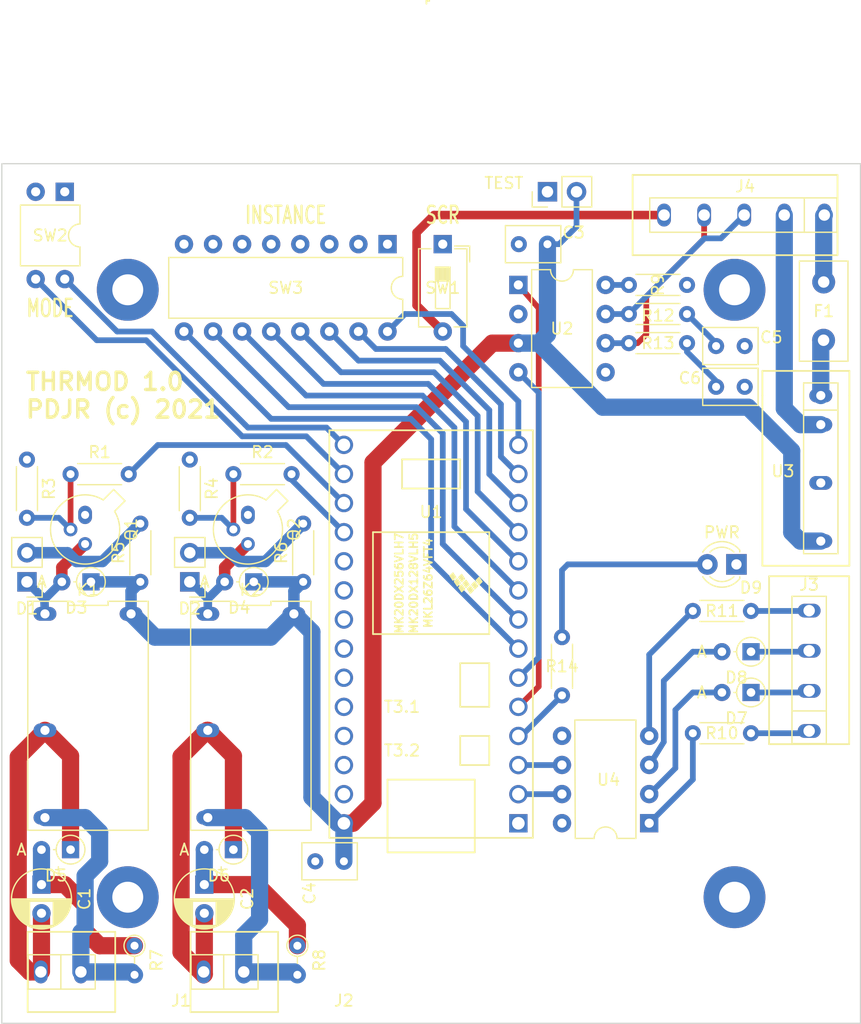
<source format=kicad_pcb>
(kicad_pcb (version 20171130) (host pcbnew 5.1.5-1.fc31)

  (general
    (thickness 1.6)
    (drawings 7)
    (tracks 234)
    (zones 0)
    (modules 50)
    (nets 50)
  )

  (page A4)
  (title_block
    (title "THRCTL - thruster control module")
    (date 2021-05-01)
    (rev 1.0)
    (company "PDJR <preeve@pdjr.eu>")
  )

  (layers
    (0 F.Cu signal)
    (31 B.Cu signal)
    (33 F.Adhes user)
    (35 F.Paste user)
    (37 F.SilkS user)
    (38 B.Mask user)
    (39 F.Mask user)
    (40 Dwgs.User user hide)
    (41 Cmts.User user hide)
    (42 Eco1.User user hide)
    (43 Eco2.User user hide)
    (44 Edge.Cuts user)
    (45 Margin user hide)
    (46 B.CrtYd user)
    (47 F.CrtYd user)
    (49 F.Fab user hide)
  )

  (setup
    (last_trace_width 1)
    (user_trace_width 0.5)
    (user_trace_width 0.75)
    (user_trace_width 1)
    (user_trace_width 1.5)
    (user_trace_width 2)
    (trace_clearance 0.2)
    (zone_clearance 0.508)
    (zone_45_only no)
    (trace_min 0.2)
    (via_size 0.8)
    (via_drill 0.4)
    (via_min_size 0.4)
    (via_min_drill 0.3)
    (uvia_size 0.3)
    (uvia_drill 0.1)
    (uvias_allowed no)
    (uvia_min_size 0.2)
    (uvia_min_drill 0.1)
    (edge_width 0.1)
    (segment_width 0.2)
    (pcb_text_width 0.3)
    (pcb_text_size 1.5 1.5)
    (mod_edge_width 0.15)
    (mod_text_size 1 1)
    (mod_text_width 0.15)
    (pad_size 1.7 1.7)
    (pad_drill 1)
    (pad_to_mask_clearance 0)
    (aux_axis_origin 0 0)
    (grid_origin 100 0)
    (visible_elements FFFFFF7F)
    (pcbplotparams
      (layerselection 0x010e0_ffffffff)
      (usegerberextensions true)
      (usegerberattributes false)
      (usegerberadvancedattributes false)
      (creategerberjobfile false)
      (excludeedgelayer true)
      (linewidth 0.100000)
      (plotframeref false)
      (viasonmask false)
      (mode 1)
      (useauxorigin false)
      (hpglpennumber 1)
      (hpglpenspeed 20)
      (hpglpendiameter 15.000000)
      (psnegative false)
      (psa4output false)
      (plotreference true)
      (plotvalue true)
      (plotinvisibletext false)
      (padsonsilk false)
      (subtractmaskfromsilk false)
      (outputformat 1)
      (mirror false)
      (drillshape 0)
      (scaleselection 1)
      (outputdirectory "gerber/"))
  )

  (net 0 "")
  (net 1 GND)
  (net 2 "Net-(F1-Pad2)")
  (net 3 +5V)
  (net 4 /CAN_TX)
  (net 5 /CAN_RX)
  (net 6 /LED_PWR)
  (net 7 /CAN_SCR)
  (net 8 /CAN_L)
  (net 9 /CAN_H)
  (net 10 /NET_C)
  (net 11 /ADDR_7)
  (net 12 /ADDR_6)
  (net 13 /ADDR_5)
  (net 14 /ADDR_4)
  (net 15 /ADDR_3)
  (net 16 /ADDR_2)
  (net 17 /ADDR_1)
  (net 18 /ADDR_0)
  (net 19 "Net-(D2-Pad2)")
  (net 20 /THRUST_PORT)
  (net 21 /THRUST_STARBOARD)
  (net 22 "Net-(D1-Pad2)")
  (net 23 /STARBOARD_G)
  (net 24 /PORT_G)
  (net 25 /NET_S)
  (net 26 /PORT_P)
  (net 27 /STARBOARD_P)
  (net 28 "Net-(C1-Pad1)")
  (net 29 "Net-(C2-Pad1)")
  (net 30 "Net-(C5-Pad2)")
  (net 31 "Net-(C6-Pad2)")
  (net 32 "Net-(D1-Pad1)")
  (net 33 "Net-(D2-Pad1)")
  (net 34 "Net-(D7-Pad2)")
  (net 35 "Net-(D8-Pad2)")
  (net 36 "Net-(D9-Pad2)")
  (net 37 "Net-(Q1-Pad2)")
  (net 38 "Net-(Q2-Pad2)")
  (net 39 "Net-(R9-Pad2)")
  (net 40 "Net-(R10-Pad2)")
  (net 41 "Net-(R11-Pad2)")
  (net 42 /MODE_SEL)
  (net 43 /COMMON)
  (net 44 /RELAY_PORT)
  (net 45 /RELAY_STARBOARD)
  (net 46 /PS_CO)
  (net 47 /SB_CO)
  (net 48 /PS_NO)
  (net 49 /SB-NO)

  (net_class Default "This is the default net class."
    (clearance 0.2)
    (trace_width 0.25)
    (via_dia 0.8)
    (via_drill 0.4)
    (uvia_dia 0.3)
    (uvia_drill 0.1)
    (add_net +5V)
    (add_net /ADDR_0)
    (add_net /ADDR_1)
    (add_net /ADDR_2)
    (add_net /ADDR_3)
    (add_net /ADDR_4)
    (add_net /ADDR_5)
    (add_net /ADDR_6)
    (add_net /ADDR_7)
    (add_net /CAN_H)
    (add_net /CAN_L)
    (add_net /CAN_RX)
    (add_net /CAN_SCR)
    (add_net /CAN_TX)
    (add_net /COMMON)
    (add_net /LED_PWR)
    (add_net /MODE_SEL)
    (add_net /NET_C)
    (add_net /NET_S)
    (add_net /PORT_G)
    (add_net /PORT_P)
    (add_net /PS_CO)
    (add_net /PS_NO)
    (add_net /RELAY_PORT)
    (add_net /RELAY_STARBOARD)
    (add_net /SB-NO)
    (add_net /SB_CO)
    (add_net /STARBOARD_G)
    (add_net /STARBOARD_P)
    (add_net /THRUST_PORT)
    (add_net /THRUST_STARBOARD)
    (add_net GND)
    (add_net "Net-(C1-Pad1)")
    (add_net "Net-(C2-Pad1)")
    (add_net "Net-(C5-Pad2)")
    (add_net "Net-(C6-Pad2)")
    (add_net "Net-(D1-Pad1)")
    (add_net "Net-(D1-Pad2)")
    (add_net "Net-(D2-Pad1)")
    (add_net "Net-(D2-Pad2)")
    (add_net "Net-(D7-Pad2)")
    (add_net "Net-(D8-Pad2)")
    (add_net "Net-(D9-Pad2)")
    (add_net "Net-(F1-Pad2)")
    (add_net "Net-(Q1-Pad2)")
    (add_net "Net-(Q2-Pad2)")
    (add_net "Net-(R10-Pad2)")
    (add_net "Net-(R11-Pad2)")
    (add_net "Net-(R9-Pad2)")
  )

  (module Resistor_THT:R_Axial_DIN0204_L3.6mm_D1.6mm_P2.54mm_Vertical (layer F.Cu) (tedit 5AE5139B) (tstamp 608EDA59)
    (at 161.976 155.194 270)
    (descr "Resistor, Axial_DIN0204 series, Axial, Vertical, pin pitch=2.54mm, 0.167W, length*diameter=3.6*1.6mm^2, http://cdn-reichelt.de/documents/datenblatt/B400/1_4W%23YAG.pdf")
    (tags "Resistor Axial_DIN0204 series Axial Vertical pin pitch 2.54mm 0.167W length 3.6mm diameter 1.6mm")
    (path /60A32E3F)
    (fp_text reference R8 (at 1.27 -1.92 90) (layer F.SilkS)
      (effects (font (size 1 1) (thickness 0.15)))
    )
    (fp_text value 43R (at 1.27 1.92 90) (layer F.Fab)
      (effects (font (size 1 1) (thickness 0.15)))
    )
    (fp_text user %R (at 1.27 -1.92 90) (layer F.Fab)
      (effects (font (size 1 1) (thickness 0.15)))
    )
    (fp_line (start 3.49 -1.05) (end -1.05 -1.05) (layer F.CrtYd) (width 0.05))
    (fp_line (start 3.49 1.05) (end 3.49 -1.05) (layer F.CrtYd) (width 0.05))
    (fp_line (start -1.05 1.05) (end 3.49 1.05) (layer F.CrtYd) (width 0.05))
    (fp_line (start -1.05 -1.05) (end -1.05 1.05) (layer F.CrtYd) (width 0.05))
    (fp_line (start 0.92 0) (end 1.54 0) (layer F.SilkS) (width 0.12))
    (fp_line (start 0 0) (end 2.54 0) (layer F.Fab) (width 0.1))
    (fp_circle (center 0 0) (end 0.92 0) (layer F.SilkS) (width 0.12))
    (fp_circle (center 0 0) (end 0.8 0) (layer F.Fab) (width 0.1))
    (pad 2 thru_hole oval (at 2.54 0 270) (size 1.4 1.4) (drill 0.7) (layers *.Cu *.Mask)
      (net 49 /SB-NO))
    (pad 1 thru_hole circle (at 0 0 270) (size 1.4 1.4) (drill 0.7) (layers *.Cu *.Mask)
      (net 29 "Net-(C2-Pad1)"))
    (model ${KISYS3DMOD}/Resistor_THT.3dshapes/R_Axial_DIN0204_L3.6mm_D1.6mm_P2.54mm_Vertical.wrl
      (at (xyz 0 0 0))
      (scale (xyz 1 1 1))
      (rotate (xyz 0 0 0))
    )
  )

  (module Resistor_THT:R_Axial_DIN0204_L3.6mm_D1.6mm_P2.54mm_Vertical (layer F.Cu) (tedit 5AE5139B) (tstamp 608EAFF0)
    (at 147.752 155.194 270)
    (descr "Resistor, Axial_DIN0204 series, Axial, Vertical, pin pitch=2.54mm, 0.167W, length*diameter=3.6*1.6mm^2, http://cdn-reichelt.de/documents/datenblatt/B400/1_4W%23YAG.pdf")
    (tags "Resistor Axial_DIN0204 series Axial Vertical pin pitch 2.54mm 0.167W length 3.6mm diameter 1.6mm")
    (path /60B6C3B5)
    (fp_text reference R7 (at 1.27 -1.92 90) (layer F.SilkS)
      (effects (font (size 1 1) (thickness 0.15)))
    )
    (fp_text value 43R (at 1.27 1.92 90) (layer F.Fab)
      (effects (font (size 1 1) (thickness 0.15)))
    )
    (fp_text user %R (at 1.27 -1.92 90) (layer F.Fab)
      (effects (font (size 1 1) (thickness 0.15)))
    )
    (fp_line (start 3.49 -1.05) (end -1.05 -1.05) (layer F.CrtYd) (width 0.05))
    (fp_line (start 3.49 1.05) (end 3.49 -1.05) (layer F.CrtYd) (width 0.05))
    (fp_line (start -1.05 1.05) (end 3.49 1.05) (layer F.CrtYd) (width 0.05))
    (fp_line (start -1.05 -1.05) (end -1.05 1.05) (layer F.CrtYd) (width 0.05))
    (fp_line (start 0.92 0) (end 1.54 0) (layer F.SilkS) (width 0.12))
    (fp_line (start 0 0) (end 2.54 0) (layer F.Fab) (width 0.1))
    (fp_circle (center 0 0) (end 0.92 0) (layer F.SilkS) (width 0.12))
    (fp_circle (center 0 0) (end 0.8 0) (layer F.Fab) (width 0.1))
    (pad 2 thru_hole oval (at 2.54 0 270) (size 1.4 1.4) (drill 0.7) (layers *.Cu *.Mask)
      (net 48 /PS_NO))
    (pad 1 thru_hole circle (at 0 0 270) (size 1.4 1.4) (drill 0.7) (layers *.Cu *.Mask)
      (net 28 "Net-(C1-Pad1)"))
    (model ${KISYS3DMOD}/Resistor_THT.3dshapes/R_Axial_DIN0204_L3.6mm_D1.6mm_P2.54mm_Vertical.wrl
      (at (xyz 0 0 0))
      (scale (xyz 1 1 1))
      (rotate (xyz 0 0 0))
    )
  )

  (module PDJR:Phoenix-FK-MPT-2-3,5 (layer F.Cu) (tedit 608E5317) (tstamp 608EC4BC)
    (at 166.04 157.48)
    (path /60AA4FA1)
    (fp_text reference J2 (at 0 2.5) (layer F.SilkS)
      (effects (font (size 1 1) (thickness 0.15)))
    )
    (fp_text value Screw_Terminal_01x02 (at 0 -2.5) (layer F.Fab)
      (effects (font (size 1 1) (thickness 0.15)))
    )
    (fp_line (start -13.4 -3.5) (end -13.4 3.5) (layer F.SilkS) (width 0.15))
    (fp_line (start -5.75 -3.5) (end -5.75 3.5) (layer F.SilkS) (width 0.15))
    (fp_line (start -5.75 3.5) (end -13.4 3.5) (layer F.SilkS) (width 0.15))
    (fp_line (start -13.4 -3.5) (end -5.75 -3.5) (layer F.SilkS) (width 0.15))
    (fp_line (start -13.4 0) (end -13.4 -3.5) (layer F.SilkS) (width 0.15))
    (fp_line (start -13.1 1.25) (end -13.1 -1.25) (layer F.CrtYd) (width 0.05))
    (fp_line (start -7.75 1.25) (end -13.1 1.25) (layer F.CrtYd) (width 0.05))
    (fp_line (start -7.75 -1.25) (end -7.75 1.25) (layer F.CrtYd) (width 0.05))
    (fp_line (start -13.1 -1.25) (end -7.75 -1.25) (layer F.CrtYd) (width 0.05))
    (fp_line (start -10.5 -1.5) (end -10.5 1.5) (layer F.SilkS) (width 0.12))
    (fp_line (start -13.35 1.5) (end -13.35 -1.5) (layer F.SilkS) (width 0.12))
    (fp_line (start -7.5 1.5) (end -13.35 1.5) (layer F.SilkS) (width 0.12))
    (fp_line (start -7.5 -1.5) (end -7.5 1.5) (layer F.SilkS) (width 0.12))
    (fp_line (start -13.35 -1.5) (end -7.5 -1.5) (layer F.SilkS) (width 0.12))
    (pad 2 thru_hole oval (at -8.75 0) (size 1.2 2) (drill 1) (layers *.Cu *.Mask)
      (net 49 /SB-NO))
    (pad 1 thru_hole oval (at -12.25 0) (size 1.2 2) (drill 1) (layers *.Cu *.Mask)
      (net 47 /SB_CO))
  )

  (module PDJR:Phoenix-FK-MPT-2-3,5 (layer F.Cu) (tedit 608E5317) (tstamp 608EC4FB)
    (at 151.816 157.48)
    (path /60B6C41F)
    (fp_text reference J1 (at 0 2.5) (layer F.SilkS)
      (effects (font (size 1 1) (thickness 0.15)))
    )
    (fp_text value Screw_Terminal_01x02 (at 0 -2.5) (layer F.Fab)
      (effects (font (size 1 1) (thickness 0.15)))
    )
    (fp_line (start -13.4 -3.5) (end -13.4 3.5) (layer F.SilkS) (width 0.15))
    (fp_line (start -5.75 -3.5) (end -5.75 3.5) (layer F.SilkS) (width 0.15))
    (fp_line (start -5.75 3.5) (end -13.4 3.5) (layer F.SilkS) (width 0.15))
    (fp_line (start -13.4 -3.5) (end -5.75 -3.5) (layer F.SilkS) (width 0.15))
    (fp_line (start -13.4 0) (end -13.4 -3.5) (layer F.SilkS) (width 0.15))
    (fp_line (start -13.1 1.25) (end -13.1 -1.25) (layer F.CrtYd) (width 0.05))
    (fp_line (start -7.75 1.25) (end -13.1 1.25) (layer F.CrtYd) (width 0.05))
    (fp_line (start -7.75 -1.25) (end -7.75 1.25) (layer F.CrtYd) (width 0.05))
    (fp_line (start -13.1 -1.25) (end -7.75 -1.25) (layer F.CrtYd) (width 0.05))
    (fp_line (start -10.5 -1.5) (end -10.5 1.5) (layer F.SilkS) (width 0.12))
    (fp_line (start -13.35 1.5) (end -13.35 -1.5) (layer F.SilkS) (width 0.12))
    (fp_line (start -7.5 1.5) (end -13.35 1.5) (layer F.SilkS) (width 0.12))
    (fp_line (start -7.5 -1.5) (end -7.5 1.5) (layer F.SilkS) (width 0.12))
    (fp_line (start -13.35 -1.5) (end -7.5 -1.5) (layer F.SilkS) (width 0.12))
    (pad 2 thru_hole oval (at -8.75 0) (size 1.2 2) (drill 1) (layers *.Cu *.Mask)
      (net 48 /PS_NO))
    (pad 1 thru_hole oval (at -12.25 0) (size 1.2 2) (drill 1) (layers *.Cu *.Mask)
      (net 46 /PS_CO))
  )

  (module Diode_THT:D_DO-34_SOD68_P2.54mm_Vertical_AnodeUp (layer F.Cu) (tedit 5AE50CD5) (tstamp 608D6933)
    (at 201.6 129.54 180)
    (descr "Diode, DO-34_SOD68 series, Axial, Vertical, pin pitch=2.54mm, , length*diameter=3.04*1.6mm^2, , https://www.nxp.com/docs/en/data-sheet/KTY83_SER.pdf")
    (tags "Diode DO-34_SOD68 series Axial Vertical pin pitch 2.54mm  length 3.04mm diameter 1.6mm")
    (path /609C9A80)
    (fp_text reference D8 (at 1.27 -2.25566) (layer F.SilkS)
      (effects (font (size 1 1) (thickness 0.15)))
    )
    (fp_text value 1N4001 (at 1.27 3.14466) (layer F.Fab)
      (effects (font (size 1 1) (thickness 0.15)))
    )
    (fp_text user A (at 4.29 0) (layer F.SilkS)
      (effects (font (size 1 1) (thickness 0.15)))
    )
    (fp_text user A (at 4.29 0) (layer F.Fab)
      (effects (font (size 1 1) (thickness 0.15)))
    )
    (fp_text user %R (at 1.27 -2.25566) (layer F.Fab)
      (effects (font (size 1 1) (thickness 0.15)))
    )
    (fp_line (start 3.54 -1.05) (end -1.05 -1.05) (layer F.CrtYd) (width 0.05))
    (fp_line (start 3.54 1.05) (end 3.54 -1.05) (layer F.CrtYd) (width 0.05))
    (fp_line (start -1.05 1.05) (end 3.54 1.05) (layer F.CrtYd) (width 0.05))
    (fp_line (start -1.05 -1.05) (end -1.05 1.05) (layer F.CrtYd) (width 0.05))
    (fp_line (start 1.25566 0) (end 1.49 0) (layer F.SilkS) (width 0.12))
    (fp_line (start 0 0) (end 2.54 0) (layer F.Fab) (width 0.1))
    (fp_circle (center 0 0) (end 1.25566 0) (layer F.SilkS) (width 0.12))
    (fp_circle (center 0 0) (end 0.8 0) (layer F.Fab) (width 0.1))
    (pad 2 thru_hole oval (at 2.54 0 180) (size 1.5 1.5) (drill 0.75) (layers *.Cu *.Mask)
      (net 35 "Net-(D8-Pad2)"))
    (pad 1 thru_hole rect (at 0 0 180) (size 1.5 1.5) (drill 0.75) (layers *.Cu *.Mask)
      (net 24 /PORT_G))
    (model ${KISYS3DMOD}/Diode_THT.3dshapes/D_DO-34_SOD68_P2.54mm_Vertical_AnodeUp.wrl
      (at (xyz 0 0 0))
      (scale (xyz 1 1 1))
      (rotate (xyz 0 0 0))
    )
  )

  (module Diode_THT:D_DO-34_SOD68_P2.54mm_Vertical_AnodeUp (layer F.Cu) (tedit 5AE50CD5) (tstamp 608DE582)
    (at 201.6 133.096 180)
    (descr "Diode, DO-34_SOD68 series, Axial, Vertical, pin pitch=2.54mm, , length*diameter=3.04*1.6mm^2, , https://www.nxp.com/docs/en/data-sheet/KTY83_SER.pdf")
    (tags "Diode DO-34_SOD68 series Axial Vertical pin pitch 2.54mm  length 3.04mm diameter 1.6mm")
    (path /60907B0B)
    (fp_text reference D7 (at 1.27 -2.25566) (layer F.SilkS)
      (effects (font (size 1 1) (thickness 0.15)))
    )
    (fp_text value 1N4001 (at 1.27 3.14466) (layer F.Fab)
      (effects (font (size 1 1) (thickness 0.15)))
    )
    (fp_text user A (at 4.29 0) (layer F.SilkS)
      (effects (font (size 1 1) (thickness 0.15)))
    )
    (fp_text user A (at 4.29 0) (layer F.Fab)
      (effects (font (size 1 1) (thickness 0.15)))
    )
    (fp_text user %R (at 1.27 -2.25566) (layer F.Fab)
      (effects (font (size 1 1) (thickness 0.15)))
    )
    (fp_line (start 3.54 -1.05) (end -1.05 -1.05) (layer F.CrtYd) (width 0.05))
    (fp_line (start 3.54 1.05) (end 3.54 -1.05) (layer F.CrtYd) (width 0.05))
    (fp_line (start -1.05 1.05) (end 3.54 1.05) (layer F.CrtYd) (width 0.05))
    (fp_line (start -1.05 -1.05) (end -1.05 1.05) (layer F.CrtYd) (width 0.05))
    (fp_line (start 1.25566 0) (end 1.49 0) (layer F.SilkS) (width 0.12))
    (fp_line (start 0 0) (end 2.54 0) (layer F.Fab) (width 0.1))
    (fp_circle (center 0 0) (end 1.25566 0) (layer F.SilkS) (width 0.12))
    (fp_circle (center 0 0) (end 0.8 0) (layer F.Fab) (width 0.1))
    (pad 2 thru_hole oval (at 2.54 0 180) (size 1.5 1.5) (drill 0.75) (layers *.Cu *.Mask)
      (net 34 "Net-(D7-Pad2)"))
    (pad 1 thru_hole rect (at 0 0 180) (size 1.5 1.5) (drill 0.75) (layers *.Cu *.Mask)
      (net 23 /STARBOARD_G))
    (model ${KISYS3DMOD}/Diode_THT.3dshapes/D_DO-34_SOD68_P2.54mm_Vertical_AnodeUp.wrl
      (at (xyz 0 0 0))
      (scale (xyz 1 1 1))
      (rotate (xyz 0 0 0))
    )
  )

  (module Diode_THT:D_DO-34_SOD68_P2.54mm_Vertical_AnodeUp (layer F.Cu) (tedit 5AE50CD5) (tstamp 608E3076)
    (at 156.388 146.812 180)
    (descr "Diode, DO-34_SOD68 series, Axial, Vertical, pin pitch=2.54mm, , length*diameter=3.04*1.6mm^2, , https://www.nxp.com/docs/en/data-sheet/KTY83_SER.pdf")
    (tags "Diode DO-34_SOD68 series Axial Vertical pin pitch 2.54mm  length 3.04mm diameter 1.6mm")
    (path /60A32E4B)
    (fp_text reference D6 (at 1.27 -2.25566) (layer F.SilkS)
      (effects (font (size 1 1) (thickness 0.15)))
    )
    (fp_text value D_TVS (at 1.27 3.14466) (layer F.Fab)
      (effects (font (size 1 1) (thickness 0.15)))
    )
    (fp_text user A (at 4.29 0) (layer F.SilkS)
      (effects (font (size 1 1) (thickness 0.15)))
    )
    (fp_text user A (at 4.29 0) (layer F.Fab)
      (effects (font (size 1 1) (thickness 0.15)))
    )
    (fp_text user %R (at 1.27 -2.25566) (layer F.Fab)
      (effects (font (size 1 1) (thickness 0.15)))
    )
    (fp_line (start 3.54 -1.05) (end -1.05 -1.05) (layer F.CrtYd) (width 0.05))
    (fp_line (start 3.54 1.05) (end 3.54 -1.05) (layer F.CrtYd) (width 0.05))
    (fp_line (start -1.05 1.05) (end 3.54 1.05) (layer F.CrtYd) (width 0.05))
    (fp_line (start -1.05 -1.05) (end -1.05 1.05) (layer F.CrtYd) (width 0.05))
    (fp_line (start 1.25566 0) (end 1.49 0) (layer F.SilkS) (width 0.12))
    (fp_line (start 0 0) (end 2.54 0) (layer F.Fab) (width 0.1))
    (fp_circle (center 0 0) (end 1.25566 0) (layer F.SilkS) (width 0.12))
    (fp_circle (center 0 0) (end 0.8 0) (layer F.Fab) (width 0.1))
    (pad 2 thru_hole oval (at 2.54 0 180) (size 1.5 1.5) (drill 0.75) (layers *.Cu *.Mask)
      (net 29 "Net-(C2-Pad1)"))
    (pad 1 thru_hole rect (at 0 0 180) (size 1.5 1.5) (drill 0.75) (layers *.Cu *.Mask)
      (net 47 /SB_CO))
    (model ${KISYS3DMOD}/Diode_THT.3dshapes/D_DO-34_SOD68_P2.54mm_Vertical_AnodeUp.wrl
      (at (xyz 0 0 0))
      (scale (xyz 1 1 1))
      (rotate (xyz 0 0 0))
    )
  )

  (module Diode_THT:D_DO-34_SOD68_P2.54mm_Vertical_AnodeUp (layer F.Cu) (tedit 5AE50CD5) (tstamp 608EAEEC)
    (at 142.164 146.812 180)
    (descr "Diode, DO-34_SOD68 series, Axial, Vertical, pin pitch=2.54mm, , length*diameter=3.04*1.6mm^2, , https://www.nxp.com/docs/en/data-sheet/KTY83_SER.pdf")
    (tags "Diode DO-34_SOD68 series Axial Vertical pin pitch 2.54mm  length 3.04mm diameter 1.6mm")
    (path /60B6C3BD)
    (fp_text reference D5 (at 1.27 -2.25566) (layer F.SilkS)
      (effects (font (size 1 1) (thickness 0.15)))
    )
    (fp_text value D_TVS (at 1.27 3.14466) (layer F.Fab)
      (effects (font (size 1 1) (thickness 0.15)))
    )
    (fp_text user A (at 4.29 0) (layer F.SilkS)
      (effects (font (size 1 1) (thickness 0.15)))
    )
    (fp_text user A (at 4.29 0) (layer F.Fab)
      (effects (font (size 1 1) (thickness 0.15)))
    )
    (fp_text user %R (at 1.27 -2.25566) (layer F.Fab)
      (effects (font (size 1 1) (thickness 0.15)))
    )
    (fp_line (start 3.54 -1.05) (end -1.05 -1.05) (layer F.CrtYd) (width 0.05))
    (fp_line (start 3.54 1.05) (end 3.54 -1.05) (layer F.CrtYd) (width 0.05))
    (fp_line (start -1.05 1.05) (end 3.54 1.05) (layer F.CrtYd) (width 0.05))
    (fp_line (start -1.05 -1.05) (end -1.05 1.05) (layer F.CrtYd) (width 0.05))
    (fp_line (start 1.25566 0) (end 1.49 0) (layer F.SilkS) (width 0.12))
    (fp_line (start 0 0) (end 2.54 0) (layer F.Fab) (width 0.1))
    (fp_circle (center 0 0) (end 1.25566 0) (layer F.SilkS) (width 0.12))
    (fp_circle (center 0 0) (end 0.8 0) (layer F.Fab) (width 0.1))
    (pad 2 thru_hole oval (at 2.54 0 180) (size 1.5 1.5) (drill 0.75) (layers *.Cu *.Mask)
      (net 28 "Net-(C1-Pad1)"))
    (pad 1 thru_hole rect (at 0 0 180) (size 1.5 1.5) (drill 0.75) (layers *.Cu *.Mask)
      (net 46 /PS_CO))
    (model ${KISYS3DMOD}/Diode_THT.3dshapes/D_DO-34_SOD68_P2.54mm_Vertical_AnodeUp.wrl
      (at (xyz 0 0 0))
      (scale (xyz 1 1 1))
      (rotate (xyz 0 0 0))
    )
  )

  (module Resistor_THT:R_Axial_DIN0204_L3.6mm_D1.6mm_P5.08mm_Horizontal (layer F.Cu) (tedit 5AE5139B) (tstamp 608EAF4E)
    (at 148.26 123.444 90)
    (descr "Resistor, Axial_DIN0204 series, Axial, Horizontal, pin pitch=5.08mm, 0.167W, length*diameter=3.6*1.6mm^2, http://cdn-reichelt.de/documents/datenblatt/B400/1_4W%23YAG.pdf")
    (tags "Resistor Axial_DIN0204 series Axial Horizontal pin pitch 5.08mm 0.167W length 3.6mm diameter 1.6mm")
    (path /60B6C3F0)
    (fp_text reference R5 (at 2.54 -1.92 90) (layer F.SilkS)
      (effects (font (size 1 1) (thickness 0.15)))
    )
    (fp_text value 200R (at 2.54 1.92 90) (layer F.Fab)
      (effects (font (size 1 1) (thickness 0.15)))
    )
    (fp_text user %R (at 2.54 0 90) (layer F.Fab)
      (effects (font (size 0.72 0.72) (thickness 0.108)))
    )
    (fp_line (start 6.03 -1.05) (end -0.95 -1.05) (layer F.CrtYd) (width 0.05))
    (fp_line (start 6.03 1.05) (end 6.03 -1.05) (layer F.CrtYd) (width 0.05))
    (fp_line (start -0.95 1.05) (end 6.03 1.05) (layer F.CrtYd) (width 0.05))
    (fp_line (start -0.95 -1.05) (end -0.95 1.05) (layer F.CrtYd) (width 0.05))
    (fp_line (start 0.62 0.92) (end 4.46 0.92) (layer F.SilkS) (width 0.12))
    (fp_line (start 0.62 -0.92) (end 4.46 -0.92) (layer F.SilkS) (width 0.12))
    (fp_line (start 5.08 0) (end 4.34 0) (layer F.Fab) (width 0.1))
    (fp_line (start 0 0) (end 0.74 0) (layer F.Fab) (width 0.1))
    (fp_line (start 4.34 -0.8) (end 0.74 -0.8) (layer F.Fab) (width 0.1))
    (fp_line (start 4.34 0.8) (end 4.34 -0.8) (layer F.Fab) (width 0.1))
    (fp_line (start 0.74 0.8) (end 4.34 0.8) (layer F.Fab) (width 0.1))
    (fp_line (start 0.74 -0.8) (end 0.74 0.8) (layer F.Fab) (width 0.1))
    (pad 2 thru_hole oval (at 5.08 0 90) (size 1.4 1.4) (drill 0.7) (layers *.Cu *.Mask)
      (net 22 "Net-(D1-Pad2)"))
    (pad 1 thru_hole circle (at 0 0 90) (size 1.4 1.4) (drill 0.7) (layers *.Cu *.Mask)
      (net 3 +5V))
    (model ${KISYS3DMOD}/Resistor_THT.3dshapes/R_Axial_DIN0204_L3.6mm_D1.6mm_P5.08mm_Horizontal.wrl
      (at (xyz 0 0 0))
      (scale (xyz 1 1 1))
      (rotate (xyz 0 0 0))
    )
  )

  (module Resistor_THT:R_Axial_DIN0204_L3.6mm_D1.6mm_P5.08mm_Horizontal (layer F.Cu) (tedit 5AE5139B) (tstamp 608F3A4B)
    (at 138.354 112.776 270)
    (descr "Resistor, Axial_DIN0204 series, Axial, Horizontal, pin pitch=5.08mm, 0.167W, length*diameter=3.6*1.6mm^2, http://cdn-reichelt.de/documents/datenblatt/B400/1_4W%23YAG.pdf")
    (tags "Resistor Axial_DIN0204 series Axial Horizontal pin pitch 5.08mm 0.167W length 3.6mm diameter 1.6mm")
    (path /60B6C3D5)
    (fp_text reference R3 (at 2.54 -1.92 90) (layer F.SilkS)
      (effects (font (size 1 1) (thickness 0.15)))
    )
    (fp_text value 4K7 (at 2.54 1.92 90) (layer F.Fab)
      (effects (font (size 1 1) (thickness 0.15)))
    )
    (fp_text user %R (at 2.54 0 90) (layer F.Fab)
      (effects (font (size 0.72 0.72) (thickness 0.108)))
    )
    (fp_line (start 6.03 -1.05) (end -0.95 -1.05) (layer F.CrtYd) (width 0.05))
    (fp_line (start 6.03 1.05) (end 6.03 -1.05) (layer F.CrtYd) (width 0.05))
    (fp_line (start -0.95 1.05) (end 6.03 1.05) (layer F.CrtYd) (width 0.05))
    (fp_line (start -0.95 -1.05) (end -0.95 1.05) (layer F.CrtYd) (width 0.05))
    (fp_line (start 0.62 0.92) (end 4.46 0.92) (layer F.SilkS) (width 0.12))
    (fp_line (start 0.62 -0.92) (end 4.46 -0.92) (layer F.SilkS) (width 0.12))
    (fp_line (start 5.08 0) (end 4.34 0) (layer F.Fab) (width 0.1))
    (fp_line (start 0 0) (end 0.74 0) (layer F.Fab) (width 0.1))
    (fp_line (start 4.34 -0.8) (end 0.74 -0.8) (layer F.Fab) (width 0.1))
    (fp_line (start 4.34 0.8) (end 4.34 -0.8) (layer F.Fab) (width 0.1))
    (fp_line (start 0.74 0.8) (end 4.34 0.8) (layer F.Fab) (width 0.1))
    (fp_line (start 0.74 -0.8) (end 0.74 0.8) (layer F.Fab) (width 0.1))
    (pad 2 thru_hole oval (at 5.08 0 270) (size 1.4 1.4) (drill 0.7) (layers *.Cu *.Mask)
      (net 37 "Net-(Q1-Pad2)"))
    (pad 1 thru_hole circle (at 0 0 270) (size 1.4 1.4) (drill 0.7) (layers *.Cu *.Mask)
      (net 1 GND))
    (model ${KISYS3DMOD}/Resistor_THT.3dshapes/R_Axial_DIN0204_L3.6mm_D1.6mm_P5.08mm_Horizontal.wrl
      (at (xyz 0 0 0))
      (scale (xyz 1 1 1))
      (rotate (xyz 0 0 0))
    )
  )

  (module Resistor_THT:R_Axial_DIN0204_L3.6mm_D1.6mm_P5.08mm_Horizontal (layer F.Cu) (tedit 5AE5139B) (tstamp 608EAFBA)
    (at 142.164 114.046)
    (descr "Resistor, Axial_DIN0204 series, Axial, Horizontal, pin pitch=5.08mm, 0.167W, length*diameter=3.6*1.6mm^2, http://cdn-reichelt.de/documents/datenblatt/B400/1_4W%23YAG.pdf")
    (tags "Resistor Axial_DIN0204 series Axial Horizontal pin pitch 5.08mm 0.167W length 3.6mm diameter 1.6mm")
    (path /60B6C3DB)
    (fp_text reference R1 (at 2.54 -1.92) (layer F.SilkS)
      (effects (font (size 1 1) (thickness 0.15)))
    )
    (fp_text value 4K7 (at 2.54 1.92) (layer F.Fab)
      (effects (font (size 1 1) (thickness 0.15)))
    )
    (fp_text user %R (at 2.54 0) (layer F.Fab)
      (effects (font (size 0.72 0.72) (thickness 0.108)))
    )
    (fp_line (start 6.03 -1.05) (end -0.95 -1.05) (layer F.CrtYd) (width 0.05))
    (fp_line (start 6.03 1.05) (end 6.03 -1.05) (layer F.CrtYd) (width 0.05))
    (fp_line (start -0.95 1.05) (end 6.03 1.05) (layer F.CrtYd) (width 0.05))
    (fp_line (start -0.95 -1.05) (end -0.95 1.05) (layer F.CrtYd) (width 0.05))
    (fp_line (start 0.62 0.92) (end 4.46 0.92) (layer F.SilkS) (width 0.12))
    (fp_line (start 0.62 -0.92) (end 4.46 -0.92) (layer F.SilkS) (width 0.12))
    (fp_line (start 5.08 0) (end 4.34 0) (layer F.Fab) (width 0.1))
    (fp_line (start 0 0) (end 0.74 0) (layer F.Fab) (width 0.1))
    (fp_line (start 4.34 -0.8) (end 0.74 -0.8) (layer F.Fab) (width 0.1))
    (fp_line (start 4.34 0.8) (end 4.34 -0.8) (layer F.Fab) (width 0.1))
    (fp_line (start 0.74 0.8) (end 4.34 0.8) (layer F.Fab) (width 0.1))
    (fp_line (start 0.74 -0.8) (end 0.74 0.8) (layer F.Fab) (width 0.1))
    (pad 2 thru_hole oval (at 5.08 0) (size 1.4 1.4) (drill 0.7) (layers *.Cu *.Mask)
      (net 44 /RELAY_PORT))
    (pad 1 thru_hole circle (at 0 0) (size 1.4 1.4) (drill 0.7) (layers *.Cu *.Mask)
      (net 37 "Net-(Q1-Pad2)"))
    (model ${KISYS3DMOD}/Resistor_THT.3dshapes/R_Axial_DIN0204_L3.6mm_D1.6mm_P5.08mm_Horizontal.wrl
      (at (xyz 0 0 0))
      (scale (xyz 1 1 1))
      (rotate (xyz 0 0 0))
    )
  )

  (module Package_TO_SOT_THT:TO-18-3 (layer F.Cu) (tedit 5A02FF81) (tstamp 608F3F59)
    (at 143.434 117.602 270)
    (descr TO-18-3)
    (tags TO-18-3)
    (path /60B6C3CF)
    (fp_text reference Q1 (at 1.27 -4.02 90) (layer F.SilkS)
      (effects (font (size 1 1) (thickness 0.15)))
    )
    (fp_text value NTE123A (at 1.27 4.02 90) (layer F.Fab)
      (effects (font (size 1 1) (thickness 0.15)))
    )
    (fp_arc (start 1.27 0) (end -0.312331 -2.572281) (angle 333.2) (layer F.SilkS) (width 0.12))
    (fp_arc (start 1.27 0) (end -0.329057 -2.419301) (angle 336.9) (layer F.Fab) (width 0.1))
    (fp_circle (center 1.27 0) (end 3.67 0) (layer F.Fab) (width 0.1))
    (fp_line (start 4.42 -3.5) (end -2.23 -3.5) (layer F.CrtYd) (width 0.05))
    (fp_line (start 4.42 3.15) (end 4.42 -3.5) (layer F.CrtYd) (width 0.05))
    (fp_line (start -2.23 3.15) (end 4.42 3.15) (layer F.CrtYd) (width 0.05))
    (fp_line (start -2.23 -3.5) (end -2.23 3.15) (layer F.CrtYd) (width 0.05))
    (fp_line (start -2.214448 -2.494499) (end -1.302281 -1.582331) (layer F.SilkS) (width 0.12))
    (fp_line (start -1.224499 -3.484448) (end -2.214448 -2.494499) (layer F.SilkS) (width 0.12))
    (fp_line (start -0.312331 -2.572281) (end -1.224499 -3.484448) (layer F.SilkS) (width 0.12))
    (fp_line (start -1.976616 -2.426372) (end -1.149301 -1.599057) (layer F.Fab) (width 0.1))
    (fp_line (start -1.156372 -3.246616) (end -1.976616 -2.426372) (layer F.Fab) (width 0.1))
    (fp_line (start -0.329057 -2.419301) (end -1.156372 -3.246616) (layer F.Fab) (width 0.1))
    (fp_text user %R (at 1.27 -4.02 90) (layer F.Fab)
      (effects (font (size 1 1) (thickness 0.15)))
    )
    (pad 3 thru_hole oval (at 2.54 0 270) (size 1.2 1.2) (drill 0.7) (layers *.Cu *.Mask)
      (net 32 "Net-(D1-Pad1)"))
    (pad 2 thru_hole oval (at 1.27 1.27 270) (size 1.2 1.2) (drill 0.7) (layers *.Cu *.Mask)
      (net 37 "Net-(Q1-Pad2)"))
    (pad 1 thru_hole oval (at 0 0 270) (size 1.6 1.2) (drill 0.7) (layers *.Cu *.Mask)
      (net 1 GND))
    (model ${KISYS3DMOD}/Package_TO_SOT_THT.3dshapes/TO-18-3.wrl
      (at (xyz 0 0 0))
      (scale (xyz 1 1 1))
      (rotate (xyz 0 0 0))
    )
  )

  (module PDJR:PCH-105L2MH (layer F.Cu) (tedit 608E1036) (tstamp 608EAE41)
    (at 157.912 135.128 270)
    (path /60A9923E)
    (fp_text reference K2 (at -10.99 0) (layer F.SilkS)
      (effects (font (size 1 1) (thickness 0.15)))
    )
    (fp_text value FINDER-32.21-x300 (at 0 0 90) (layer F.Fab)
      (effects (font (size 1 1) (thickness 0.15)))
    )
    (fp_line (start -9.74 5.01) (end -9.74 -5.01) (layer F.CrtYd) (width 0.05))
    (fp_line (start 9.74 5.01) (end -9.74 5.01) (layer F.CrtYd) (width 0.05))
    (fp_line (start 9.74 -5.01) (end 9.74 5.01) (layer F.CrtYd) (width 0.05))
    (fp_line (start -9.74 -5.01) (end 9.74 -5.01) (layer F.CrtYd) (width 0.05))
    (fp_line (start -9.99 1.753333) (end -9.99 5.259999) (layer F.SilkS) (width 0.12))
    (fp_line (start -9.63 1.753333) (end -9.99 1.753333) (layer F.SilkS) (width 0.12))
    (fp_line (start -9.63 -1.753333) (end -9.63 1.753333) (layer F.SilkS) (width 0.12))
    (fp_line (start -9.99 -1.753333) (end -9.63 -1.753333) (layer F.SilkS) (width 0.12))
    (fp_line (start -9.99 -5.26) (end -9.99 -1.753333) (layer F.SilkS) (width 0.12))
    (fp_line (start 9.99 -5.259999) (end -9.99 -5.26) (layer F.SilkS) (width 0.12))
    (fp_line (start 9.99 5.26) (end 9.99 -5.259999) (layer F.SilkS) (width 0.12))
    (fp_line (start -9.99 5.259999) (end 9.99 5.26) (layer F.SilkS) (width 0.12))
    (pad 14 thru_hole oval (at 8.89 3.76 270) (size 1.2 2) (drill 0.8) (layers *.Cu *.Mask)
      (net 49 /SB-NO))
    (pad 11 thru_hole oval (at 1.27 3.76 270) (size 1.2 2) (drill 0.8) (layers *.Cu *.Mask)
      (net 47 /SB_CO))
    (pad A1 thru_hole oval (at -8.89 3.76 270) (size 1.2 2) (drill 0.8) (layers *.Cu *.Mask)
      (net 33 "Net-(D2-Pad1)"))
    (pad A2 thru_hole oval (at -8.89 -3.76 270) (size 1.2 2) (drill 0.8) (layers *.Cu *.Mask)
      (net 3 +5V))
  )

  (module PDJR:PCH-105L2MH (layer F.Cu) (tedit 608E1036) (tstamp 608EAE7A)
    (at 143.688 135.128 270)
    (path /60B6C419)
    (fp_text reference K1 (at -10.99 0) (layer F.SilkS)
      (effects (font (size 1 1) (thickness 0.15)))
    )
    (fp_text value FINDER-32.21-x300 (at 0 0 90) (layer F.Fab)
      (effects (font (size 1 1) (thickness 0.15)))
    )
    (fp_line (start -9.74 5.01) (end -9.74 -5.01) (layer F.CrtYd) (width 0.05))
    (fp_line (start 9.74 5.01) (end -9.74 5.01) (layer F.CrtYd) (width 0.05))
    (fp_line (start 9.74 -5.01) (end 9.74 5.01) (layer F.CrtYd) (width 0.05))
    (fp_line (start -9.74 -5.01) (end 9.74 -5.01) (layer F.CrtYd) (width 0.05))
    (fp_line (start -9.99 1.753333) (end -9.99 5.259999) (layer F.SilkS) (width 0.12))
    (fp_line (start -9.63 1.753333) (end -9.99 1.753333) (layer F.SilkS) (width 0.12))
    (fp_line (start -9.63 -1.753333) (end -9.63 1.753333) (layer F.SilkS) (width 0.12))
    (fp_line (start -9.99 -1.753333) (end -9.63 -1.753333) (layer F.SilkS) (width 0.12))
    (fp_line (start -9.99 -5.26) (end -9.99 -1.753333) (layer F.SilkS) (width 0.12))
    (fp_line (start 9.99 -5.259999) (end -9.99 -5.26) (layer F.SilkS) (width 0.12))
    (fp_line (start 9.99 5.26) (end 9.99 -5.259999) (layer F.SilkS) (width 0.12))
    (fp_line (start -9.99 5.259999) (end 9.99 5.26) (layer F.SilkS) (width 0.12))
    (pad 14 thru_hole oval (at 8.89 3.76 270) (size 1.2 2) (drill 0.8) (layers *.Cu *.Mask)
      (net 48 /PS_NO))
    (pad 11 thru_hole oval (at 1.27 3.76 270) (size 1.2 2) (drill 0.8) (layers *.Cu *.Mask)
      (net 46 /PS_CO))
    (pad A1 thru_hole oval (at -8.89 3.76 270) (size 1.2 2) (drill 0.8) (layers *.Cu *.Mask)
      (net 32 "Net-(D1-Pad1)"))
    (pad A2 thru_hole oval (at -8.89 -3.76 270) (size 1.2 2) (drill 0.8) (layers *.Cu *.Mask)
      (net 3 +5V))
  )

  (module Diode_THT:D_DO-34_SOD68_P2.54mm_Vertical_AnodeUp (layer F.Cu) (tedit 5AE50CD5) (tstamp 608EAF1C)
    (at 143.942 123.444 180)
    (descr "Diode, DO-34_SOD68 series, Axial, Vertical, pin pitch=2.54mm, , length*diameter=3.04*1.6mm^2, , https://www.nxp.com/docs/en/data-sheet/KTY83_SER.pdf")
    (tags "Diode DO-34_SOD68 series Axial Vertical pin pitch 2.54mm  length 3.04mm diameter 1.6mm")
    (path /60B6C3A8)
    (fp_text reference D3 (at 1.27 -2.25566) (layer F.SilkS)
      (effects (font (size 1 1) (thickness 0.15)))
    )
    (fp_text value 1N4007 (at 1.27 3.14466) (layer F.Fab)
      (effects (font (size 1 1) (thickness 0.15)))
    )
    (fp_text user A (at 4.29 0) (layer F.SilkS)
      (effects (font (size 1 1) (thickness 0.15)))
    )
    (fp_text user A (at 4.29 0) (layer F.Fab)
      (effects (font (size 1 1) (thickness 0.15)))
    )
    (fp_text user %R (at 1.27 -2.25566) (layer F.Fab)
      (effects (font (size 1 1) (thickness 0.15)))
    )
    (fp_line (start 3.54 -1.05) (end -1.05 -1.05) (layer F.CrtYd) (width 0.05))
    (fp_line (start 3.54 1.05) (end 3.54 -1.05) (layer F.CrtYd) (width 0.05))
    (fp_line (start -1.05 1.05) (end 3.54 1.05) (layer F.CrtYd) (width 0.05))
    (fp_line (start -1.05 -1.05) (end -1.05 1.05) (layer F.CrtYd) (width 0.05))
    (fp_line (start 1.25566 0) (end 1.49 0) (layer F.SilkS) (width 0.12))
    (fp_line (start 0 0) (end 2.54 0) (layer F.Fab) (width 0.1))
    (fp_circle (center 0 0) (end 1.25566 0) (layer F.SilkS) (width 0.12))
    (fp_circle (center 0 0) (end 0.8 0) (layer F.Fab) (width 0.1))
    (pad 2 thru_hole oval (at 2.54 0 180) (size 1.5 1.5) (drill 0.75) (layers *.Cu *.Mask)
      (net 32 "Net-(D1-Pad1)"))
    (pad 1 thru_hole rect (at 0 0 180) (size 1.5 1.5) (drill 0.75) (layers *.Cu *.Mask)
      (net 3 +5V))
    (model ${KISYS3DMOD}/Diode_THT.3dshapes/D_DO-34_SOD68_P2.54mm_Vertical_AnodeUp.wrl
      (at (xyz 0 0 0))
      (scale (xyz 1 1 1))
      (rotate (xyz 0 0 0))
    )
  )

  (module Connector_PinHeader_2.54mm:PinHeader_1x02_P2.54mm_Vertical (layer F.Cu) (tedit 59FED5CC) (tstamp 608EAE04)
    (at 138.354 123.444 180)
    (descr "Through hole straight pin header, 1x02, 2.54mm pitch, single row")
    (tags "Through hole pin header THT 1x02 2.54mm single row")
    (path /60B6C3F6)
    (fp_text reference D1 (at 0 -2.33) (layer F.SilkS)
      (effects (font (size 1 1) (thickness 0.15)))
    )
    (fp_text value L-1334SRT (at 0 4.87) (layer F.Fab)
      (effects (font (size 1 1) (thickness 0.15)))
    )
    (fp_text user %R (at 0 1.27 90) (layer F.Fab)
      (effects (font (size 1 1) (thickness 0.15)))
    )
    (fp_line (start 1.8 -1.8) (end -1.8 -1.8) (layer F.CrtYd) (width 0.05))
    (fp_line (start 1.8 4.35) (end 1.8 -1.8) (layer F.CrtYd) (width 0.05))
    (fp_line (start -1.8 4.35) (end 1.8 4.35) (layer F.CrtYd) (width 0.05))
    (fp_line (start -1.8 -1.8) (end -1.8 4.35) (layer F.CrtYd) (width 0.05))
    (fp_line (start -1.33 -1.33) (end 0 -1.33) (layer F.SilkS) (width 0.12))
    (fp_line (start -1.33 0) (end -1.33 -1.33) (layer F.SilkS) (width 0.12))
    (fp_line (start -1.33 1.27) (end 1.33 1.27) (layer F.SilkS) (width 0.12))
    (fp_line (start 1.33 1.27) (end 1.33 3.87) (layer F.SilkS) (width 0.12))
    (fp_line (start -1.33 1.27) (end -1.33 3.87) (layer F.SilkS) (width 0.12))
    (fp_line (start -1.33 3.87) (end 1.33 3.87) (layer F.SilkS) (width 0.12))
    (fp_line (start -1.27 -0.635) (end -0.635 -1.27) (layer F.Fab) (width 0.1))
    (fp_line (start -1.27 3.81) (end -1.27 -0.635) (layer F.Fab) (width 0.1))
    (fp_line (start 1.27 3.81) (end -1.27 3.81) (layer F.Fab) (width 0.1))
    (fp_line (start 1.27 -1.27) (end 1.27 3.81) (layer F.Fab) (width 0.1))
    (fp_line (start -0.635 -1.27) (end 1.27 -1.27) (layer F.Fab) (width 0.1))
    (pad 2 thru_hole oval (at 0 2.54 180) (size 1.7 1.7) (drill 1) (layers *.Cu *.Mask)
      (net 22 "Net-(D1-Pad2)"))
    (pad 1 thru_hole rect (at 0 0 180) (size 1.7 1.7) (drill 1) (layers *.Cu *.Mask)
      (net 32 "Net-(D1-Pad1)"))
    (model ${KISYS3DMOD}/Connector_PinHeader_2.54mm.3dshapes/PinHeader_1x02_P2.54mm_Vertical.wrl
      (at (xyz 0 0 0))
      (scale (xyz 1 1 1))
      (rotate (xyz 0 0 0))
    )
  )

  (module Capacitor_THT:CP_Radial_D5.0mm_P2.50mm (layer F.Cu) (tedit 5AE50EF0) (tstamp 608E5C62)
    (at 139.624 149.86 270)
    (descr "CP, Radial series, Radial, pin pitch=2.50mm, , diameter=5mm, Electrolytic Capacitor")
    (tags "CP Radial series Radial pin pitch 2.50mm  diameter 5mm Electrolytic Capacitor")
    (path /60B6C3AE)
    (fp_text reference C1 (at 1.25 -3.75 90) (layer F.SilkS)
      (effects (font (size 1 1) (thickness 0.15)))
    )
    (fp_text value 33n (at 1.25 3.75 90) (layer F.Fab)
      (effects (font (size 1 1) (thickness 0.15)))
    )
    (fp_text user %R (at 1.25 0 90) (layer F.Fab)
      (effects (font (size 1 1) (thickness 0.15)))
    )
    (fp_line (start -1.304775 -1.725) (end -1.304775 -1.225) (layer F.SilkS) (width 0.12))
    (fp_line (start -1.554775 -1.475) (end -1.054775 -1.475) (layer F.SilkS) (width 0.12))
    (fp_line (start 3.851 -0.284) (end 3.851 0.284) (layer F.SilkS) (width 0.12))
    (fp_line (start 3.811 -0.518) (end 3.811 0.518) (layer F.SilkS) (width 0.12))
    (fp_line (start 3.771 -0.677) (end 3.771 0.677) (layer F.SilkS) (width 0.12))
    (fp_line (start 3.731 -0.805) (end 3.731 0.805) (layer F.SilkS) (width 0.12))
    (fp_line (start 3.691 -0.915) (end 3.691 0.915) (layer F.SilkS) (width 0.12))
    (fp_line (start 3.651 -1.011) (end 3.651 1.011) (layer F.SilkS) (width 0.12))
    (fp_line (start 3.611 -1.098) (end 3.611 1.098) (layer F.SilkS) (width 0.12))
    (fp_line (start 3.571 -1.178) (end 3.571 1.178) (layer F.SilkS) (width 0.12))
    (fp_line (start 3.531 1.04) (end 3.531 1.251) (layer F.SilkS) (width 0.12))
    (fp_line (start 3.531 -1.251) (end 3.531 -1.04) (layer F.SilkS) (width 0.12))
    (fp_line (start 3.491 1.04) (end 3.491 1.319) (layer F.SilkS) (width 0.12))
    (fp_line (start 3.491 -1.319) (end 3.491 -1.04) (layer F.SilkS) (width 0.12))
    (fp_line (start 3.451 1.04) (end 3.451 1.383) (layer F.SilkS) (width 0.12))
    (fp_line (start 3.451 -1.383) (end 3.451 -1.04) (layer F.SilkS) (width 0.12))
    (fp_line (start 3.411 1.04) (end 3.411 1.443) (layer F.SilkS) (width 0.12))
    (fp_line (start 3.411 -1.443) (end 3.411 -1.04) (layer F.SilkS) (width 0.12))
    (fp_line (start 3.371 1.04) (end 3.371 1.5) (layer F.SilkS) (width 0.12))
    (fp_line (start 3.371 -1.5) (end 3.371 -1.04) (layer F.SilkS) (width 0.12))
    (fp_line (start 3.331 1.04) (end 3.331 1.554) (layer F.SilkS) (width 0.12))
    (fp_line (start 3.331 -1.554) (end 3.331 -1.04) (layer F.SilkS) (width 0.12))
    (fp_line (start 3.291 1.04) (end 3.291 1.605) (layer F.SilkS) (width 0.12))
    (fp_line (start 3.291 -1.605) (end 3.291 -1.04) (layer F.SilkS) (width 0.12))
    (fp_line (start 3.251 1.04) (end 3.251 1.653) (layer F.SilkS) (width 0.12))
    (fp_line (start 3.251 -1.653) (end 3.251 -1.04) (layer F.SilkS) (width 0.12))
    (fp_line (start 3.211 1.04) (end 3.211 1.699) (layer F.SilkS) (width 0.12))
    (fp_line (start 3.211 -1.699) (end 3.211 -1.04) (layer F.SilkS) (width 0.12))
    (fp_line (start 3.171 1.04) (end 3.171 1.743) (layer F.SilkS) (width 0.12))
    (fp_line (start 3.171 -1.743) (end 3.171 -1.04) (layer F.SilkS) (width 0.12))
    (fp_line (start 3.131 1.04) (end 3.131 1.785) (layer F.SilkS) (width 0.12))
    (fp_line (start 3.131 -1.785) (end 3.131 -1.04) (layer F.SilkS) (width 0.12))
    (fp_line (start 3.091 1.04) (end 3.091 1.826) (layer F.SilkS) (width 0.12))
    (fp_line (start 3.091 -1.826) (end 3.091 -1.04) (layer F.SilkS) (width 0.12))
    (fp_line (start 3.051 1.04) (end 3.051 1.864) (layer F.SilkS) (width 0.12))
    (fp_line (start 3.051 -1.864) (end 3.051 -1.04) (layer F.SilkS) (width 0.12))
    (fp_line (start 3.011 1.04) (end 3.011 1.901) (layer F.SilkS) (width 0.12))
    (fp_line (start 3.011 -1.901) (end 3.011 -1.04) (layer F.SilkS) (width 0.12))
    (fp_line (start 2.971 1.04) (end 2.971 1.937) (layer F.SilkS) (width 0.12))
    (fp_line (start 2.971 -1.937) (end 2.971 -1.04) (layer F.SilkS) (width 0.12))
    (fp_line (start 2.931 1.04) (end 2.931 1.971) (layer F.SilkS) (width 0.12))
    (fp_line (start 2.931 -1.971) (end 2.931 -1.04) (layer F.SilkS) (width 0.12))
    (fp_line (start 2.891 1.04) (end 2.891 2.004) (layer F.SilkS) (width 0.12))
    (fp_line (start 2.891 -2.004) (end 2.891 -1.04) (layer F.SilkS) (width 0.12))
    (fp_line (start 2.851 1.04) (end 2.851 2.035) (layer F.SilkS) (width 0.12))
    (fp_line (start 2.851 -2.035) (end 2.851 -1.04) (layer F.SilkS) (width 0.12))
    (fp_line (start 2.811 1.04) (end 2.811 2.065) (layer F.SilkS) (width 0.12))
    (fp_line (start 2.811 -2.065) (end 2.811 -1.04) (layer F.SilkS) (width 0.12))
    (fp_line (start 2.771 1.04) (end 2.771 2.095) (layer F.SilkS) (width 0.12))
    (fp_line (start 2.771 -2.095) (end 2.771 -1.04) (layer F.SilkS) (width 0.12))
    (fp_line (start 2.731 1.04) (end 2.731 2.122) (layer F.SilkS) (width 0.12))
    (fp_line (start 2.731 -2.122) (end 2.731 -1.04) (layer F.SilkS) (width 0.12))
    (fp_line (start 2.691 1.04) (end 2.691 2.149) (layer F.SilkS) (width 0.12))
    (fp_line (start 2.691 -2.149) (end 2.691 -1.04) (layer F.SilkS) (width 0.12))
    (fp_line (start 2.651 1.04) (end 2.651 2.175) (layer F.SilkS) (width 0.12))
    (fp_line (start 2.651 -2.175) (end 2.651 -1.04) (layer F.SilkS) (width 0.12))
    (fp_line (start 2.611 1.04) (end 2.611 2.2) (layer F.SilkS) (width 0.12))
    (fp_line (start 2.611 -2.2) (end 2.611 -1.04) (layer F.SilkS) (width 0.12))
    (fp_line (start 2.571 1.04) (end 2.571 2.224) (layer F.SilkS) (width 0.12))
    (fp_line (start 2.571 -2.224) (end 2.571 -1.04) (layer F.SilkS) (width 0.12))
    (fp_line (start 2.531 1.04) (end 2.531 2.247) (layer F.SilkS) (width 0.12))
    (fp_line (start 2.531 -2.247) (end 2.531 -1.04) (layer F.SilkS) (width 0.12))
    (fp_line (start 2.491 1.04) (end 2.491 2.268) (layer F.SilkS) (width 0.12))
    (fp_line (start 2.491 -2.268) (end 2.491 -1.04) (layer F.SilkS) (width 0.12))
    (fp_line (start 2.451 1.04) (end 2.451 2.29) (layer F.SilkS) (width 0.12))
    (fp_line (start 2.451 -2.29) (end 2.451 -1.04) (layer F.SilkS) (width 0.12))
    (fp_line (start 2.411 1.04) (end 2.411 2.31) (layer F.SilkS) (width 0.12))
    (fp_line (start 2.411 -2.31) (end 2.411 -1.04) (layer F.SilkS) (width 0.12))
    (fp_line (start 2.371 1.04) (end 2.371 2.329) (layer F.SilkS) (width 0.12))
    (fp_line (start 2.371 -2.329) (end 2.371 -1.04) (layer F.SilkS) (width 0.12))
    (fp_line (start 2.331 1.04) (end 2.331 2.348) (layer F.SilkS) (width 0.12))
    (fp_line (start 2.331 -2.348) (end 2.331 -1.04) (layer F.SilkS) (width 0.12))
    (fp_line (start 2.291 1.04) (end 2.291 2.365) (layer F.SilkS) (width 0.12))
    (fp_line (start 2.291 -2.365) (end 2.291 -1.04) (layer F.SilkS) (width 0.12))
    (fp_line (start 2.251 1.04) (end 2.251 2.382) (layer F.SilkS) (width 0.12))
    (fp_line (start 2.251 -2.382) (end 2.251 -1.04) (layer F.SilkS) (width 0.12))
    (fp_line (start 2.211 1.04) (end 2.211 2.398) (layer F.SilkS) (width 0.12))
    (fp_line (start 2.211 -2.398) (end 2.211 -1.04) (layer F.SilkS) (width 0.12))
    (fp_line (start 2.171 1.04) (end 2.171 2.414) (layer F.SilkS) (width 0.12))
    (fp_line (start 2.171 -2.414) (end 2.171 -1.04) (layer F.SilkS) (width 0.12))
    (fp_line (start 2.131 1.04) (end 2.131 2.428) (layer F.SilkS) (width 0.12))
    (fp_line (start 2.131 -2.428) (end 2.131 -1.04) (layer F.SilkS) (width 0.12))
    (fp_line (start 2.091 1.04) (end 2.091 2.442) (layer F.SilkS) (width 0.12))
    (fp_line (start 2.091 -2.442) (end 2.091 -1.04) (layer F.SilkS) (width 0.12))
    (fp_line (start 2.051 1.04) (end 2.051 2.455) (layer F.SilkS) (width 0.12))
    (fp_line (start 2.051 -2.455) (end 2.051 -1.04) (layer F.SilkS) (width 0.12))
    (fp_line (start 2.011 1.04) (end 2.011 2.468) (layer F.SilkS) (width 0.12))
    (fp_line (start 2.011 -2.468) (end 2.011 -1.04) (layer F.SilkS) (width 0.12))
    (fp_line (start 1.971 1.04) (end 1.971 2.48) (layer F.SilkS) (width 0.12))
    (fp_line (start 1.971 -2.48) (end 1.971 -1.04) (layer F.SilkS) (width 0.12))
    (fp_line (start 1.93 1.04) (end 1.93 2.491) (layer F.SilkS) (width 0.12))
    (fp_line (start 1.93 -2.491) (end 1.93 -1.04) (layer F.SilkS) (width 0.12))
    (fp_line (start 1.89 1.04) (end 1.89 2.501) (layer F.SilkS) (width 0.12))
    (fp_line (start 1.89 -2.501) (end 1.89 -1.04) (layer F.SilkS) (width 0.12))
    (fp_line (start 1.85 1.04) (end 1.85 2.511) (layer F.SilkS) (width 0.12))
    (fp_line (start 1.85 -2.511) (end 1.85 -1.04) (layer F.SilkS) (width 0.12))
    (fp_line (start 1.81 1.04) (end 1.81 2.52) (layer F.SilkS) (width 0.12))
    (fp_line (start 1.81 -2.52) (end 1.81 -1.04) (layer F.SilkS) (width 0.12))
    (fp_line (start 1.77 1.04) (end 1.77 2.528) (layer F.SilkS) (width 0.12))
    (fp_line (start 1.77 -2.528) (end 1.77 -1.04) (layer F.SilkS) (width 0.12))
    (fp_line (start 1.73 1.04) (end 1.73 2.536) (layer F.SilkS) (width 0.12))
    (fp_line (start 1.73 -2.536) (end 1.73 -1.04) (layer F.SilkS) (width 0.12))
    (fp_line (start 1.69 1.04) (end 1.69 2.543) (layer F.SilkS) (width 0.12))
    (fp_line (start 1.69 -2.543) (end 1.69 -1.04) (layer F.SilkS) (width 0.12))
    (fp_line (start 1.65 1.04) (end 1.65 2.55) (layer F.SilkS) (width 0.12))
    (fp_line (start 1.65 -2.55) (end 1.65 -1.04) (layer F.SilkS) (width 0.12))
    (fp_line (start 1.61 1.04) (end 1.61 2.556) (layer F.SilkS) (width 0.12))
    (fp_line (start 1.61 -2.556) (end 1.61 -1.04) (layer F.SilkS) (width 0.12))
    (fp_line (start 1.57 1.04) (end 1.57 2.561) (layer F.SilkS) (width 0.12))
    (fp_line (start 1.57 -2.561) (end 1.57 -1.04) (layer F.SilkS) (width 0.12))
    (fp_line (start 1.53 1.04) (end 1.53 2.565) (layer F.SilkS) (width 0.12))
    (fp_line (start 1.53 -2.565) (end 1.53 -1.04) (layer F.SilkS) (width 0.12))
    (fp_line (start 1.49 1.04) (end 1.49 2.569) (layer F.SilkS) (width 0.12))
    (fp_line (start 1.49 -2.569) (end 1.49 -1.04) (layer F.SilkS) (width 0.12))
    (fp_line (start 1.45 -2.573) (end 1.45 2.573) (layer F.SilkS) (width 0.12))
    (fp_line (start 1.41 -2.576) (end 1.41 2.576) (layer F.SilkS) (width 0.12))
    (fp_line (start 1.37 -2.578) (end 1.37 2.578) (layer F.SilkS) (width 0.12))
    (fp_line (start 1.33 -2.579) (end 1.33 2.579) (layer F.SilkS) (width 0.12))
    (fp_line (start 1.29 -2.58) (end 1.29 2.58) (layer F.SilkS) (width 0.12))
    (fp_line (start 1.25 -2.58) (end 1.25 2.58) (layer F.SilkS) (width 0.12))
    (fp_line (start -0.633605 -1.3375) (end -0.633605 -0.8375) (layer F.Fab) (width 0.1))
    (fp_line (start -0.883605 -1.0875) (end -0.383605 -1.0875) (layer F.Fab) (width 0.1))
    (fp_circle (center 1.25 0) (end 4 0) (layer F.CrtYd) (width 0.05))
    (fp_circle (center 1.25 0) (end 3.87 0) (layer F.SilkS) (width 0.12))
    (fp_circle (center 1.25 0) (end 3.75 0) (layer F.Fab) (width 0.1))
    (pad 2 thru_hole circle (at 2.5 0 270) (size 1.6 1.6) (drill 0.8) (layers *.Cu *.Mask)
      (net 46 /PS_CO))
    (pad 1 thru_hole rect (at 0 0 270) (size 1.6 1.6) (drill 0.8) (layers *.Cu *.Mask)
      (net 28 "Net-(C1-Pad1)"))
    (model ${KISYS3DMOD}/Capacitor_THT.3dshapes/CP_Radial_D5.0mm_P2.50mm.wrl
      (at (xyz 0 0 0))
      (scale (xyz 1 1 1))
      (rotate (xyz 0 0 0))
    )
  )

  (module Package_DIP:DIP-4_W7.62mm (layer F.Cu) (tedit 5A02E8C5) (tstamp 608E2C48)
    (at 141.656 89.408 270)
    (descr "4-lead though-hole mounted DIP package, row spacing 7.62 mm (300 mils)")
    (tags "THT DIP DIL PDIP 2.54mm 7.62mm 300mil")
    (path /6096C139)
    (fp_text reference SW2 (at 3.81 1.27) (layer F.SilkS)
      (effects (font (size 1 1) (thickness 0.15)))
    )
    (fp_text value MODE (at 10.16 1.27 180) (layer F.SilkS)
      (effects (font (size 1.5 1) (thickness 0.2)))
    )
    (fp_text user %R (at 3.81 1.27 90) (layer F.Fab)
      (effects (font (size 1 1) (thickness 0.15)))
    )
    (fp_line (start 8.7 -1.55) (end -1.1 -1.55) (layer F.CrtYd) (width 0.05))
    (fp_line (start 8.7 4.1) (end 8.7 -1.55) (layer F.CrtYd) (width 0.05))
    (fp_line (start -1.1 4.1) (end 8.7 4.1) (layer F.CrtYd) (width 0.05))
    (fp_line (start -1.1 -1.55) (end -1.1 4.1) (layer F.CrtYd) (width 0.05))
    (fp_line (start 6.46 -1.33) (end 4.81 -1.33) (layer F.SilkS) (width 0.12))
    (fp_line (start 6.46 3.87) (end 6.46 -1.33) (layer F.SilkS) (width 0.12))
    (fp_line (start 1.16 3.87) (end 6.46 3.87) (layer F.SilkS) (width 0.12))
    (fp_line (start 1.16 -1.33) (end 1.16 3.87) (layer F.SilkS) (width 0.12))
    (fp_line (start 2.81 -1.33) (end 1.16 -1.33) (layer F.SilkS) (width 0.12))
    (fp_line (start 0.635 -0.27) (end 1.635 -1.27) (layer F.Fab) (width 0.1))
    (fp_line (start 0.635 3.81) (end 0.635 -0.27) (layer F.Fab) (width 0.1))
    (fp_line (start 6.985 3.81) (end 0.635 3.81) (layer F.Fab) (width 0.1))
    (fp_line (start 6.985 -1.27) (end 6.985 3.81) (layer F.Fab) (width 0.1))
    (fp_line (start 1.635 -1.27) (end 6.985 -1.27) (layer F.Fab) (width 0.1))
    (fp_arc (start 3.81 -1.33) (end 2.81 -1.33) (angle -180) (layer F.SilkS) (width 0.12))
    (pad 4 thru_hole oval (at 7.62 0 270) (size 1.6 1.6) (drill 0.8) (layers *.Cu *.Mask)
      (net 42 /MODE_SEL))
    (pad 2 thru_hole oval (at 0 2.54 270) (size 1.6 1.6) (drill 0.8) (layers *.Cu *.Mask)
      (net 1 GND))
    (pad 3 thru_hole oval (at 7.62 2.54 270) (size 1.6 1.6) (drill 0.8) (layers *.Cu *.Mask)
      (net 43 /COMMON))
    (pad 1 thru_hole rect (at 0 0 270) (size 1.6 1.6) (drill 0.8) (layers *.Cu *.Mask)
      (net 1 GND))
    (model ${KISYS3DMOD}/Package_DIP.3dshapes/DIP-4_W7.62mm.wrl
      (at (xyz 0 0 0))
      (scale (xyz 1 1 1))
      (rotate (xyz 0 0 0))
    )
  )

  (module Resistor_THT:R_Axial_DIN0204_L3.6mm_D1.6mm_P5.08mm_Horizontal (layer F.Cu) (tedit 5AE5139B) (tstamp 608F3D9E)
    (at 162.484 123.444 90)
    (descr "Resistor, Axial_DIN0204 series, Axial, Horizontal, pin pitch=5.08mm, 0.167W, length*diameter=3.6*1.6mm^2, http://cdn-reichelt.de/documents/datenblatt/B400/1_4W%23YAG.pdf")
    (tags "Resistor Axial_DIN0204 series Axial Horizontal pin pitch 5.08mm 0.167W length 3.6mm diameter 1.6mm")
    (path /60A32E91)
    (fp_text reference R6 (at 2.54 -1.92 90) (layer F.SilkS)
      (effects (font (size 1 1) (thickness 0.15)))
    )
    (fp_text value 200R (at 2.54 1.92 90) (layer F.Fab)
      (effects (font (size 1 1) (thickness 0.15)))
    )
    (fp_text user %R (at 2.54 0 90) (layer F.Fab)
      (effects (font (size 0.72 0.72) (thickness 0.108)))
    )
    (fp_line (start 6.03 -1.05) (end -0.95 -1.05) (layer F.CrtYd) (width 0.05))
    (fp_line (start 6.03 1.05) (end 6.03 -1.05) (layer F.CrtYd) (width 0.05))
    (fp_line (start -0.95 1.05) (end 6.03 1.05) (layer F.CrtYd) (width 0.05))
    (fp_line (start -0.95 -1.05) (end -0.95 1.05) (layer F.CrtYd) (width 0.05))
    (fp_line (start 0.62 0.92) (end 4.46 0.92) (layer F.SilkS) (width 0.12))
    (fp_line (start 0.62 -0.92) (end 4.46 -0.92) (layer F.SilkS) (width 0.12))
    (fp_line (start 5.08 0) (end 4.34 0) (layer F.Fab) (width 0.1))
    (fp_line (start 0 0) (end 0.74 0) (layer F.Fab) (width 0.1))
    (fp_line (start 4.34 -0.8) (end 0.74 -0.8) (layer F.Fab) (width 0.1))
    (fp_line (start 4.34 0.8) (end 4.34 -0.8) (layer F.Fab) (width 0.1))
    (fp_line (start 0.74 0.8) (end 4.34 0.8) (layer F.Fab) (width 0.1))
    (fp_line (start 0.74 -0.8) (end 0.74 0.8) (layer F.Fab) (width 0.1))
    (pad 2 thru_hole oval (at 5.08 0 90) (size 1.4 1.4) (drill 0.7) (layers *.Cu *.Mask)
      (net 19 "Net-(D2-Pad2)"))
    (pad 1 thru_hole circle (at 0 0 90) (size 1.4 1.4) (drill 0.7) (layers *.Cu *.Mask)
      (net 3 +5V))
    (model ${KISYS3DMOD}/Resistor_THT.3dshapes/R_Axial_DIN0204_L3.6mm_D1.6mm_P5.08mm_Horizontal.wrl
      (at (xyz 0 0 0))
      (scale (xyz 1 1 1))
      (rotate (xyz 0 0 0))
    )
  )

  (module Resistor_THT:R_Axial_DIN0204_L3.6mm_D1.6mm_P5.08mm_Horizontal (layer F.Cu) (tedit 5AE5139B) (tstamp 608E2D60)
    (at 152.578 112.776 270)
    (descr "Resistor, Axial_DIN0204 series, Axial, Horizontal, pin pitch=5.08mm, 0.167W, length*diameter=3.6*1.6mm^2, http://cdn-reichelt.de/documents/datenblatt/B400/1_4W%23YAG.pdf")
    (tags "Resistor Axial_DIN0204 series Axial Horizontal pin pitch 5.08mm 0.167W length 3.6mm diameter 1.6mm")
    (path /60A32E69)
    (fp_text reference R4 (at 2.54 -1.92 90) (layer F.SilkS)
      (effects (font (size 1 1) (thickness 0.15)))
    )
    (fp_text value 4K7 (at 2.54 1.92 90) (layer F.Fab)
      (effects (font (size 1 1) (thickness 0.15)))
    )
    (fp_text user %R (at 2.54 0 90) (layer F.Fab)
      (effects (font (size 0.72 0.72) (thickness 0.108)))
    )
    (fp_line (start 6.03 -1.05) (end -0.95 -1.05) (layer F.CrtYd) (width 0.05))
    (fp_line (start 6.03 1.05) (end 6.03 -1.05) (layer F.CrtYd) (width 0.05))
    (fp_line (start -0.95 1.05) (end 6.03 1.05) (layer F.CrtYd) (width 0.05))
    (fp_line (start -0.95 -1.05) (end -0.95 1.05) (layer F.CrtYd) (width 0.05))
    (fp_line (start 0.62 0.92) (end 4.46 0.92) (layer F.SilkS) (width 0.12))
    (fp_line (start 0.62 -0.92) (end 4.46 -0.92) (layer F.SilkS) (width 0.12))
    (fp_line (start 5.08 0) (end 4.34 0) (layer F.Fab) (width 0.1))
    (fp_line (start 0 0) (end 0.74 0) (layer F.Fab) (width 0.1))
    (fp_line (start 4.34 -0.8) (end 0.74 -0.8) (layer F.Fab) (width 0.1))
    (fp_line (start 4.34 0.8) (end 4.34 -0.8) (layer F.Fab) (width 0.1))
    (fp_line (start 0.74 0.8) (end 4.34 0.8) (layer F.Fab) (width 0.1))
    (fp_line (start 0.74 -0.8) (end 0.74 0.8) (layer F.Fab) (width 0.1))
    (pad 2 thru_hole oval (at 5.08 0 270) (size 1.4 1.4) (drill 0.7) (layers *.Cu *.Mask)
      (net 38 "Net-(Q2-Pad2)"))
    (pad 1 thru_hole circle (at 0 0 270) (size 1.4 1.4) (drill 0.7) (layers *.Cu *.Mask)
      (net 1 GND))
    (model ${KISYS3DMOD}/Resistor_THT.3dshapes/R_Axial_DIN0204_L3.6mm_D1.6mm_P5.08mm_Horizontal.wrl
      (at (xyz 0 0 0))
      (scale (xyz 1 1 1))
      (rotate (xyz 0 0 0))
    )
  )

  (module Resistor_THT:R_Axial_DIN0204_L3.6mm_D1.6mm_P5.08mm_Horizontal (layer F.Cu) (tedit 5AE5139B) (tstamp 608E2DCC)
    (at 156.388 114.046)
    (descr "Resistor, Axial_DIN0204 series, Axial, Horizontal, pin pitch=5.08mm, 0.167W, length*diameter=3.6*1.6mm^2, http://cdn-reichelt.de/documents/datenblatt/B400/1_4W%23YAG.pdf")
    (tags "Resistor Axial_DIN0204 series Axial Horizontal pin pitch 5.08mm 0.167W length 3.6mm diameter 1.6mm")
    (path /60A32E6F)
    (fp_text reference R2 (at 2.54 -1.92) (layer F.SilkS)
      (effects (font (size 1 1) (thickness 0.15)))
    )
    (fp_text value 4K7 (at 2.54 1.92) (layer F.Fab)
      (effects (font (size 1 1) (thickness 0.15)))
    )
    (fp_text user %R (at 2.54 0) (layer F.Fab)
      (effects (font (size 0.72 0.72) (thickness 0.108)))
    )
    (fp_line (start 6.03 -1.05) (end -0.95 -1.05) (layer F.CrtYd) (width 0.05))
    (fp_line (start 6.03 1.05) (end 6.03 -1.05) (layer F.CrtYd) (width 0.05))
    (fp_line (start -0.95 1.05) (end 6.03 1.05) (layer F.CrtYd) (width 0.05))
    (fp_line (start -0.95 -1.05) (end -0.95 1.05) (layer F.CrtYd) (width 0.05))
    (fp_line (start 0.62 0.92) (end 4.46 0.92) (layer F.SilkS) (width 0.12))
    (fp_line (start 0.62 -0.92) (end 4.46 -0.92) (layer F.SilkS) (width 0.12))
    (fp_line (start 5.08 0) (end 4.34 0) (layer F.Fab) (width 0.1))
    (fp_line (start 0 0) (end 0.74 0) (layer F.Fab) (width 0.1))
    (fp_line (start 4.34 -0.8) (end 0.74 -0.8) (layer F.Fab) (width 0.1))
    (fp_line (start 4.34 0.8) (end 4.34 -0.8) (layer F.Fab) (width 0.1))
    (fp_line (start 0.74 0.8) (end 4.34 0.8) (layer F.Fab) (width 0.1))
    (fp_line (start 0.74 -0.8) (end 0.74 0.8) (layer F.Fab) (width 0.1))
    (pad 2 thru_hole oval (at 5.08 0) (size 1.4 1.4) (drill 0.7) (layers *.Cu *.Mask)
      (net 45 /RELAY_STARBOARD))
    (pad 1 thru_hole circle (at 0 0) (size 1.4 1.4) (drill 0.7) (layers *.Cu *.Mask)
      (net 38 "Net-(Q2-Pad2)"))
    (model ${KISYS3DMOD}/Resistor_THT.3dshapes/R_Axial_DIN0204_L3.6mm_D1.6mm_P5.08mm_Horizontal.wrl
      (at (xyz 0 0 0))
      (scale (xyz 1 1 1))
      (rotate (xyz 0 0 0))
    )
  )

  (module Package_TO_SOT_THT:TO-18-3 (layer F.Cu) (tedit 5A02FF81) (tstamp 608E2E3A)
    (at 157.658 117.602 270)
    (descr TO-18-3)
    (tags TO-18-3)
    (path /60A32E63)
    (fp_text reference Q2 (at 1.27 -4.02 90) (layer F.SilkS)
      (effects (font (size 1 1) (thickness 0.15)))
    )
    (fp_text value NTE123A (at 1.27 4.02 90) (layer F.Fab)
      (effects (font (size 1 1) (thickness 0.15)))
    )
    (fp_arc (start 1.27 0) (end -0.312331 -2.572281) (angle 333.2) (layer F.SilkS) (width 0.12))
    (fp_arc (start 1.27 0) (end -0.329057 -2.419301) (angle 336.9) (layer F.Fab) (width 0.1))
    (fp_circle (center 1.27 0) (end 3.67 0) (layer F.Fab) (width 0.1))
    (fp_line (start 4.42 -3.5) (end -2.23 -3.5) (layer F.CrtYd) (width 0.05))
    (fp_line (start 4.42 3.15) (end 4.42 -3.5) (layer F.CrtYd) (width 0.05))
    (fp_line (start -2.23 3.15) (end 4.42 3.15) (layer F.CrtYd) (width 0.05))
    (fp_line (start -2.23 -3.5) (end -2.23 3.15) (layer F.CrtYd) (width 0.05))
    (fp_line (start -2.214448 -2.494499) (end -1.302281 -1.582331) (layer F.SilkS) (width 0.12))
    (fp_line (start -1.224499 -3.484448) (end -2.214448 -2.494499) (layer F.SilkS) (width 0.12))
    (fp_line (start -0.312331 -2.572281) (end -1.224499 -3.484448) (layer F.SilkS) (width 0.12))
    (fp_line (start -1.976616 -2.426372) (end -1.149301 -1.599057) (layer F.Fab) (width 0.1))
    (fp_line (start -1.156372 -3.246616) (end -1.976616 -2.426372) (layer F.Fab) (width 0.1))
    (fp_line (start -0.329057 -2.419301) (end -1.156372 -3.246616) (layer F.Fab) (width 0.1))
    (fp_text user %R (at 1.27 -4.02 90) (layer F.Fab)
      (effects (font (size 1 1) (thickness 0.15)))
    )
    (pad 3 thru_hole oval (at 2.54 0 270) (size 1.2 1.2) (drill 0.7) (layers *.Cu *.Mask)
      (net 33 "Net-(D2-Pad1)"))
    (pad 2 thru_hole oval (at 1.27 1.27 270) (size 1.2 1.2) (drill 0.7) (layers *.Cu *.Mask)
      (net 38 "Net-(Q2-Pad2)"))
    (pad 1 thru_hole oval (at 0 0 270) (size 1.6 1.2) (drill 0.7) (layers *.Cu *.Mask)
      (net 1 GND))
    (model ${KISYS3DMOD}/Package_TO_SOT_THT.3dshapes/TO-18-3.wrl
      (at (xyz 0 0 0))
      (scale (xyz 1 1 1))
      (rotate (xyz 0 0 0))
    )
  )

  (module Diode_THT:D_DO-34_SOD68_P2.54mm_Vertical_AnodeUp (layer F.Cu) (tedit 5AE50CD5) (tstamp 608E30D6)
    (at 158.166 123.444 180)
    (descr "Diode, DO-34_SOD68 series, Axial, Vertical, pin pitch=2.54mm, , length*diameter=3.04*1.6mm^2, , https://www.nxp.com/docs/en/data-sheet/KTY83_SER.pdf")
    (tags "Diode DO-34_SOD68 series Axial Vertical pin pitch 2.54mm  length 3.04mm diameter 1.6mm")
    (path /60A32E32)
    (fp_text reference D4 (at 1.27 -2.25566) (layer F.SilkS)
      (effects (font (size 1 1) (thickness 0.15)))
    )
    (fp_text value 1N4007 (at 1.27 3.14466) (layer F.Fab)
      (effects (font (size 1 1) (thickness 0.15)))
    )
    (fp_text user A (at 4.29 0) (layer F.SilkS)
      (effects (font (size 1 1) (thickness 0.15)))
    )
    (fp_text user A (at 4.29 0) (layer F.Fab)
      (effects (font (size 1 1) (thickness 0.15)))
    )
    (fp_text user %R (at 1.27 -2.25566) (layer F.Fab)
      (effects (font (size 1 1) (thickness 0.15)))
    )
    (fp_line (start 3.54 -1.05) (end -1.05 -1.05) (layer F.CrtYd) (width 0.05))
    (fp_line (start 3.54 1.05) (end 3.54 -1.05) (layer F.CrtYd) (width 0.05))
    (fp_line (start -1.05 1.05) (end 3.54 1.05) (layer F.CrtYd) (width 0.05))
    (fp_line (start -1.05 -1.05) (end -1.05 1.05) (layer F.CrtYd) (width 0.05))
    (fp_line (start 1.25566 0) (end 1.49 0) (layer F.SilkS) (width 0.12))
    (fp_line (start 0 0) (end 2.54 0) (layer F.Fab) (width 0.1))
    (fp_circle (center 0 0) (end 1.25566 0) (layer F.SilkS) (width 0.12))
    (fp_circle (center 0 0) (end 0.8 0) (layer F.Fab) (width 0.1))
    (pad 2 thru_hole oval (at 2.54 0 180) (size 1.5 1.5) (drill 0.75) (layers *.Cu *.Mask)
      (net 33 "Net-(D2-Pad1)"))
    (pad 1 thru_hole rect (at 0 0 180) (size 1.5 1.5) (drill 0.75) (layers *.Cu *.Mask)
      (net 3 +5V))
    (model ${KISYS3DMOD}/Diode_THT.3dshapes/D_DO-34_SOD68_P2.54mm_Vertical_AnodeUp.wrl
      (at (xyz 0 0 0))
      (scale (xyz 1 1 1))
      (rotate (xyz 0 0 0))
    )
  )

  (module Connector_PinHeader_2.54mm:PinHeader_1x02_P2.54mm_Vertical (layer F.Cu) (tedit 59FED5CC) (tstamp 608E32C4)
    (at 152.578 123.444 180)
    (descr "Through hole straight pin header, 1x02, 2.54mm pitch, single row")
    (tags "Through hole pin header THT 1x02 2.54mm single row")
    (path /60A32E97)
    (fp_text reference D2 (at 0 -2.33) (layer F.SilkS)
      (effects (font (size 1 1) (thickness 0.15)))
    )
    (fp_text value L-1334SRT (at 0 4.87) (layer F.Fab)
      (effects (font (size 1 1) (thickness 0.15)))
    )
    (fp_text user %R (at 0 1.27 90) (layer F.Fab)
      (effects (font (size 1 1) (thickness 0.15)))
    )
    (fp_line (start 1.8 -1.8) (end -1.8 -1.8) (layer F.CrtYd) (width 0.05))
    (fp_line (start 1.8 4.35) (end 1.8 -1.8) (layer F.CrtYd) (width 0.05))
    (fp_line (start -1.8 4.35) (end 1.8 4.35) (layer F.CrtYd) (width 0.05))
    (fp_line (start -1.8 -1.8) (end -1.8 4.35) (layer F.CrtYd) (width 0.05))
    (fp_line (start -1.33 -1.33) (end 0 -1.33) (layer F.SilkS) (width 0.12))
    (fp_line (start -1.33 0) (end -1.33 -1.33) (layer F.SilkS) (width 0.12))
    (fp_line (start -1.33 1.27) (end 1.33 1.27) (layer F.SilkS) (width 0.12))
    (fp_line (start 1.33 1.27) (end 1.33 3.87) (layer F.SilkS) (width 0.12))
    (fp_line (start -1.33 1.27) (end -1.33 3.87) (layer F.SilkS) (width 0.12))
    (fp_line (start -1.33 3.87) (end 1.33 3.87) (layer F.SilkS) (width 0.12))
    (fp_line (start -1.27 -0.635) (end -0.635 -1.27) (layer F.Fab) (width 0.1))
    (fp_line (start -1.27 3.81) (end -1.27 -0.635) (layer F.Fab) (width 0.1))
    (fp_line (start 1.27 3.81) (end -1.27 3.81) (layer F.Fab) (width 0.1))
    (fp_line (start 1.27 -1.27) (end 1.27 3.81) (layer F.Fab) (width 0.1))
    (fp_line (start -0.635 -1.27) (end 1.27 -1.27) (layer F.Fab) (width 0.1))
    (pad 2 thru_hole oval (at 0 2.54 180) (size 1.7 1.7) (drill 1) (layers *.Cu *.Mask)
      (net 19 "Net-(D2-Pad2)"))
    (pad 1 thru_hole rect (at 0 0 180) (size 1.7 1.7) (drill 1) (layers *.Cu *.Mask)
      (net 33 "Net-(D2-Pad1)"))
    (model ${KISYS3DMOD}/Connector_PinHeader_2.54mm.3dshapes/PinHeader_1x02_P2.54mm_Vertical.wrl
      (at (xyz 0 0 0))
      (scale (xyz 1 1 1))
      (rotate (xyz 0 0 0))
    )
  )

  (module Capacitor_THT:CP_Radial_D5.0mm_P2.50mm (layer F.Cu) (tedit 5AE50EF0) (tstamp 608E33B0)
    (at 153.848 149.86 270)
    (descr "CP, Radial series, Radial, pin pitch=2.50mm, , diameter=5mm, Electrolytic Capacitor")
    (tags "CP Radial series Radial pin pitch 2.50mm  diameter 5mm Electrolytic Capacitor")
    (path /60A32E38)
    (fp_text reference C2 (at 1.25 -3.75 90) (layer F.SilkS)
      (effects (font (size 1 1) (thickness 0.15)))
    )
    (fp_text value 33n (at 1.25 3.75 90) (layer F.Fab)
      (effects (font (size 1 1) (thickness 0.15)))
    )
    (fp_text user %R (at 1.25 0 90) (layer F.Fab)
      (effects (font (size 1 1) (thickness 0.15)))
    )
    (fp_line (start -1.304775 -1.725) (end -1.304775 -1.225) (layer F.SilkS) (width 0.12))
    (fp_line (start -1.554775 -1.475) (end -1.054775 -1.475) (layer F.SilkS) (width 0.12))
    (fp_line (start 3.851 -0.284) (end 3.851 0.284) (layer F.SilkS) (width 0.12))
    (fp_line (start 3.811 -0.518) (end 3.811 0.518) (layer F.SilkS) (width 0.12))
    (fp_line (start 3.771 -0.677) (end 3.771 0.677) (layer F.SilkS) (width 0.12))
    (fp_line (start 3.731 -0.805) (end 3.731 0.805) (layer F.SilkS) (width 0.12))
    (fp_line (start 3.691 -0.915) (end 3.691 0.915) (layer F.SilkS) (width 0.12))
    (fp_line (start 3.651 -1.011) (end 3.651 1.011) (layer F.SilkS) (width 0.12))
    (fp_line (start 3.611 -1.098) (end 3.611 1.098) (layer F.SilkS) (width 0.12))
    (fp_line (start 3.571 -1.178) (end 3.571 1.178) (layer F.SilkS) (width 0.12))
    (fp_line (start 3.531 1.04) (end 3.531 1.251) (layer F.SilkS) (width 0.12))
    (fp_line (start 3.531 -1.251) (end 3.531 -1.04) (layer F.SilkS) (width 0.12))
    (fp_line (start 3.491 1.04) (end 3.491 1.319) (layer F.SilkS) (width 0.12))
    (fp_line (start 3.491 -1.319) (end 3.491 -1.04) (layer F.SilkS) (width 0.12))
    (fp_line (start 3.451 1.04) (end 3.451 1.383) (layer F.SilkS) (width 0.12))
    (fp_line (start 3.451 -1.383) (end 3.451 -1.04) (layer F.SilkS) (width 0.12))
    (fp_line (start 3.411 1.04) (end 3.411 1.443) (layer F.SilkS) (width 0.12))
    (fp_line (start 3.411 -1.443) (end 3.411 -1.04) (layer F.SilkS) (width 0.12))
    (fp_line (start 3.371 1.04) (end 3.371 1.5) (layer F.SilkS) (width 0.12))
    (fp_line (start 3.371 -1.5) (end 3.371 -1.04) (layer F.SilkS) (width 0.12))
    (fp_line (start 3.331 1.04) (end 3.331 1.554) (layer F.SilkS) (width 0.12))
    (fp_line (start 3.331 -1.554) (end 3.331 -1.04) (layer F.SilkS) (width 0.12))
    (fp_line (start 3.291 1.04) (end 3.291 1.605) (layer F.SilkS) (width 0.12))
    (fp_line (start 3.291 -1.605) (end 3.291 -1.04) (layer F.SilkS) (width 0.12))
    (fp_line (start 3.251 1.04) (end 3.251 1.653) (layer F.SilkS) (width 0.12))
    (fp_line (start 3.251 -1.653) (end 3.251 -1.04) (layer F.SilkS) (width 0.12))
    (fp_line (start 3.211 1.04) (end 3.211 1.699) (layer F.SilkS) (width 0.12))
    (fp_line (start 3.211 -1.699) (end 3.211 -1.04) (layer F.SilkS) (width 0.12))
    (fp_line (start 3.171 1.04) (end 3.171 1.743) (layer F.SilkS) (width 0.12))
    (fp_line (start 3.171 -1.743) (end 3.171 -1.04) (layer F.SilkS) (width 0.12))
    (fp_line (start 3.131 1.04) (end 3.131 1.785) (layer F.SilkS) (width 0.12))
    (fp_line (start 3.131 -1.785) (end 3.131 -1.04) (layer F.SilkS) (width 0.12))
    (fp_line (start 3.091 1.04) (end 3.091 1.826) (layer F.SilkS) (width 0.12))
    (fp_line (start 3.091 -1.826) (end 3.091 -1.04) (layer F.SilkS) (width 0.12))
    (fp_line (start 3.051 1.04) (end 3.051 1.864) (layer F.SilkS) (width 0.12))
    (fp_line (start 3.051 -1.864) (end 3.051 -1.04) (layer F.SilkS) (width 0.12))
    (fp_line (start 3.011 1.04) (end 3.011 1.901) (layer F.SilkS) (width 0.12))
    (fp_line (start 3.011 -1.901) (end 3.011 -1.04) (layer F.SilkS) (width 0.12))
    (fp_line (start 2.971 1.04) (end 2.971 1.937) (layer F.SilkS) (width 0.12))
    (fp_line (start 2.971 -1.937) (end 2.971 -1.04) (layer F.SilkS) (width 0.12))
    (fp_line (start 2.931 1.04) (end 2.931 1.971) (layer F.SilkS) (width 0.12))
    (fp_line (start 2.931 -1.971) (end 2.931 -1.04) (layer F.SilkS) (width 0.12))
    (fp_line (start 2.891 1.04) (end 2.891 2.004) (layer F.SilkS) (width 0.12))
    (fp_line (start 2.891 -2.004) (end 2.891 -1.04) (layer F.SilkS) (width 0.12))
    (fp_line (start 2.851 1.04) (end 2.851 2.035) (layer F.SilkS) (width 0.12))
    (fp_line (start 2.851 -2.035) (end 2.851 -1.04) (layer F.SilkS) (width 0.12))
    (fp_line (start 2.811 1.04) (end 2.811 2.065) (layer F.SilkS) (width 0.12))
    (fp_line (start 2.811 -2.065) (end 2.811 -1.04) (layer F.SilkS) (width 0.12))
    (fp_line (start 2.771 1.04) (end 2.771 2.095) (layer F.SilkS) (width 0.12))
    (fp_line (start 2.771 -2.095) (end 2.771 -1.04) (layer F.SilkS) (width 0.12))
    (fp_line (start 2.731 1.04) (end 2.731 2.122) (layer F.SilkS) (width 0.12))
    (fp_line (start 2.731 -2.122) (end 2.731 -1.04) (layer F.SilkS) (width 0.12))
    (fp_line (start 2.691 1.04) (end 2.691 2.149) (layer F.SilkS) (width 0.12))
    (fp_line (start 2.691 -2.149) (end 2.691 -1.04) (layer F.SilkS) (width 0.12))
    (fp_line (start 2.651 1.04) (end 2.651 2.175) (layer F.SilkS) (width 0.12))
    (fp_line (start 2.651 -2.175) (end 2.651 -1.04) (layer F.SilkS) (width 0.12))
    (fp_line (start 2.611 1.04) (end 2.611 2.2) (layer F.SilkS) (width 0.12))
    (fp_line (start 2.611 -2.2) (end 2.611 -1.04) (layer F.SilkS) (width 0.12))
    (fp_line (start 2.571 1.04) (end 2.571 2.224) (layer F.SilkS) (width 0.12))
    (fp_line (start 2.571 -2.224) (end 2.571 -1.04) (layer F.SilkS) (width 0.12))
    (fp_line (start 2.531 1.04) (end 2.531 2.247) (layer F.SilkS) (width 0.12))
    (fp_line (start 2.531 -2.247) (end 2.531 -1.04) (layer F.SilkS) (width 0.12))
    (fp_line (start 2.491 1.04) (end 2.491 2.268) (layer F.SilkS) (width 0.12))
    (fp_line (start 2.491 -2.268) (end 2.491 -1.04) (layer F.SilkS) (width 0.12))
    (fp_line (start 2.451 1.04) (end 2.451 2.29) (layer F.SilkS) (width 0.12))
    (fp_line (start 2.451 -2.29) (end 2.451 -1.04) (layer F.SilkS) (width 0.12))
    (fp_line (start 2.411 1.04) (end 2.411 2.31) (layer F.SilkS) (width 0.12))
    (fp_line (start 2.411 -2.31) (end 2.411 -1.04) (layer F.SilkS) (width 0.12))
    (fp_line (start 2.371 1.04) (end 2.371 2.329) (layer F.SilkS) (width 0.12))
    (fp_line (start 2.371 -2.329) (end 2.371 -1.04) (layer F.SilkS) (width 0.12))
    (fp_line (start 2.331 1.04) (end 2.331 2.348) (layer F.SilkS) (width 0.12))
    (fp_line (start 2.331 -2.348) (end 2.331 -1.04) (layer F.SilkS) (width 0.12))
    (fp_line (start 2.291 1.04) (end 2.291 2.365) (layer F.SilkS) (width 0.12))
    (fp_line (start 2.291 -2.365) (end 2.291 -1.04) (layer F.SilkS) (width 0.12))
    (fp_line (start 2.251 1.04) (end 2.251 2.382) (layer F.SilkS) (width 0.12))
    (fp_line (start 2.251 -2.382) (end 2.251 -1.04) (layer F.SilkS) (width 0.12))
    (fp_line (start 2.211 1.04) (end 2.211 2.398) (layer F.SilkS) (width 0.12))
    (fp_line (start 2.211 -2.398) (end 2.211 -1.04) (layer F.SilkS) (width 0.12))
    (fp_line (start 2.171 1.04) (end 2.171 2.414) (layer F.SilkS) (width 0.12))
    (fp_line (start 2.171 -2.414) (end 2.171 -1.04) (layer F.SilkS) (width 0.12))
    (fp_line (start 2.131 1.04) (end 2.131 2.428) (layer F.SilkS) (width 0.12))
    (fp_line (start 2.131 -2.428) (end 2.131 -1.04) (layer F.SilkS) (width 0.12))
    (fp_line (start 2.091 1.04) (end 2.091 2.442) (layer F.SilkS) (width 0.12))
    (fp_line (start 2.091 -2.442) (end 2.091 -1.04) (layer F.SilkS) (width 0.12))
    (fp_line (start 2.051 1.04) (end 2.051 2.455) (layer F.SilkS) (width 0.12))
    (fp_line (start 2.051 -2.455) (end 2.051 -1.04) (layer F.SilkS) (width 0.12))
    (fp_line (start 2.011 1.04) (end 2.011 2.468) (layer F.SilkS) (width 0.12))
    (fp_line (start 2.011 -2.468) (end 2.011 -1.04) (layer F.SilkS) (width 0.12))
    (fp_line (start 1.971 1.04) (end 1.971 2.48) (layer F.SilkS) (width 0.12))
    (fp_line (start 1.971 -2.48) (end 1.971 -1.04) (layer F.SilkS) (width 0.12))
    (fp_line (start 1.93 1.04) (end 1.93 2.491) (layer F.SilkS) (width 0.12))
    (fp_line (start 1.93 -2.491) (end 1.93 -1.04) (layer F.SilkS) (width 0.12))
    (fp_line (start 1.89 1.04) (end 1.89 2.501) (layer F.SilkS) (width 0.12))
    (fp_line (start 1.89 -2.501) (end 1.89 -1.04) (layer F.SilkS) (width 0.12))
    (fp_line (start 1.85 1.04) (end 1.85 2.511) (layer F.SilkS) (width 0.12))
    (fp_line (start 1.85 -2.511) (end 1.85 -1.04) (layer F.SilkS) (width 0.12))
    (fp_line (start 1.81 1.04) (end 1.81 2.52) (layer F.SilkS) (width 0.12))
    (fp_line (start 1.81 -2.52) (end 1.81 -1.04) (layer F.SilkS) (width 0.12))
    (fp_line (start 1.77 1.04) (end 1.77 2.528) (layer F.SilkS) (width 0.12))
    (fp_line (start 1.77 -2.528) (end 1.77 -1.04) (layer F.SilkS) (width 0.12))
    (fp_line (start 1.73 1.04) (end 1.73 2.536) (layer F.SilkS) (width 0.12))
    (fp_line (start 1.73 -2.536) (end 1.73 -1.04) (layer F.SilkS) (width 0.12))
    (fp_line (start 1.69 1.04) (end 1.69 2.543) (layer F.SilkS) (width 0.12))
    (fp_line (start 1.69 -2.543) (end 1.69 -1.04) (layer F.SilkS) (width 0.12))
    (fp_line (start 1.65 1.04) (end 1.65 2.55) (layer F.SilkS) (width 0.12))
    (fp_line (start 1.65 -2.55) (end 1.65 -1.04) (layer F.SilkS) (width 0.12))
    (fp_line (start 1.61 1.04) (end 1.61 2.556) (layer F.SilkS) (width 0.12))
    (fp_line (start 1.61 -2.556) (end 1.61 -1.04) (layer F.SilkS) (width 0.12))
    (fp_line (start 1.57 1.04) (end 1.57 2.561) (layer F.SilkS) (width 0.12))
    (fp_line (start 1.57 -2.561) (end 1.57 -1.04) (layer F.SilkS) (width 0.12))
    (fp_line (start 1.53 1.04) (end 1.53 2.565) (layer F.SilkS) (width 0.12))
    (fp_line (start 1.53 -2.565) (end 1.53 -1.04) (layer F.SilkS) (width 0.12))
    (fp_line (start 1.49 1.04) (end 1.49 2.569) (layer F.SilkS) (width 0.12))
    (fp_line (start 1.49 -2.569) (end 1.49 -1.04) (layer F.SilkS) (width 0.12))
    (fp_line (start 1.45 -2.573) (end 1.45 2.573) (layer F.SilkS) (width 0.12))
    (fp_line (start 1.41 -2.576) (end 1.41 2.576) (layer F.SilkS) (width 0.12))
    (fp_line (start 1.37 -2.578) (end 1.37 2.578) (layer F.SilkS) (width 0.12))
    (fp_line (start 1.33 -2.579) (end 1.33 2.579) (layer F.SilkS) (width 0.12))
    (fp_line (start 1.29 -2.58) (end 1.29 2.58) (layer F.SilkS) (width 0.12))
    (fp_line (start 1.25 -2.58) (end 1.25 2.58) (layer F.SilkS) (width 0.12))
    (fp_line (start -0.633605 -1.3375) (end -0.633605 -0.8375) (layer F.Fab) (width 0.1))
    (fp_line (start -0.883605 -1.0875) (end -0.383605 -1.0875) (layer F.Fab) (width 0.1))
    (fp_circle (center 1.25 0) (end 4 0) (layer F.CrtYd) (width 0.05))
    (fp_circle (center 1.25 0) (end 3.87 0) (layer F.SilkS) (width 0.12))
    (fp_circle (center 1.25 0) (end 3.75 0) (layer F.Fab) (width 0.1))
    (pad 2 thru_hole circle (at 2.5 0 270) (size 1.6 1.6) (drill 0.8) (layers *.Cu *.Mask)
      (net 47 /SB_CO))
    (pad 1 thru_hole rect (at 0 0 270) (size 1.6 1.6) (drill 0.8) (layers *.Cu *.Mask)
      (net 29 "Net-(C2-Pad1)"))
    (model ${KISYS3DMOD}/Capacitor_THT.3dshapes/CP_Radial_D5.0mm_P2.50mm.wrl
      (at (xyz 0 0 0))
      (scale (xyz 1 1 1))
      (rotate (xyz 0 0 0))
    )
  )

  (module Package_DIP:DIP-8-16_W7.62mm (layer F.Cu) (tedit 608D48DE) (tstamp 608D971A)
    (at 192.71 144.5 180)
    (descr "16-lead though-hole mounted DIP package, row spacing 7.62 mm (300 mils)")
    (tags "THT DIP DIL PDIP 2.54mm 7.62mm 300mil")
    (path /608DEB78)
    (fp_text reference U4 (at 3.556 3.784) (layer F.SilkS)
      (effects (font (size 1 1) (thickness 0.15)))
    )
    (fp_text value CNY74-2H (at 3.81 20.11) (layer F.Fab)
      (effects (font (size 1 1) (thickness 0.15)))
    )
    (fp_text user %R (at 3.81 8.89) (layer F.Fab)
      (effects (font (size 1 1) (thickness 0.15)))
    )
    (fp_line (start 8.67 -1.52) (end -1.06 -1.52) (layer F.CrtYd) (width 0.05))
    (fp_line (start 8.67 9.5) (end 8.67 -1.52) (layer F.CrtYd) (width 0.05))
    (fp_line (start -1.06 9.5) (end 8.67 9.5) (layer F.CrtYd) (width 0.05))
    (fp_line (start -1.06 -1.52) (end -1.06 9.5) (layer F.CrtYd) (width 0.05))
    (fp_line (start 6.46 -1.33) (end 4.81 -1.33) (layer F.SilkS) (width 0.12))
    (fp_line (start 6.5 9) (end 6.46 -1.33) (layer F.SilkS) (width 0.12))
    (fp_line (start 1.16 9) (end 6.46 9) (layer F.SilkS) (width 0.12))
    (fp_line (start 1.16 -1.33) (end 1.16 9) (layer F.SilkS) (width 0.12))
    (fp_line (start 2.81 -1.33) (end 1.16 -1.33) (layer F.SilkS) (width 0.12))
    (fp_line (start 0.635 -0.27) (end 1.635 -1.27) (layer F.Fab) (width 0.1))
    (fp_line (start 0.635 9) (end 0.635 -0.27) (layer F.Fab) (width 0.1))
    (fp_line (start 6.985 9) (end 0.635 9) (layer F.Fab) (width 0.1))
    (fp_line (start 6.985 -1.27) (end 7 9) (layer F.Fab) (width 0.1))
    (fp_line (start 1.635 -1.27) (end 6.985 -1.27) (layer F.Fab) (width 0.1))
    (fp_arc (start 3.81 -1.33) (end 2.81 -1.33) (angle -180) (layer F.SilkS) (width 0.12))
    (pad 8 thru_hole circle (at 7.62 0 180) (size 1.6 1.6) (drill 0.8) (layers *.Cu *.Mask)
      (net 1 GND))
    (pad 4 thru_hole circle (at 0 7.62 180) (size 1.6 1.6) (drill 0.8) (layers *.Cu *.Mask)
      (net 41 "Net-(R11-Pad2)"))
    (pad 7 thru_hole circle (at 7.62 2.54 180) (size 1.6 1.6) (drill 0.8) (layers *.Cu *.Mask)
      (net 21 /THRUST_STARBOARD))
    (pad 3 thru_hole circle (at 0 5.08 180) (size 1.6 1.6) (drill 0.8) (layers *.Cu *.Mask)
      (net 35 "Net-(D8-Pad2)"))
    (pad 6 thru_hole circle (at 7.62 5.08 180) (size 1.6 1.6) (drill 0.8) (layers *.Cu *.Mask)
      (net 20 /THRUST_PORT))
    (pad 2 thru_hole circle (at 0 2.54 180) (size 1.6 1.6) (drill 0.8) (layers *.Cu *.Mask)
      (net 34 "Net-(D7-Pad2)"))
    (pad 5 thru_hole circle (at 7.62 7.62 180) (size 1.6 1.6) (drill 0.8) (layers *.Cu *.Mask)
      (net 1 GND))
    (pad 1 thru_hole rect (at 0 0 180) (size 1.6 1.6) (drill 0.8) (layers *.Cu *.Mask)
      (net 40 "Net-(R10-Pad2)"))
    (model ${KISYS3DMOD}/Package_DIP.3dshapes/DIP-8-16_W7.62mm.wrl
      (at (xyz 0 0 0))
      (scale (xyz 1 1 1))
      (rotate (xyz 0 0 0))
    )
  )

  (module PDJR2:Teensy30_31_32_LC (layer F.Cu) (tedit 608D47E2) (tstamp 608D753D)
    (at 173.66 128 90)
    (path /608D844B)
    (fp_text reference U1 (at 10.652 0 180) (layer F.SilkS)
      (effects (font (size 1 1) (thickness 0.15)))
    )
    (fp_text value PDJR_Teensy_3.2 (at 0 10.16 90) (layer F.Fab)
      (effects (font (size 1 1) (thickness 0.15)))
    )
    (fp_text user T3.2 (at -10.16 -2.54) (layer F.SilkS)
      (effects (font (size 1 1) (thickness 0.15)))
    )
    (fp_text user T3.1 (at -6.35 -2.54) (layer F.SilkS)
      (effects (font (size 1 1) (thickness 0.15)))
    )
    (fp_line (start -17.78 3.81) (end -19.05 3.81) (layer F.SilkS) (width 0.15))
    (fp_line (start -19.05 3.81) (end -19.05 -3.81) (layer F.SilkS) (width 0.15))
    (fp_line (start -19.05 -3.81) (end -17.78 -3.81) (layer F.SilkS) (width 0.15))
    (fp_line (start -6.35 5.08) (end -2.54 5.08) (layer F.SilkS) (width 0.15))
    (fp_line (start -2.54 5.08) (end -2.54 2.54) (layer F.SilkS) (width 0.15))
    (fp_line (start -2.54 2.54) (end -6.35 2.54) (layer F.SilkS) (width 0.15))
    (fp_line (start -6.35 2.54) (end -6.35 5.08) (layer F.SilkS) (width 0.15))
    (fp_line (start -12.7 3.81) (end -12.7 -3.81) (layer F.SilkS) (width 0.15))
    (fp_line (start -12.7 -3.81) (end -17.78 -3.81) (layer F.SilkS) (width 0.15))
    (fp_line (start -12.7 3.81) (end -17.78 3.81) (layer F.SilkS) (width 0.15))
    (fp_line (start -11.43 5.08) (end -8.89 5.08) (layer F.SilkS) (width 0.15))
    (fp_line (start -8.89 5.08) (end -8.89 2.54) (layer F.SilkS) (width 0.15))
    (fp_line (start -8.89 2.54) (end -11.43 2.54) (layer F.SilkS) (width 0.15))
    (fp_line (start -11.43 2.54) (end -11.43 5.08) (layer F.SilkS) (width 0.15))
    (fp_line (start 15.24 -2.54) (end 15.24 2.54) (layer F.SilkS) (width 0.15))
    (fp_line (start 15.24 2.54) (end 12.7 2.54) (layer F.SilkS) (width 0.15))
    (fp_line (start 12.7 2.54) (end 12.7 -2.54) (layer F.SilkS) (width 0.15))
    (fp_line (start 12.7 -2.54) (end 15.24 -2.54) (layer F.SilkS) (width 0.15))
    (fp_line (start 8.89 5.08) (end 8.89 -5.08) (layer F.SilkS) (width 0.15))
    (fp_line (start 0 -5.08) (end 0 5.08) (layer F.SilkS) (width 0.15))
    (fp_line (start 8.89 -5.08) (end 0 -5.08) (layer F.SilkS) (width 0.15))
    (fp_line (start 8.89 5.08) (end 0 5.08) (layer F.SilkS) (width 0.15))
    (fp_line (start -17.78 -8.89) (end 17.78 -8.89) (layer F.SilkS) (width 0.15))
    (fp_line (start 17.78 -8.89) (end 17.78 8.89) (layer F.SilkS) (width 0.15))
    (fp_line (start 17.78 8.89) (end -17.78 8.89) (layer F.SilkS) (width 0.15))
    (fp_line (start -17.78 8.89) (end -17.78 -8.89) (layer F.SilkS) (width 0.15))
    (fp_poly (pts (xy 3.937 2.921) (xy 3.683 2.667) (xy 4.064 2.413) (xy 4.318 2.667)) (layer F.SilkS) (width 0.1))
    (fp_poly (pts (xy 4.318 3.302) (xy 4.064 3.048) (xy 4.445 2.794) (xy 4.699 3.048)) (layer F.SilkS) (width 0.1))
    (fp_poly (pts (xy 4.953 2.159) (xy 4.699 1.905) (xy 5.08 1.651) (xy 5.334 1.905)) (layer F.SilkS) (width 0.1))
    (fp_poly (pts (xy 4.191 4.064) (xy 3.937 3.81) (xy 4.318 3.556) (xy 4.572 3.81)) (layer F.SilkS) (width 0.1))
    (fp_poly (pts (xy 4.445 2.54) (xy 4.191 2.286) (xy 4.572 2.032) (xy 4.826 2.286)) (layer F.SilkS) (width 0.1))
    (fp_poly (pts (xy 4.572 4.445) (xy 4.318 4.191) (xy 4.699 3.937) (xy 4.953 4.191)) (layer F.SilkS) (width 0.1))
    (fp_poly (pts (xy 3.81 3.683) (xy 3.556 3.429) (xy 3.937 3.175) (xy 4.191 3.429)) (layer F.SilkS) (width 0.1))
    (fp_poly (pts (xy 4.826 2.921) (xy 4.572 2.667) (xy 4.953 2.413) (xy 5.207 2.667)) (layer F.SilkS) (width 0.1))
    (fp_text user MK20DX256VLH7 (at 4.445 -2.794 90) (layer F.SilkS)
      (effects (font (size 0.7 0.7) (thickness 0.15)))
    )
    (fp_text user MKL26Z64VFT4 (at 4.445 -0.254 90) (layer F.SilkS)
      (effects (font (size 0.7 0.7) (thickness 0.15)))
    )
    (fp_text user MK20DX128VLH5 (at 4.445 -1.524 90) (layer F.SilkS)
      (effects (font (size 0.7 0.7) (thickness 0.15)))
    )
    (pad 15 thru_hole circle (at 16.51 -7.62 90) (size 1.6 1.6) (drill 1.1) (layers *.Cu *.Mask)
      (net 42 /MODE_SEL))
    (pad 14 thru_hole circle (at 16.51 7.62 90) (size 1.6 1.6) (drill 1.1) (layers *.Cu *.Mask)
      (net 18 /ADDR_0))
    (pad 16 thru_hole circle (at 13.97 -7.62 90) (size 1.6 1.6) (drill 1.1) (layers *.Cu *.Mask)
      (net 43 /COMMON))
    (pad 17 thru_hole circle (at 11.43 -7.62 90) (size 1.6 1.6) (drill 1.1) (layers *.Cu *.Mask)
      (net 44 /RELAY_PORT))
    (pad 18 thru_hole circle (at 8.89 -7.62 90) (size 1.6 1.6) (drill 1.1) (layers *.Cu *.Mask)
      (net 45 /RELAY_STARBOARD))
    (pad 19 thru_hole circle (at 6.35 -7.62 90) (size 1.6 1.6) (drill 1.1) (layers *.Cu *.Mask))
    (pad 20 thru_hole circle (at 3.81 -7.62 90) (size 1.6 1.6) (drill 1.1) (layers *.Cu *.Mask))
    (pad 21 thru_hole circle (at 1.27 -7.62 90) (size 1.6 1.6) (drill 1.1) (layers *.Cu *.Mask))
    (pad 22 thru_hole circle (at -1.27 -7.62 90) (size 1.6 1.6) (drill 1.1) (layers *.Cu *.Mask))
    (pad 23 thru_hole circle (at -3.81 -7.62 90) (size 1.6 1.6) (drill 1.1) (layers *.Cu *.Mask))
    (pad 24 thru_hole circle (at -6.35 -7.62 90) (size 1.6 1.6) (drill 1.1) (layers *.Cu *.Mask))
    (pad 25 thru_hole circle (at -8.89 -7.62 90) (size 1.6 1.6) (drill 1.1) (layers *.Cu *.Mask))
    (pad 26 thru_hole circle (at -11.43 -7.62 90) (size 1.6 1.6) (drill 1.1) (layers *.Cu *.Mask))
    (pad 27 thru_hole circle (at -13.97 -7.62 90) (size 1.6 1.6) (drill 1.1) (layers *.Cu *.Mask)
      (net 1 GND))
    (pad 28 thru_hole circle (at -16.51 -7.62 90) (size 1.6 1.6) (drill 1.1) (layers *.Cu *.Mask)
      (net 3 +5V))
    (pad 13 thru_hole circle (at 13.97 7.62 90) (size 1.6 1.6) (drill 1.1) (layers *.Cu *.Mask)
      (net 17 /ADDR_1))
    (pad 12 thru_hole circle (at 11.43 7.62 90) (size 1.6 1.6) (drill 1.1) (layers *.Cu *.Mask)
      (net 16 /ADDR_2))
    (pad 11 thru_hole circle (at 8.89 7.62 90) (size 1.6 1.6) (drill 1.1) (layers *.Cu *.Mask)
      (net 15 /ADDR_3))
    (pad 10 thru_hole circle (at 6.35 7.62 90) (size 1.6 1.6) (drill 1.1) (layers *.Cu *.Mask)
      (net 14 /ADDR_4))
    (pad 9 thru_hole circle (at 3.81 7.62 90) (size 1.6 1.6) (drill 1.1) (layers *.Cu *.Mask)
      (net 13 /ADDR_5))
    (pad 8 thru_hole circle (at 1.27 7.62 90) (size 1.6 1.6) (drill 1.1) (layers *.Cu *.Mask)
      (net 12 /ADDR_6))
    (pad 7 thru_hole circle (at -1.27 7.62 90) (size 1.6 1.6) (drill 1.1) (layers *.Cu *.Mask)
      (net 11 /ADDR_7))
    (pad 6 thru_hole circle (at -3.81 7.62 90) (size 1.6 1.6) (drill 1.1) (layers *.Cu *.Mask)
      (net 5 /CAN_RX))
    (pad 5 thru_hole circle (at -6.35 7.62 90) (size 1.6 1.6) (drill 1.1) (layers *.Cu *.Mask)
      (net 4 /CAN_TX))
    (pad 4 thru_hole circle (at -8.89 7.62 90) (size 1.6 1.6) (drill 1.1) (layers *.Cu *.Mask)
      (net 6 /LED_PWR))
    (pad 3 thru_hole circle (at -11.43 7.62 90) (size 1.6 1.6) (drill 1.1) (layers *.Cu *.Mask)
      (net 20 /THRUST_PORT))
    (pad 2 thru_hole circle (at -13.97 7.62 90) (size 1.6 1.6) (drill 1.1) (layers *.Cu *.Mask)
      (net 21 /THRUST_STARBOARD))
    (pad 1 thru_hole rect (at -16.51 7.62 90) (size 1.6 1.6) (drill 1.1) (layers *.Cu *.Mask)
      (net 1 GND))
  )

  (module PDJR:Phoenix-FK-MPT-5-3,5 (layer F.Cu) (tedit 608D3018) (tstamp 608DB806)
    (at 195.758 91.44 180)
    (path /6069075F)
    (fp_text reference J4 (at -5.334 2.5) (layer F.SilkS)
      (effects (font (size 1 1) (thickness 0.15)))
    )
    (fp_text value CAN (at 0 -2.5) (layer F.Fab)
      (effects (font (size 1 1) (thickness 0.15)))
    )
    (fp_line (start -13.4 -3.5) (end -13.4 3.5) (layer F.SilkS) (width 0.15))
    (fp_line (start 4.5 -3.5) (end 4.5 3.5) (layer F.SilkS) (width 0.15))
    (fp_line (start 4.5 3.5) (end -13.4 3.5) (layer F.SilkS) (width 0.15))
    (fp_line (start -13.4 -3.5) (end 4.5 -3.5) (layer F.SilkS) (width 0.15))
    (fp_line (start -13.4 0) (end -13.4 -3.5) (layer F.SilkS) (width 0.15))
    (fp_line (start -13.1 1.25) (end -13.1 -1.25) (layer F.CrtYd) (width 0.05))
    (fp_line (start 2.75 1.25) (end -13.1 1.25) (layer F.CrtYd) (width 0.05))
    (fp_line (start 2.75 -1.25) (end 2.75 1.25) (layer F.CrtYd) (width 0.05))
    (fp_line (start -13.1 -1.25) (end 2.75 -1.25) (layer F.CrtYd) (width 0.05))
    (fp_line (start -10.5 -1.5) (end -10.5 1.5) (layer F.SilkS) (width 0.12))
    (fp_line (start -13.35 1.5) (end -13.35 -1.5) (layer F.SilkS) (width 0.12))
    (fp_line (start 3 1.5) (end -13.35 1.5) (layer F.SilkS) (width 0.12))
    (fp_line (start 3 -1.5) (end 3 1.5) (layer F.SilkS) (width 0.12))
    (fp_line (start -13.35 -1.5) (end 3 -1.5) (layer F.SilkS) (width 0.12))
    (pad 5 thru_hole oval (at 1.75 0 180) (size 1.2 2) (drill 1) (layers *.Cu *.Mask)
      (net 7 /CAN_SCR))
    (pad 4 thru_hole oval (at -1.75 0 180) (size 1.2 2) (drill 1) (layers *.Cu *.Mask)
      (net 8 /CAN_L))
    (pad 3 thru_hole oval (at -5.25 0 180) (size 1.2 2) (drill 1) (layers *.Cu *.Mask)
      (net 9 /CAN_H))
    (pad 2 thru_hole oval (at -8.75 0 180) (size 1.2 2) (drill 1) (layers *.Cu *.Mask)
      (net 10 /NET_C))
    (pad 1 thru_hole oval (at -12.25 0 180) (size 1.2 2) (drill 1) (layers *.Cu *.Mask)
      (net 25 /NET_S))
  )

  (module PDJR:TMR-1-1211 (layer F.Cu) (tedit 606EF2CF) (tstamp 608D97BB)
    (at 207.696 113.538 270)
    (path /608CDDD9)
    (fp_text reference U3 (at 0.254 3.302) (layer F.SilkS)
      (effects (font (size 1 1) (thickness 0.15)))
    )
    (fp_text value TMR-1-1211 (at 0 -2.5 270) (layer F.Fab)
      (effects (font (size 1 1) (thickness 0.15)))
    )
    (fp_line (start -6.35 5.1) (end -8.5 5.1) (layer F.SilkS) (width 0.15))
    (fp_line (start -6.35 5.1) (end 8.5 5.1) (layer F.SilkS) (width 0.15))
    (fp_line (start -6.35 -2.5) (end -8.5 -2.5) (layer F.SilkS) (width 0.15))
    (fp_line (start -6.35 -2.5) (end 8.5 -2.5) (layer F.SilkS) (width 0.15))
    (fp_line (start 8.5 2.6) (end 8.5 5.1) (layer F.SilkS) (width 0.15))
    (fp_line (start 8.5 2.6) (end 8.5 -2.5) (layer F.SilkS) (width 0.15))
    (fp_line (start -8.5 2.25) (end -8.5 5.1) (layer F.SilkS) (width 0.15))
    (fp_line (start -8.5 2.6) (end -8.5 -2.5) (layer F.SilkS) (width 0.15))
    (fp_line (start -7.2 1.25) (end -7.2 -1.25) (layer F.CrtYd) (width 0.05))
    (fp_line (start 7.2 1.25) (end -7.2 1.25) (layer F.CrtYd) (width 0.05))
    (fp_line (start 7.2 -1.25) (end 7.2 1.25) (layer F.CrtYd) (width 0.05))
    (fp_line (start -7.2 -1.25) (end 7.2 -1.25) (layer F.CrtYd) (width 0.05))
    (fp_line (start -5.08 -1.5) (end -5.08 1.5) (layer F.SilkS) (width 0.12))
    (fp_line (start -7.45 1.5) (end -7.45 -1.5) (layer F.SilkS) (width 0.12))
    (fp_line (start 7.45 1.5) (end -7.45 1.5) (layer F.SilkS) (width 0.12))
    (fp_line (start 7.45 -1.5) (end 7.45 1.5) (layer F.SilkS) (width 0.12))
    (fp_line (start -7.45 -1.5) (end 7.45 -1.5) (layer F.SilkS) (width 0.12))
    (pad 1 thru_hole oval (at -6.35 0 270) (size 1.2 2) (drill 0.8) (layers *.Cu *.Mask)
      (net 2 "Net-(F1-Pad2)"))
    (pad 2 thru_hole oval (at -3.81 0 270) (size 1.2 2) (drill 0.8) (layers *.Cu *.Mask)
      (net 10 /NET_C))
    (pad 4 thru_hole oval (at 1.27 0 270) (size 1.2 2) (drill 0.8) (layers *.Cu *.Mask)
      (net 1 GND))
    (pad 6 thru_hole oval (at 6.35 0 270) (size 1.2 2) (drill 0.8) (layers *.Cu *.Mask)
      (net 3 +5V))
  )

  (module Resistor_THT:R_Axial_DIN0204_L3.6mm_D1.6mm_P5.08mm_Horizontal (layer F.Cu) (tedit 5AE5139B) (tstamp 608D965B)
    (at 201.6 125.984 180)
    (descr "Resistor, Axial_DIN0204 series, Axial, Horizontal, pin pitch=5.08mm, 0.167W, length*diameter=3.6*1.6mm^2, http://cdn-reichelt.de/documents/datenblatt/B400/1_4W%23YAG.pdf")
    (tags "Resistor Axial_DIN0204 series Axial Horizontal pin pitch 5.08mm 0.167W length 3.6mm diameter 1.6mm")
    (path /608F7FA1)
    (fp_text reference R11 (at 2.54 0) (layer F.SilkS)
      (effects (font (size 1 1) (thickness 0.15)))
    )
    (fp_text value 1K4 (at 2.54 1.92) (layer F.Fab)
      (effects (font (size 1 1) (thickness 0.15)))
    )
    (fp_text user %R (at 2.54 0) (layer F.Fab)
      (effects (font (size 0.72 0.72) (thickness 0.108)))
    )
    (fp_line (start 6.03 -1.05) (end -0.95 -1.05) (layer F.CrtYd) (width 0.05))
    (fp_line (start 6.03 1.05) (end 6.03 -1.05) (layer F.CrtYd) (width 0.05))
    (fp_line (start -0.95 1.05) (end 6.03 1.05) (layer F.CrtYd) (width 0.05))
    (fp_line (start -0.95 -1.05) (end -0.95 1.05) (layer F.CrtYd) (width 0.05))
    (fp_line (start 0.62 0.92) (end 4.46 0.92) (layer F.SilkS) (width 0.12))
    (fp_line (start 0.62 -0.92) (end 4.46 -0.92) (layer F.SilkS) (width 0.12))
    (fp_line (start 5.08 0) (end 4.34 0) (layer F.Fab) (width 0.1))
    (fp_line (start 0 0) (end 0.74 0) (layer F.Fab) (width 0.1))
    (fp_line (start 4.34 -0.8) (end 0.74 -0.8) (layer F.Fab) (width 0.1))
    (fp_line (start 4.34 0.8) (end 4.34 -0.8) (layer F.Fab) (width 0.1))
    (fp_line (start 0.74 0.8) (end 4.34 0.8) (layer F.Fab) (width 0.1))
    (fp_line (start 0.74 -0.8) (end 0.74 0.8) (layer F.Fab) (width 0.1))
    (pad 2 thru_hole oval (at 5.08 0 180) (size 1.4 1.4) (drill 0.7) (layers *.Cu *.Mask)
      (net 41 "Net-(R11-Pad2)"))
    (pad 1 thru_hole circle (at 0 0 180) (size 1.4 1.4) (drill 0.7) (layers *.Cu *.Mask)
      (net 26 /PORT_P))
    (model ${KISYS3DMOD}/Resistor_THT.3dshapes/R_Axial_DIN0204_L3.6mm_D1.6mm_P5.08mm_Horizontal.wrl
      (at (xyz 0 0 0))
      (scale (xyz 1 1 1))
      (rotate (xyz 0 0 0))
    )
  )

  (module PDJR:Phoenix-FK-MPT-4-3,5 (layer F.Cu) (tedit 608D28BF) (tstamp 608D960B)
    (at 206.68 124.206 90)
    (path /6090B9D7)
    (fp_text reference J3 (at 0.508 0 180) (layer F.SilkS)
      (effects (font (size 1 1) (thickness 0.15)))
    )
    (fp_text value SWITCHES (at 0 -2.5 90) (layer F.Fab)
      (effects (font (size 1 1) (thickness 0.15)))
    )
    (fp_line (start -13.4 -3.5) (end -13.4 3.5) (layer F.SilkS) (width 0.15))
    (fp_line (start 1.25 -3.5) (end 1.25 3.5) (layer F.SilkS) (width 0.15))
    (fp_line (start 1.25 3.5) (end -13.4 3.5) (layer F.SilkS) (width 0.15))
    (fp_line (start -13.4 -3.5) (end 1.25 -3.5) (layer F.SilkS) (width 0.15))
    (fp_line (start -13.4 0) (end -13.4 -3.5) (layer F.SilkS) (width 0.15))
    (fp_line (start -13.1 1.25) (end -13.1 -1.25) (layer F.CrtYd) (width 0.05))
    (fp_line (start -0.75 1.25) (end -13.1 1.25) (layer F.CrtYd) (width 0.05))
    (fp_line (start -0.75 -1.25) (end -0.75 1.25) (layer F.CrtYd) (width 0.05))
    (fp_line (start -13.1 -1.25) (end -0.75 -1.25) (layer F.CrtYd) (width 0.05))
    (fp_line (start -10.5 -1.5) (end -10.5 1.5) (layer F.SilkS) (width 0.12))
    (fp_line (start -13.35 1.5) (end -13.35 -1.5) (layer F.SilkS) (width 0.12))
    (fp_line (start -0.5 1.5) (end -13.35 1.5) (layer F.SilkS) (width 0.12))
    (fp_line (start -0.5 -1.5) (end -0.5 1.5) (layer F.SilkS) (width 0.12))
    (fp_line (start -13.35 -1.5) (end -0.5 -1.5) (layer F.SilkS) (width 0.12))
    (pad 4 thru_hole oval (at -1.75 0 90) (size 1.2 2) (drill 1) (layers *.Cu *.Mask)
      (net 26 /PORT_P))
    (pad 3 thru_hole oval (at -5.25 0 90) (size 1.2 2) (drill 1) (layers *.Cu *.Mask)
      (net 24 /PORT_G))
    (pad 2 thru_hole oval (at -8.75 0 90) (size 1.2 2) (drill 1) (layers *.Cu *.Mask)
      (net 23 /STARBOARD_G))
    (pad 1 thru_hole oval (at -12.25 0 90) (size 1.2 2) (drill 1) (layers *.Cu *.Mask)
      (net 27 /STARBOARD_P))
  )

  (module Connector_PinHeader_2.54mm:PinHeader_1x02_P2.54mm_Vertical locked (layer F.Cu) (tedit 6059A8C4) (tstamp 608DE702)
    (at 183.82 89.408 90)
    (descr "Through hole straight pin header, 1x02, 2.54mm pitch, single row")
    (tags "Through hole pin header THT 1x02 2.54mm single row")
    (fp_text reference TEST (at 0.762 -3.81 180) (layer F.SilkS)
      (effects (font (size 1 1) (thickness 0.15)))
    )
    (fp_text value PinHeader_1x02_P2.54mm_Vertical (at 0 4.87 90) (layer F.Fab)
      (effects (font (size 1 1) (thickness 0.15)))
    )
    (fp_line (start 1.8 -1.8) (end -1.8 -1.8) (layer F.CrtYd) (width 0.05))
    (fp_line (start 1.8 4.35) (end 1.8 -1.8) (layer F.CrtYd) (width 0.05))
    (fp_line (start -1.8 4.35) (end 1.8 4.35) (layer F.CrtYd) (width 0.05))
    (fp_line (start -1.8 -1.8) (end -1.8 4.35) (layer F.CrtYd) (width 0.05))
    (fp_line (start -1.33 -1.33) (end 0 -1.33) (layer F.SilkS) (width 0.12))
    (fp_line (start -1.33 0) (end -1.33 -1.33) (layer F.SilkS) (width 0.12))
    (fp_line (start -1.33 1.27) (end 1.33 1.27) (layer F.SilkS) (width 0.12))
    (fp_line (start 1.33 1.27) (end 1.33 3.87) (layer F.SilkS) (width 0.12))
    (fp_line (start -1.33 1.27) (end -1.33 3.87) (layer F.SilkS) (width 0.12))
    (fp_line (start -1.33 3.87) (end 1.33 3.87) (layer F.SilkS) (width 0.12))
    (fp_line (start -1.27 -0.635) (end -0.635 -1.27) (layer F.Fab) (width 0.1))
    (fp_line (start -1.27 3.81) (end -1.27 -0.635) (layer F.Fab) (width 0.1))
    (fp_line (start 1.27 3.81) (end -1.27 3.81) (layer F.Fab) (width 0.1))
    (fp_line (start 1.27 -1.27) (end 1.27 3.81) (layer F.Fab) (width 0.1))
    (fp_line (start -0.635 -1.27) (end 1.27 -1.27) (layer F.Fab) (width 0.1))
    (fp_text user %R (at 0 1.27) (layer F.Fab)
      (effects (font (size 1 1) (thickness 0.15)))
    )
    (pad 2 thru_hole oval (at 0 2.54 90) (size 1.7 1.7) (drill 1) (layers *.Cu *.Mask)
      (net 3 +5V))
    (pad 1 thru_hole rect (at 0 0 90) (size 1.7 1.7) (drill 1) (layers *.Cu *.Mask)
      (net 1 GND))
    (model ${KISYS3DMOD}/Connector_PinHeader_2.54mm.3dshapes/PinHeader_1x02_P2.54mm_Vertical.wrl
      (at (xyz 0 0 0))
      (scale (xyz 1 1 1))
      (rotate (xyz 0 0 0))
    )
  )

  (module Package_DIP:DIP-8_W7.62mm (layer F.Cu) (tedit 5A02E8C5) (tstamp 608DB194)
    (at 181.28 97.536)
    (descr "8-lead though-hole mounted DIP package, row spacing 7.62 mm (300 mils)")
    (tags "THT DIP DIL PDIP 2.54mm 7.62mm 300mil")
    (path /5F1D12F5)
    (fp_text reference U2 (at 3.81 3.81 180) (layer F.SilkS)
      (effects (font (size 1 1) (thickness 0.15)))
    )
    (fp_text value MCP2551-I-P (at 8.89 3.175 90) (layer F.SilkS) hide
      (effects (font (size 1.5 1) (thickness 0.15)))
    )
    (fp_line (start 1.635 -1.27) (end 6.985 -1.27) (layer F.Fab) (width 0.1))
    (fp_line (start 6.985 -1.27) (end 6.985 8.89) (layer F.Fab) (width 0.1))
    (fp_line (start 6.985 8.89) (end 0.635 8.89) (layer F.Fab) (width 0.1))
    (fp_line (start 0.635 8.89) (end 0.635 -0.27) (layer F.Fab) (width 0.1))
    (fp_line (start 0.635 -0.27) (end 1.635 -1.27) (layer F.Fab) (width 0.1))
    (fp_line (start 2.81 -1.33) (end 1.16 -1.33) (layer F.SilkS) (width 0.12))
    (fp_line (start 1.16 -1.33) (end 1.16 8.95) (layer F.SilkS) (width 0.12))
    (fp_line (start 1.16 8.95) (end 6.46 8.95) (layer F.SilkS) (width 0.12))
    (fp_line (start 6.46 8.95) (end 6.46 -1.33) (layer F.SilkS) (width 0.12))
    (fp_line (start 6.46 -1.33) (end 4.81 -1.33) (layer F.SilkS) (width 0.12))
    (fp_line (start -1.1 -1.55) (end -1.1 9.15) (layer F.CrtYd) (width 0.05))
    (fp_line (start -1.1 9.15) (end 8.7 9.15) (layer F.CrtYd) (width 0.05))
    (fp_line (start 8.7 9.15) (end 8.7 -1.55) (layer F.CrtYd) (width 0.05))
    (fp_line (start 8.7 -1.55) (end -1.1 -1.55) (layer F.CrtYd) (width 0.05))
    (fp_text user %R (at 3.81 3.81 180) (layer F.Fab)
      (effects (font (size 1 1) (thickness 0.15)))
    )
    (fp_arc (start 3.81 -1.33) (end 2.81 -1.33) (angle -180) (layer F.SilkS) (width 0.12))
    (pad 8 thru_hole oval (at 7.62 0) (size 1.6 1.6) (drill 0.8) (layers *.Cu *.Mask)
      (net 39 "Net-(R9-Pad2)"))
    (pad 4 thru_hole oval (at 0 7.62) (size 1.6 1.6) (drill 0.8) (layers *.Cu *.Mask)
      (net 5 /CAN_RX))
    (pad 7 thru_hole oval (at 7.62 2.54) (size 1.6 1.6) (drill 0.8) (layers *.Cu *.Mask)
      (net 9 /CAN_H))
    (pad 3 thru_hole oval (at 0 5.08) (size 1.6 1.6) (drill 0.8) (layers *.Cu *.Mask)
      (net 3 +5V))
    (pad 6 thru_hole oval (at 7.62 5.08) (size 1.6 1.6) (drill 0.8) (layers *.Cu *.Mask)
      (net 8 /CAN_L))
    (pad 2 thru_hole oval (at 0 2.54) (size 1.6 1.6) (drill 0.8) (layers *.Cu *.Mask)
      (net 1 GND))
    (pad 5 thru_hole oval (at 7.62 7.62) (size 1.6 1.6) (drill 0.8) (layers *.Cu *.Mask))
    (pad 1 thru_hole rect (at 0 0) (size 1.6 1.6) (drill 0.8) (layers *.Cu *.Mask)
      (net 4 /CAN_TX))
    (model ${KICAD6_3DMODEL_DIR}/Package_DIP.3dshapes/DIP-8_W7.62mm.wrl
      (at (xyz 0 0 0))
      (scale (xyz 1 1 1))
      (rotate (xyz 0 0 0))
    )
  )

  (module Capacitor_THT:C_Rect_L4.6mm_W3.0mm_P2.50mm_MKS02_FKP02 (layer F.Cu) (tedit 5AE50EF0) (tstamp 608DB7CC)
    (at 201.052 106.426 180)
    (descr "C, Rect series, Radial, pin pitch=2.50mm, , length*width=4.6*3.0mm^2, Capacitor, http://www.wima.de/DE/WIMA_MKS_02.pdf")
    (tags "C Rect series Radial pin pitch 2.50mm  length 4.6mm width 3.0mm Capacitor")
    (path /5F233FC6)
    (fp_text reference C6 (at 4.786 0.762) (layer F.SilkS)
      (effects (font (size 1 1) (thickness 0.15)))
    )
    (fp_text value 560p (at 1.25 2.75) (layer F.Fab)
      (effects (font (size 1 1) (thickness 0.15)))
    )
    (fp_line (start 3.8 -1.75) (end -1.3 -1.75) (layer F.CrtYd) (width 0.05))
    (fp_line (start 3.8 1.75) (end 3.8 -1.75) (layer F.CrtYd) (width 0.05))
    (fp_line (start -1.3 1.75) (end 3.8 1.75) (layer F.CrtYd) (width 0.05))
    (fp_line (start -1.3 -1.75) (end -1.3 1.75) (layer F.CrtYd) (width 0.05))
    (fp_line (start 3.67 -1.62) (end 3.67 1.62) (layer F.SilkS) (width 0.12))
    (fp_line (start -1.17 -1.62) (end -1.17 1.62) (layer F.SilkS) (width 0.12))
    (fp_line (start -1.17 1.62) (end 3.67 1.62) (layer F.SilkS) (width 0.12))
    (fp_line (start -1.17 -1.62) (end 3.67 -1.62) (layer F.SilkS) (width 0.12))
    (fp_line (start 3.55 -1.5) (end -1.05 -1.5) (layer F.Fab) (width 0.1))
    (fp_line (start 3.55 1.5) (end 3.55 -1.5) (layer F.Fab) (width 0.1))
    (fp_line (start -1.05 1.5) (end 3.55 1.5) (layer F.Fab) (width 0.1))
    (fp_line (start -1.05 -1.5) (end -1.05 1.5) (layer F.Fab) (width 0.1))
    (fp_text user %R (at 1.25 0) (layer F.Fab)
      (effects (font (size 0.92 0.92) (thickness 0.138)))
    )
    (pad 2 thru_hole circle (at 2.5 0 180) (size 1.4 1.4) (drill 0.7) (layers *.Cu *.Mask)
      (net 31 "Net-(C6-Pad2)"))
    (pad 1 thru_hole circle (at 0 0 180) (size 1.4 1.4) (drill 0.7) (layers *.Cu *.Mask)
      (net 1 GND))
    (model ${KISYS3DMOD}/Capacitor_THT.3dshapes/C_Rect_L4.6mm_W3.0mm_P2.50mm_MKS02_FKP02.wrl
      (at (xyz 0 0 0))
      (scale (xyz 1 1 1))
      (rotate (xyz 0 0 0))
    )
  )

  (module Capacitor_THT:C_Rect_L4.6mm_W3.0mm_P2.50mm_MKS02_FKP02 (layer F.Cu) (tedit 5AE50EF0) (tstamp 608DB796)
    (at 201.052 102.87 180)
    (descr "C, Rect series, Radial, pin pitch=2.50mm, , length*width=4.6*3.0mm^2, Capacitor, http://www.wima.de/DE/WIMA_MKS_02.pdf")
    (tags "C Rect series Radial pin pitch 2.50mm  length 4.6mm width 3.0mm Capacitor")
    (path /5F2499AC)
    (fp_text reference C5 (at -2.326 0.762) (layer F.SilkS)
      (effects (font (size 1 1) (thickness 0.15)))
    )
    (fp_text value 560p (at 1.25 2.75) (layer F.Fab)
      (effects (font (size 1 1) (thickness 0.15)))
    )
    (fp_line (start 3.8 -1.75) (end -1.3 -1.75) (layer F.CrtYd) (width 0.05))
    (fp_line (start 3.8 1.75) (end 3.8 -1.75) (layer F.CrtYd) (width 0.05))
    (fp_line (start -1.3 1.75) (end 3.8 1.75) (layer F.CrtYd) (width 0.05))
    (fp_line (start -1.3 -1.75) (end -1.3 1.75) (layer F.CrtYd) (width 0.05))
    (fp_line (start 3.67 -1.62) (end 3.67 1.62) (layer F.SilkS) (width 0.12))
    (fp_line (start -1.17 -1.62) (end -1.17 1.62) (layer F.SilkS) (width 0.12))
    (fp_line (start -1.17 1.62) (end 3.67 1.62) (layer F.SilkS) (width 0.12))
    (fp_line (start -1.17 -1.62) (end 3.67 -1.62) (layer F.SilkS) (width 0.12))
    (fp_line (start 3.55 -1.5) (end -1.05 -1.5) (layer F.Fab) (width 0.1))
    (fp_line (start 3.55 1.5) (end 3.55 -1.5) (layer F.Fab) (width 0.1))
    (fp_line (start -1.05 1.5) (end 3.55 1.5) (layer F.Fab) (width 0.1))
    (fp_line (start -1.05 -1.5) (end -1.05 1.5) (layer F.Fab) (width 0.1))
    (fp_text user %R (at 1.25 0) (layer F.Fab)
      (effects (font (size 0.92 0.92) (thickness 0.138)))
    )
    (pad 2 thru_hole circle (at 2.5 0 180) (size 1.4 1.4) (drill 0.7) (layers *.Cu *.Mask)
      (net 30 "Net-(C5-Pad2)"))
    (pad 1 thru_hole circle (at 0 0 180) (size 1.4 1.4) (drill 0.7) (layers *.Cu *.Mask)
      (net 1 GND))
    (model ${KISYS3DMOD}/Capacitor_THT.3dshapes/C_Rect_L4.6mm_W3.0mm_P2.50mm_MKS02_FKP02.wrl
      (at (xyz 0 0 0))
      (scale (xyz 1 1 1))
      (rotate (xyz 0 0 0))
    )
  )

  (module Capacitor_THT:C_Rect_L4.6mm_W3.0mm_P2.50mm_MKS02_FKP02 (layer F.Cu) (tedit 5AE50EF0) (tstamp 5F3544A0)
    (at 166.04 147.828 180)
    (descr "C, Rect series, Radial, pin pitch=2.50mm, , length*width=4.6*3.0mm^2, Capacitor, http://www.wima.de/DE/WIMA_MKS_02.pdf")
    (tags "C Rect series Radial pin pitch 2.50mm  length 4.6mm width 3.0mm Capacitor")
    (path /5F37E57C)
    (fp_text reference C4 (at 3.008 -2.794 270) (layer F.SilkS)
      (effects (font (size 1 1) (thickness 0.15)))
    )
    (fp_text value 100n (at 1.25 2.75) (layer F.Fab)
      (effects (font (size 1 1) (thickness 0.15)))
    )
    (fp_line (start 3.8 -1.75) (end -1.3 -1.75) (layer F.CrtYd) (width 0.05))
    (fp_line (start 3.8 1.75) (end 3.8 -1.75) (layer F.CrtYd) (width 0.05))
    (fp_line (start -1.3 1.75) (end 3.8 1.75) (layer F.CrtYd) (width 0.05))
    (fp_line (start -1.3 -1.75) (end -1.3 1.75) (layer F.CrtYd) (width 0.05))
    (fp_line (start 3.67 -1.62) (end 3.67 1.62) (layer F.SilkS) (width 0.12))
    (fp_line (start -1.17 -1.62) (end -1.17 1.62) (layer F.SilkS) (width 0.12))
    (fp_line (start -1.17 1.62) (end 3.67 1.62) (layer F.SilkS) (width 0.12))
    (fp_line (start -1.17 -1.62) (end 3.67 -1.62) (layer F.SilkS) (width 0.12))
    (fp_line (start 3.55 -1.5) (end -1.05 -1.5) (layer F.Fab) (width 0.1))
    (fp_line (start 3.55 1.5) (end 3.55 -1.5) (layer F.Fab) (width 0.1))
    (fp_line (start -1.05 1.5) (end 3.55 1.5) (layer F.Fab) (width 0.1))
    (fp_line (start -1.05 -1.5) (end -1.05 1.5) (layer F.Fab) (width 0.1))
    (fp_text user %R (at 1.25 0) (layer F.Fab)
      (effects (font (size 0.92 0.92) (thickness 0.138)))
    )
    (pad 2 thru_hole circle (at 2.5 0 180) (size 1.4 1.4) (drill 0.7) (layers *.Cu *.Mask)
      (net 1 GND))
    (pad 1 thru_hole circle (at 0 0 180) (size 1.4 1.4) (drill 0.7) (layers *.Cu *.Mask)
      (net 3 +5V))
    (model ${KISYS3DMOD}/Capacitor_THT.3dshapes/C_Rect_L4.6mm_W3.0mm_P2.50mm_MKS02_FKP02.wrl
      (at (xyz 0 0 0))
      (scale (xyz 1 1 1))
      (rotate (xyz 0 0 0))
    )
  )

  (module Capacitor_THT:C_Rect_L4.6mm_W3.0mm_P2.50mm_MKS02_FKP02 (layer F.Cu) (tedit 5AE50EF0) (tstamp 5FBD98DC)
    (at 183.82 93.98 180)
    (descr "C, Rect series, Radial, pin pitch=2.50mm, , length*width=4.6*3.0mm^2, Capacitor, http://www.wima.de/DE/WIMA_MKS_02.pdf")
    (tags "C Rect series Radial pin pitch 2.50mm  length 4.6mm width 3.0mm Capacitor")
    (path /5F38A0E7)
    (fp_text reference C3 (at -2.286 1.016) (layer F.SilkS)
      (effects (font (size 1 1) (thickness 0.15)))
    )
    (fp_text value 100nF (at 1.25 2.75) (layer F.Fab)
      (effects (font (size 1 1) (thickness 0.15)))
    )
    (fp_line (start 3.8 -1.75) (end -1.3 -1.75) (layer F.CrtYd) (width 0.05))
    (fp_line (start 3.8 1.75) (end 3.8 -1.75) (layer F.CrtYd) (width 0.05))
    (fp_line (start -1.3 1.75) (end 3.8 1.75) (layer F.CrtYd) (width 0.05))
    (fp_line (start -1.3 -1.75) (end -1.3 1.75) (layer F.CrtYd) (width 0.05))
    (fp_line (start 3.67 -1.62) (end 3.67 1.62) (layer F.SilkS) (width 0.12))
    (fp_line (start -1.17 -1.62) (end -1.17 1.62) (layer F.SilkS) (width 0.12))
    (fp_line (start -1.17 1.62) (end 3.67 1.62) (layer F.SilkS) (width 0.12))
    (fp_line (start -1.17 -1.62) (end 3.67 -1.62) (layer F.SilkS) (width 0.12))
    (fp_line (start 3.55 -1.5) (end -1.05 -1.5) (layer F.Fab) (width 0.1))
    (fp_line (start 3.55 1.5) (end 3.55 -1.5) (layer F.Fab) (width 0.1))
    (fp_line (start -1.05 1.5) (end 3.55 1.5) (layer F.Fab) (width 0.1))
    (fp_line (start -1.05 -1.5) (end -1.05 1.5) (layer F.Fab) (width 0.1))
    (fp_text user %R (at 1.25 0) (layer F.Fab)
      (effects (font (size 0.92 0.92) (thickness 0.138)))
    )
    (pad 2 thru_hole circle (at 2.5 0 180) (size 1.4 1.4) (drill 0.7) (layers *.Cu *.Mask)
      (net 1 GND))
    (pad 1 thru_hole circle (at 0 0 180) (size 1.4 1.4) (drill 0.7) (layers *.Cu *.Mask)
      (net 3 +5V))
    (model ${KISYS3DMOD}/Capacitor_THT.3dshapes/C_Rect_L4.6mm_W3.0mm_P2.50mm_MKS02_FKP02.wrl
      (at (xyz 0 0 0))
      (scale (xyz 1 1 1))
      (rotate (xyz 0 0 0))
    )
  )

  (module Resistor_THT:R_Axial_DIN0204_L3.6mm_D1.6mm_P5.08mm_Horizontal (layer F.Cu) (tedit 5AE5139B) (tstamp 608D9C44)
    (at 201.6 136.652 180)
    (descr "Resistor, Axial_DIN0204 series, Axial, Horizontal, pin pitch=5.08mm, 0.167W, length*diameter=3.6*1.6mm^2, http://cdn-reichelt.de/documents/datenblatt/B400/1_4W%23YAG.pdf")
    (tags "Resistor Axial_DIN0204 series Axial Horizontal pin pitch 5.08mm 0.167W length 3.6mm diameter 1.6mm")
    (path /605C82BE)
    (fp_text reference R10 (at 2.54 0) (layer F.SilkS)
      (effects (font (size 1 1) (thickness 0.15)))
    )
    (fp_text value 1K4 (at 2.54 1.92) (layer F.Fab)
      (effects (font (size 1 1) (thickness 0.15)))
    )
    (fp_line (start 0.74 -0.8) (end 0.74 0.8) (layer F.Fab) (width 0.1))
    (fp_line (start 0.74 0.8) (end 4.34 0.8) (layer F.Fab) (width 0.1))
    (fp_line (start 4.34 0.8) (end 4.34 -0.8) (layer F.Fab) (width 0.1))
    (fp_line (start 4.34 -0.8) (end 0.74 -0.8) (layer F.Fab) (width 0.1))
    (fp_line (start 0 0) (end 0.74 0) (layer F.Fab) (width 0.1))
    (fp_line (start 5.08 0) (end 4.34 0) (layer F.Fab) (width 0.1))
    (fp_line (start 0.62 -0.92) (end 4.46 -0.92) (layer F.SilkS) (width 0.12))
    (fp_line (start 0.62 0.92) (end 4.46 0.92) (layer F.SilkS) (width 0.12))
    (fp_line (start -0.95 -1.05) (end -0.95 1.05) (layer F.CrtYd) (width 0.05))
    (fp_line (start -0.95 1.05) (end 6.03 1.05) (layer F.CrtYd) (width 0.05))
    (fp_line (start 6.03 1.05) (end 6.03 -1.05) (layer F.CrtYd) (width 0.05))
    (fp_line (start 6.03 -1.05) (end -0.95 -1.05) (layer F.CrtYd) (width 0.05))
    (fp_text user %R (at 2.54 0) (layer F.Fab)
      (effects (font (size 0.72 0.72) (thickness 0.108)))
    )
    (pad 2 thru_hole oval (at 5.08 0 180) (size 1.4 1.4) (drill 0.7) (layers *.Cu *.Mask)
      (net 40 "Net-(R10-Pad2)"))
    (pad 1 thru_hole circle (at 0 0 180) (size 1.4 1.4) (drill 0.7) (layers *.Cu *.Mask)
      (net 27 /STARBOARD_P))
    (model ${KISYS3DMOD}/Resistor_THT.3dshapes/R_Axial_DIN0204_L3.6mm_D1.6mm_P5.08mm_Horizontal.wrl
      (at (xyz 0 0 0))
      (scale (xyz 1 1 1))
      (rotate (xyz 0 0 0))
    )
  )

  (module Button_Switch_THT:SW_DIP_SPSTx01_Slide_6.7x4.1mm_W7.62mm_P2.54mm_LowProfile (layer F.Cu) (tedit 5A4E1404) (tstamp 606F4C21)
    (at 174.676 93.98 270)
    (descr "1x-dip-switch SPST , Slide, row spacing 7.62 mm (300 mils), body size 6.7x4.1mm (see e.g. https://www.ctscorp.com/wp-content/uploads/209-210.pdf), LowProfile")
    (tags "DIP Switch SPST Slide 7.62mm 300mil LowProfile")
    (path /60541E2C)
    (fp_text reference SW1 (at 3.81 0 180) (layer F.SilkS)
      (effects (font (size 1 1) (thickness 0.15)))
    )
    (fp_text value SCR (at -2.54 0 180) (layer F.SilkS)
      (effects (font (size 1.5 1) (thickness 0.2)))
    )
    (fp_line (start 8.7 -2.4) (end -1.1 -2.4) (layer F.CrtYd) (width 0.05))
    (fp_line (start 8.7 2.4) (end 8.7 -2.4) (layer F.CrtYd) (width 0.05))
    (fp_line (start -1.1 2.4) (end 8.7 2.4) (layer F.CrtYd) (width 0.05))
    (fp_line (start -1.1 -2.4) (end -1.1 2.4) (layer F.CrtYd) (width 0.05))
    (fp_line (start 3.206667 -0.635) (end 3.206667 0.635) (layer F.SilkS) (width 0.12))
    (fp_line (start 2 0.565) (end 3.206667 0.565) (layer F.SilkS) (width 0.12))
    (fp_line (start 2 0.445) (end 3.206667 0.445) (layer F.SilkS) (width 0.12))
    (fp_line (start 2 0.325) (end 3.206667 0.325) (layer F.SilkS) (width 0.12))
    (fp_line (start 2 0.205) (end 3.206667 0.205) (layer F.SilkS) (width 0.12))
    (fp_line (start 2 0.085) (end 3.206667 0.085) (layer F.SilkS) (width 0.12))
    (fp_line (start 2 -0.035) (end 3.206667 -0.035) (layer F.SilkS) (width 0.12))
    (fp_line (start 2 -0.155) (end 3.206667 -0.155) (layer F.SilkS) (width 0.12))
    (fp_line (start 2 -0.275) (end 3.206667 -0.275) (layer F.SilkS) (width 0.12))
    (fp_line (start 2 -0.395) (end 3.206667 -0.395) (layer F.SilkS) (width 0.12))
    (fp_line (start 2 -0.515) (end 3.206667 -0.515) (layer F.SilkS) (width 0.12))
    (fp_line (start 5.62 -0.635) (end 2 -0.635) (layer F.SilkS) (width 0.12))
    (fp_line (start 5.62 0.635) (end 5.62 -0.635) (layer F.SilkS) (width 0.12))
    (fp_line (start 2 0.635) (end 5.62 0.635) (layer F.SilkS) (width 0.12))
    (fp_line (start 2 -0.635) (end 2 0.635) (layer F.SilkS) (width 0.12))
    (fp_line (start 0.16 -2.35) (end 0.16 -1.04) (layer F.SilkS) (width 0.12))
    (fp_line (start 0.16 -2.35) (end 1.543 -2.35) (layer F.SilkS) (width 0.12))
    (fp_line (start 7.221 0.99) (end 7.221 2.11) (layer F.SilkS) (width 0.12))
    (fp_line (start 7.221 -2.11) (end 7.221 -0.99) (layer F.SilkS) (width 0.12))
    (fp_line (start 0.4 1.04) (end 0.4 2.11) (layer F.SilkS) (width 0.12))
    (fp_line (start 0.4 -2.11) (end 0.4 -1.04) (layer F.SilkS) (width 0.12))
    (fp_line (start 0.4 2.11) (end 7.221 2.11) (layer F.SilkS) (width 0.12))
    (fp_line (start 0.4 -2.11) (end 7.221 -2.11) (layer F.SilkS) (width 0.12))
    (fp_line (start 3.206667 -0.635) (end 3.206667 0.635) (layer F.Fab) (width 0.1))
    (fp_line (start 2 0.565) (end 3.206667 0.565) (layer F.Fab) (width 0.1))
    (fp_line (start 2 0.465) (end 3.206667 0.465) (layer F.Fab) (width 0.1))
    (fp_line (start 2 0.365) (end 3.206667 0.365) (layer F.Fab) (width 0.1))
    (fp_line (start 2 0.265) (end 3.206667 0.265) (layer F.Fab) (width 0.1))
    (fp_line (start 2 0.165) (end 3.206667 0.165) (layer F.Fab) (width 0.1))
    (fp_line (start 2 0.065) (end 3.206667 0.065) (layer F.Fab) (width 0.1))
    (fp_line (start 2 -0.035) (end 3.206667 -0.035) (layer F.Fab) (width 0.1))
    (fp_line (start 2 -0.135) (end 3.206667 -0.135) (layer F.Fab) (width 0.1))
    (fp_line (start 2 -0.235) (end 3.206667 -0.235) (layer F.Fab) (width 0.1))
    (fp_line (start 2 -0.335) (end 3.206667 -0.335) (layer F.Fab) (width 0.1))
    (fp_line (start 2 -0.435) (end 3.206667 -0.435) (layer F.Fab) (width 0.1))
    (fp_line (start 2 -0.535) (end 3.206667 -0.535) (layer F.Fab) (width 0.1))
    (fp_line (start 5.62 -0.635) (end 2 -0.635) (layer F.Fab) (width 0.1))
    (fp_line (start 5.62 0.635) (end 5.62 -0.635) (layer F.Fab) (width 0.1))
    (fp_line (start 2 0.635) (end 5.62 0.635) (layer F.Fab) (width 0.1))
    (fp_line (start 2 -0.635) (end 2 0.635) (layer F.Fab) (width 0.1))
    (fp_line (start 0.46 -1.05) (end 1.46 -2.05) (layer F.Fab) (width 0.1))
    (fp_line (start 0.46 2.05) (end 0.46 -1.05) (layer F.Fab) (width 0.1))
    (fp_line (start 7.16 2.05) (end 0.46 2.05) (layer F.Fab) (width 0.1))
    (fp_line (start 7.16 -2.05) (end 7.16 2.05) (layer F.Fab) (width 0.1))
    (fp_line (start 1.46 -2.05) (end 7.16 -2.05) (layer F.Fab) (width 0.1))
    (fp_text user on (at 4.485 -1.3425 90) (layer F.Fab)
      (effects (font (size 0.6 0.6) (thickness 0.09)))
    )
    (fp_text user %R (at 6.39 0) (layer F.Fab)
      (effects (font (size 0.6 0.6) (thickness 0.09)))
    )
    (pad 2 thru_hole oval (at 7.62 0 270) (size 1.6 1.6) (drill 0.8) (layers *.Cu *.Mask)
      (net 7 /CAN_SCR))
    (pad 1 thru_hole rect (at 0 0 270) (size 1.6 1.6) (drill 0.8) (layers *.Cu *.Mask)
      (net 1 GND))
    (model ${KISYS3DMOD}/Button_Switch_THT.3dshapes/SW_DIP_SPSTx01_Slide_6.7x4.1mm_W7.62mm_P2.54mm_LowProfile.wrl
      (at (xyz 0 0 0))
      (scale (xyz 1 1 1))
      (rotate (xyz 0 0 90))
    )
  )

  (module LED_THT:LED_D3.0mm_FlatTop (layer F.Cu) (tedit 5880A862) (tstamp 60577735)
    (at 200.33 121.92 180)
    (descr "LED, Round, FlatTop, diameter 3.0mm, 2 pins, http://www.kingbright.com/attachments/file/psearch/000/00/00/L-47XEC(Ver.9A).pdf")
    (tags "LED Round FlatTop diameter 3.0mm 2 pins")
    (path /5F3B6D27)
    (fp_text reference D9 (at -1.27 -2.032) (layer F.SilkS)
      (effects (font (size 1 1) (thickness 0.15)))
    )
    (fp_text value PWR (at 1.27 2.794) (layer F.SilkS)
      (effects (font (size 1 1) (thickness 0.15)))
    )
    (fp_circle (center 1.27 0) (end 2.77 0) (layer F.Fab) (width 0.1))
    (fp_line (start -0.23 -1.16619) (end -0.23 1.16619) (layer F.Fab) (width 0.1))
    (fp_line (start -0.29 -1.236) (end -0.29 -1.08) (layer F.SilkS) (width 0.12))
    (fp_line (start -0.29 1.08) (end -0.29 1.236) (layer F.SilkS) (width 0.12))
    (fp_line (start -1.15 -2.25) (end -1.15 2.25) (layer F.CrtYd) (width 0.05))
    (fp_line (start -1.15 2.25) (end 3.7 2.25) (layer F.CrtYd) (width 0.05))
    (fp_line (start 3.7 2.25) (end 3.7 -2.25) (layer F.CrtYd) (width 0.05))
    (fp_line (start 3.7 -2.25) (end -1.15 -2.25) (layer F.CrtYd) (width 0.05))
    (fp_arc (start 1.27 0) (end 0.229039 1.08) (angle -87.9) (layer F.SilkS) (width 0.12))
    (fp_arc (start 1.27 0) (end 0.229039 -1.08) (angle 87.9) (layer F.SilkS) (width 0.12))
    (fp_arc (start 1.27 0) (end -0.29 1.235516) (angle -108.8) (layer F.SilkS) (width 0.12))
    (fp_arc (start 1.27 0) (end -0.29 -1.235516) (angle 108.8) (layer F.SilkS) (width 0.12))
    (fp_arc (start 1.27 0) (end -0.23 -1.16619) (angle 284.3) (layer F.Fab) (width 0.1))
    (pad 2 thru_hole circle (at 2.54 0 180) (size 1.8 1.8) (drill 0.9) (layers *.Cu *.Mask)
      (net 36 "Net-(D9-Pad2)"))
    (pad 1 thru_hole rect (at 0 0 180) (size 1.8 1.8) (drill 0.9) (layers *.Cu *.Mask)
      (net 1 GND))
    (model ${KISYS3DMOD}/LED_THT.3dshapes/LED_D3.0mm_FlatTop.wrl
      (at (xyz 0 0 0))
      (scale (xyz 1 1 1))
      (rotate (xyz 0 0 0))
    )
  )

  (module Resistor_THT:R_Axial_DIN0204_L3.6mm_D1.6mm_P5.08mm_Horizontal (layer F.Cu) (tedit 5AE5139B) (tstamp 5FBE1B52)
    (at 196.012 102.616 180)
    (descr "Resistor, Axial_DIN0204 series, Axial, Horizontal, pin pitch=5.08mm, 0.167W, length*diameter=3.6*1.6mm^2, http://cdn-reichelt.de/documents/datenblatt/B400/1_4W%23YAG.pdf")
    (tags "Resistor Axial_DIN0204 series Axial Horizontal pin pitch 5.08mm 0.167W length 3.6mm diameter 1.6mm")
    (path /5F21EFF3)
    (fp_text reference R13 (at 2.54 0) (layer F.SilkS)
      (effects (font (size 1 1) (thickness 0.15)))
    )
    (fp_text value 100R (at 2.54 1.92) (layer F.Fab)
      (effects (font (size 1 1) (thickness 0.15)))
    )
    (fp_line (start 6.03 -1.05) (end -0.95 -1.05) (layer F.CrtYd) (width 0.05))
    (fp_line (start 6.03 1.05) (end 6.03 -1.05) (layer F.CrtYd) (width 0.05))
    (fp_line (start -0.95 1.05) (end 6.03 1.05) (layer F.CrtYd) (width 0.05))
    (fp_line (start -0.95 -1.05) (end -0.95 1.05) (layer F.CrtYd) (width 0.05))
    (fp_line (start 0.62 0.92) (end 4.46 0.92) (layer F.SilkS) (width 0.12))
    (fp_line (start 0.62 -0.92) (end 4.46 -0.92) (layer F.SilkS) (width 0.12))
    (fp_line (start 5.08 0) (end 4.34 0) (layer F.Fab) (width 0.1))
    (fp_line (start 0 0) (end 0.74 0) (layer F.Fab) (width 0.1))
    (fp_line (start 4.34 -0.8) (end 0.74 -0.8) (layer F.Fab) (width 0.1))
    (fp_line (start 4.34 0.8) (end 4.34 -0.8) (layer F.Fab) (width 0.1))
    (fp_line (start 0.74 0.8) (end 4.34 0.8) (layer F.Fab) (width 0.1))
    (fp_line (start 0.74 -0.8) (end 0.74 0.8) (layer F.Fab) (width 0.1))
    (fp_text user %R (at 2.54 0) (layer F.Fab)
      (effects (font (size 0.72 0.72) (thickness 0.108)))
    )
    (pad 2 thru_hole oval (at 5.08 0 180) (size 1.4 1.4) (drill 0.7) (layers *.Cu *.Mask)
      (net 8 /CAN_L))
    (pad 1 thru_hole circle (at 0 0 180) (size 1.4 1.4) (drill 0.7) (layers *.Cu *.Mask)
      (net 31 "Net-(C6-Pad2)"))
    (model ${KISYS3DMOD}/Resistor_THT.3dshapes/R_Axial_DIN0204_L3.6mm_D1.6mm_P5.08mm_Horizontal.wrl
      (at (xyz 0 0 0))
      (scale (xyz 1 1 1))
      (rotate (xyz 0 0 0))
    )
  )

  (module Resistor_THT:R_Axial_DIN0204_L3.6mm_D1.6mm_P5.08mm_Horizontal (layer F.Cu) (tedit 5AE5139B) (tstamp 608DB904)
    (at 190.932 100.076)
    (descr "Resistor, Axial_DIN0204 series, Axial, Horizontal, pin pitch=5.08mm, 0.167W, length*diameter=3.6*1.6mm^2, http://cdn-reichelt.de/documents/datenblatt/B400/1_4W%23YAG.pdf")
    (tags "Resistor Axial_DIN0204 series Axial Horizontal pin pitch 5.08mm 0.167W length 3.6mm diameter 1.6mm")
    (path /5F21F397)
    (fp_text reference R12 (at 2.54 0.127) (layer F.SilkS)
      (effects (font (size 1 1) (thickness 0.15)))
    )
    (fp_text value 100R (at 2.54 1.92) (layer F.Fab)
      (effects (font (size 1 1) (thickness 0.15)))
    )
    (fp_line (start 6.03 -1.05) (end -0.95 -1.05) (layer F.CrtYd) (width 0.05))
    (fp_line (start 6.03 1.05) (end 6.03 -1.05) (layer F.CrtYd) (width 0.05))
    (fp_line (start -0.95 1.05) (end 6.03 1.05) (layer F.CrtYd) (width 0.05))
    (fp_line (start -0.95 -1.05) (end -0.95 1.05) (layer F.CrtYd) (width 0.05))
    (fp_line (start 0.62 0.92) (end 4.46 0.92) (layer F.SilkS) (width 0.12))
    (fp_line (start 0.62 -0.92) (end 4.46 -0.92) (layer F.SilkS) (width 0.12))
    (fp_line (start 5.08 0) (end 4.34 0) (layer F.Fab) (width 0.1))
    (fp_line (start 0 0) (end 0.74 0) (layer F.Fab) (width 0.1))
    (fp_line (start 4.34 -0.8) (end 0.74 -0.8) (layer F.Fab) (width 0.1))
    (fp_line (start 4.34 0.8) (end 4.34 -0.8) (layer F.Fab) (width 0.1))
    (fp_line (start 0.74 0.8) (end 4.34 0.8) (layer F.Fab) (width 0.1))
    (fp_line (start 0.74 -0.8) (end 0.74 0.8) (layer F.Fab) (width 0.1))
    (fp_text user %R (at 2.54 0) (layer F.Fab)
      (effects (font (size 0.72 0.72) (thickness 0.108)))
    )
    (pad 2 thru_hole oval (at 5.08 0) (size 1.4 1.4) (drill 0.7) (layers *.Cu *.Mask)
      (net 30 "Net-(C5-Pad2)"))
    (pad 1 thru_hole circle (at 0 0) (size 1.4 1.4) (drill 0.7) (layers *.Cu *.Mask)
      (net 9 /CAN_H))
    (model ${KISYS3DMOD}/Resistor_THT.3dshapes/R_Axial_DIN0204_L3.6mm_D1.6mm_P5.08mm_Horizontal.wrl
      (at (xyz 0 0 0))
      (scale (xyz 1 1 1))
      (rotate (xyz 0 0 0))
    )
  )

  (module Resistor_THT:R_Axial_DIN0204_L3.6mm_D1.6mm_P5.08mm_Horizontal (layer F.Cu) (tedit 5AE5139B) (tstamp 608D7B30)
    (at 196.012 97.536 180)
    (descr "Resistor, Axial_DIN0204 series, Axial, Horizontal, pin pitch=5.08mm, 0.167W, length*diameter=3.6*1.6mm^2, http://cdn-reichelt.de/documents/datenblatt/B400/1_4W%23YAG.pdf")
    (tags "Resistor Axial_DIN0204 series Axial Horizontal pin pitch 5.08mm 0.167W length 3.6mm diameter 1.6mm")
    (path /5F1E6C5E)
    (fp_text reference R9 (at 2.54 0 270) (layer F.SilkS)
      (effects (font (size 1 1) (thickness 0.15)))
    )
    (fp_text value 4K7 (at 2.54 1.92) (layer F.Fab)
      (effects (font (size 1 1) (thickness 0.15)))
    )
    (fp_line (start 6.03 -1.05) (end -0.95 -1.05) (layer F.CrtYd) (width 0.05))
    (fp_line (start 6.03 1.05) (end 6.03 -1.05) (layer F.CrtYd) (width 0.05))
    (fp_line (start -0.95 1.05) (end 6.03 1.05) (layer F.CrtYd) (width 0.05))
    (fp_line (start -0.95 -1.05) (end -0.95 1.05) (layer F.CrtYd) (width 0.05))
    (fp_line (start 0.62 0.92) (end 4.46 0.92) (layer F.SilkS) (width 0.12))
    (fp_line (start 0.62 -0.92) (end 4.46 -0.92) (layer F.SilkS) (width 0.12))
    (fp_line (start 5.08 0) (end 4.34 0) (layer F.Fab) (width 0.1))
    (fp_line (start 0 0) (end 0.74 0) (layer F.Fab) (width 0.1))
    (fp_line (start 4.34 -0.8) (end 0.74 -0.8) (layer F.Fab) (width 0.1))
    (fp_line (start 4.34 0.8) (end 4.34 -0.8) (layer F.Fab) (width 0.1))
    (fp_line (start 0.74 0.8) (end 4.34 0.8) (layer F.Fab) (width 0.1))
    (fp_line (start 0.74 -0.8) (end 0.74 0.8) (layer F.Fab) (width 0.1))
    (fp_text user %R (at 2.54 0) (layer F.Fab)
      (effects (font (size 0.72 0.72) (thickness 0.108)))
    )
    (pad 2 thru_hole oval (at 5.08 0 180) (size 1.4 1.4) (drill 0.7) (layers *.Cu *.Mask)
      (net 39 "Net-(R9-Pad2)"))
    (pad 1 thru_hole circle (at 0 0 180) (size 1.4 1.4) (drill 0.7) (layers *.Cu *.Mask)
      (net 1 GND))
    (model ${KISYS3DMOD}/Resistor_THT.3dshapes/R_Axial_DIN0204_L3.6mm_D1.6mm_P5.08mm_Horizontal.wrl
      (at (xyz 0 0 0))
      (scale (xyz 1 1 1))
      (rotate (xyz 0 0 0))
    )
  )

  (module Resistor_THT:R_Axial_DIN0204_L3.6mm_D1.6mm_P5.08mm_Horizontal (layer F.Cu) (tedit 5AE5139B) (tstamp 60534D18)
    (at 185.09 133.35 90)
    (descr "Resistor, Axial_DIN0204 series, Axial, Horizontal, pin pitch=5.08mm, 0.167W, length*diameter=3.6*1.6mm^2, http://cdn-reichelt.de/documents/datenblatt/B400/1_4W%23YAG.pdf")
    (tags "Resistor Axial_DIN0204 series Axial Horizontal pin pitch 5.08mm 0.167W length 3.6mm diameter 1.6mm")
    (path /5F2B75CF)
    (fp_text reference R14 (at 2.54 0 180) (layer F.SilkS)
      (effects (font (size 1 1) (thickness 0.15)))
    )
    (fp_text value 200R (at 2.54 1.92 90) (layer F.Fab)
      (effects (font (size 1 1) (thickness 0.15)))
    )
    (fp_line (start 6.03 -1.05) (end -0.95 -1.05) (layer F.CrtYd) (width 0.05))
    (fp_line (start 6.03 1.05) (end 6.03 -1.05) (layer F.CrtYd) (width 0.05))
    (fp_line (start -0.95 1.05) (end 6.03 1.05) (layer F.CrtYd) (width 0.05))
    (fp_line (start -0.95 -1.05) (end -0.95 1.05) (layer F.CrtYd) (width 0.05))
    (fp_line (start 0.62 0.92) (end 4.46 0.92) (layer F.SilkS) (width 0.12))
    (fp_line (start 0.62 -0.92) (end 4.46 -0.92) (layer F.SilkS) (width 0.12))
    (fp_line (start 5.08 0) (end 4.34 0) (layer F.Fab) (width 0.1))
    (fp_line (start 0 0) (end 0.74 0) (layer F.Fab) (width 0.1))
    (fp_line (start 4.34 -0.8) (end 0.74 -0.8) (layer F.Fab) (width 0.1))
    (fp_line (start 4.34 0.8) (end 4.34 -0.8) (layer F.Fab) (width 0.1))
    (fp_line (start 0.74 0.8) (end 4.34 0.8) (layer F.Fab) (width 0.1))
    (fp_line (start 0.74 -0.8) (end 0.74 0.8) (layer F.Fab) (width 0.1))
    (fp_text user %R (at 2.54 0 90) (layer F.Fab)
      (effects (font (size 0.72 0.72) (thickness 0.108)))
    )
    (pad 2 thru_hole oval (at 5.08 0 90) (size 1.4 1.4) (drill 0.7) (layers *.Cu *.Mask)
      (net 36 "Net-(D9-Pad2)"))
    (pad 1 thru_hole circle (at 0 0 90) (size 1.4 1.4) (drill 0.7) (layers *.Cu *.Mask)
      (net 6 /LED_PWR))
    (model ${KISYS3DMOD}/Resistor_THT.3dshapes/R_Axial_DIN0204_L3.6mm_D1.6mm_P5.08mm_Horizontal.wrl
      (at (xyz 0 0 0))
      (scale (xyz 1 1 1))
      (rotate (xyz 0 0 0))
    )
  )

  (module Package_DIP:DIP-16_W7.62mm (layer F.Cu) (tedit 5A02E8C5) (tstamp 608D73B9)
    (at 169.85 93.98 270)
    (descr "16-lead though-hole mounted DIP package, row spacing 7.62 mm (300 mils)")
    (tags "THT DIP DIL PDIP 2.54mm 7.62mm 300mil")
    (path /605A9AEF)
    (fp_text reference SW3 (at 3.81 8.89 180) (layer F.SilkS)
      (effects (font (size 1 1) (thickness 0.15)))
    )
    (fp_text value INSTANCE (at -2.54 8.89 180) (layer F.SilkS)
      (effects (font (size 1.5 1) (thickness 0.2)))
    )
    (fp_line (start 1.635 -1.27) (end 6.985 -1.27) (layer F.Fab) (width 0.1))
    (fp_line (start 6.985 -1.27) (end 6.985 19.05) (layer F.Fab) (width 0.1))
    (fp_line (start 6.985 19.05) (end 0.635 19.05) (layer F.Fab) (width 0.1))
    (fp_line (start 0.635 19.05) (end 0.635 -0.27) (layer F.Fab) (width 0.1))
    (fp_line (start 0.635 -0.27) (end 1.635 -1.27) (layer F.Fab) (width 0.1))
    (fp_line (start 2.81 -1.33) (end 1.16 -1.33) (layer F.SilkS) (width 0.12))
    (fp_line (start 1.16 -1.33) (end 1.16 19.11) (layer F.SilkS) (width 0.12))
    (fp_line (start 1.16 19.11) (end 6.46 19.11) (layer F.SilkS) (width 0.12))
    (fp_line (start 6.46 19.11) (end 6.46 -1.33) (layer F.SilkS) (width 0.12))
    (fp_line (start 6.46 -1.33) (end 4.81 -1.33) (layer F.SilkS) (width 0.12))
    (fp_line (start -1.1 -1.55) (end -1.1 19.3) (layer F.CrtYd) (width 0.05))
    (fp_line (start -1.1 19.3) (end 8.7 19.3) (layer F.CrtYd) (width 0.05))
    (fp_line (start 8.7 19.3) (end 8.7 -1.55) (layer F.CrtYd) (width 0.05))
    (fp_line (start 8.7 -1.55) (end -1.1 -1.55) (layer F.CrtYd) (width 0.05))
    (fp_text user %R (at 3.81 8.89 90) (layer F.Fab)
      (effects (font (size 1 1) (thickness 0.15)))
    )
    (fp_arc (start 3.81 -1.33) (end 2.81 -1.33) (angle -180) (layer F.SilkS) (width 0.12))
    (pad 16 thru_hole oval (at 7.62 0 270) (size 1.6 1.6) (drill 0.8) (layers *.Cu *.Mask)
      (net 18 /ADDR_0))
    (pad 8 thru_hole oval (at 0 17.78 270) (size 1.6 1.6) (drill 0.8) (layers *.Cu *.Mask)
      (net 1 GND))
    (pad 15 thru_hole oval (at 7.62 2.54 270) (size 1.6 1.6) (drill 0.8) (layers *.Cu *.Mask)
      (net 17 /ADDR_1))
    (pad 7 thru_hole oval (at 0 15.24 270) (size 1.6 1.6) (drill 0.8) (layers *.Cu *.Mask)
      (net 1 GND))
    (pad 14 thru_hole oval (at 7.62 5.08 270) (size 1.6 1.6) (drill 0.8) (layers *.Cu *.Mask)
      (net 16 /ADDR_2))
    (pad 6 thru_hole oval (at 0 12.7 270) (size 1.6 1.6) (drill 0.8) (layers *.Cu *.Mask)
      (net 1 GND))
    (pad 13 thru_hole oval (at 7.62 7.62 270) (size 1.6 1.6) (drill 0.8) (layers *.Cu *.Mask)
      (net 15 /ADDR_3))
    (pad 5 thru_hole oval (at 0 10.16 270) (size 1.6 1.6) (drill 0.8) (layers *.Cu *.Mask)
      (net 1 GND))
    (pad 12 thru_hole oval (at 7.62 10.16 270) (size 1.6 1.6) (drill 0.8) (layers *.Cu *.Mask)
      (net 14 /ADDR_4))
    (pad 4 thru_hole oval (at 0 7.62 270) (size 1.6 1.6) (drill 0.8) (layers *.Cu *.Mask)
      (net 1 GND))
    (pad 11 thru_hole oval (at 7.62 12.7 270) (size 1.6 1.6) (drill 0.8) (layers *.Cu *.Mask)
      (net 13 /ADDR_5))
    (pad 3 thru_hole oval (at 0 5.08 270) (size 1.6 1.6) (drill 0.8) (layers *.Cu *.Mask)
      (net 1 GND))
    (pad 10 thru_hole oval (at 7.62 15.24 270) (size 1.6 1.6) (drill 0.8) (layers *.Cu *.Mask)
      (net 12 /ADDR_6))
    (pad 2 thru_hole oval (at 0 2.54 270) (size 1.6 1.6) (drill 0.8) (layers *.Cu *.Mask)
      (net 1 GND))
    (pad 9 thru_hole oval (at 7.62 17.78 270) (size 1.6 1.6) (drill 0.8) (layers *.Cu *.Mask)
      (net 11 /ADDR_7))
    (pad 1 thru_hole rect (at 0 0 270) (size 1.6 1.6) (drill 0.8) (layers *.Cu *.Mask)
      (net 1 GND))
    (model ${KICAD6_3DMODEL_DIR}/Package_DIP.3dshapes/DIP-16_W7.62mm.wrl
      (at (xyz 0 0 0))
      (scale (xyz 1 1 1))
      (rotate (xyz 0 0 0))
    )
  )

  (module MountingHole:MountingHole_2.7mm_M2.5_Pad locked (layer F.Cu) (tedit 56D1B4CB) (tstamp 608D723F)
    (at 200.16 150.96)
    (descr "Mounting Hole 2.7mm, M2.5")
    (tags "mounting hole 2.7mm m2.5")
    (attr virtual)
    (fp_text reference REF** (at 0 -3.7) (layer F.SilkS) hide
      (effects (font (size 1 1) (thickness 0.15)))
    )
    (fp_text value MountingHole_2.7mm_M2.5_Pad (at 0 3.7) (layer F.Fab) hide
      (effects (font (size 1 1) (thickness 0.15)))
    )
    (fp_circle (center 0 0) (end 2.7 0) (layer Cmts.User) (width 0.15))
    (fp_circle (center 0 0) (end 2.95 0) (layer F.CrtYd) (width 0.05))
    (fp_text user %R (at 0.3 0) (layer F.Fab) hide
      (effects (font (size 1 1) (thickness 0.15)))
    )
    (pad 1 thru_hole circle (at 0 0) (size 5.4 5.4) (drill 2.7) (layers *.Cu *.Mask))
  )

  (module MountingHole:MountingHole_2.7mm_M2.5_Pad locked (layer F.Cu) (tedit 56D1B4CB) (tstamp 608D727E)
    (at 147.16 150.96)
    (descr "Mounting Hole 2.7mm, M2.5")
    (tags "mounting hole 2.7mm m2.5")
    (attr virtual)
    (fp_text reference REF** (at 0 -3.7) (layer F.SilkS) hide
      (effects (font (size 1 1) (thickness 0.15)))
    )
    (fp_text value MountingHole_2.7mm_M2.5_Pad (at 0 3.7) (layer F.Fab) hide
      (effects (font (size 1 1) (thickness 0.15)))
    )
    (fp_circle (center 0 0) (end 2.7 0) (layer Cmts.User) (width 0.15))
    (fp_circle (center 0 0) (end 2.95 0) (layer F.CrtYd) (width 0.05))
    (fp_text user %R (at 0.3 0) (layer F.Fab) hide
      (effects (font (size 1 1) (thickness 0.15)))
    )
    (pad 1 thru_hole circle (at 0 0) (size 5.4 5.4) (drill 2.7) (layers *.Cu *.Mask))
  )

  (module MountingHole:MountingHole_2.7mm_M2.5_Pad locked (layer F.Cu) (tedit 56D1B4CB) (tstamp 608D7269)
    (at 147.16 97.96)
    (descr "Mounting Hole 2.7mm, M2.5")
    (tags "mounting hole 2.7mm m2.5")
    (attr virtual)
    (fp_text reference REF** (at 0 -3.7) (layer F.SilkS) hide
      (effects (font (size 1 1) (thickness 0.15)))
    )
    (fp_text value M2.7 (at 0 -0.21) (layer F.Fab) hide
      (effects (font (size 1 1) (thickness 0.15)))
    )
    (fp_circle (center 0 0) (end 2.7 0) (layer Cmts.User) (width 0.15))
    (fp_circle (center 0 0) (end 2.95 0) (layer F.CrtYd) (width 0.05))
    (fp_text user %R (at 0.3 0) (layer F.Fab) hide
      (effects (font (size 1 1) (thickness 0.15)))
    )
    (pad 1 thru_hole circle (at 0 0) (size 5.4 5.4) (drill 2.7) (layers *.Cu *.Mask))
  )

  (module MountingHole:MountingHole_2.7mm_M2.5_Pad locked (layer F.Cu) (tedit 56D1B4CB) (tstamp 608D7254)
    (at 200.16 97.96)
    (descr "Mounting Hole 2.7mm, M2.5")
    (tags "mounting hole 2.7mm m2.5")
    (attr virtual)
    (fp_text reference REF** (at 0 -3.7) (layer F.SilkS) hide
      (effects (font (size 1 1) (thickness 0.15)))
    )
    (fp_text value M2.7 (at 0 -0.21) (layer F.Fab) hide
      (effects (font (size 1 1) (thickness 0.15)))
    )
    (fp_circle (center 0 0) (end 2.7 0) (layer Cmts.User) (width 0.15))
    (fp_circle (center 0 0) (end 2.95 0) (layer F.CrtYd) (width 0.05))
    (fp_text user %R (at 0.3 0) (layer F.Fab) hide
      (effects (font (size 1 1) (thickness 0.15)))
    )
    (pad 1 thru_hole circle (at 0 0) (size 5.4 5.4) (drill 2.7) (layers *.Cu *.Mask))
  )

  (module Fuse:Fuse_Littelfuse_395Series (layer F.Cu) (tedit 5A1C8B31) (tstamp 5FB7AD56)
    (at 207.95 97.282 270)
    (descr "Fuse, TE5, Littelfuse/Wickmann, No. 460, No560,")
    (tags "Fuse TE5 Littelfuse/Wickmann No. 460 No560 ")
    (path /5F2A4B92)
    (fp_text reference F1 (at 2.54 0 180) (layer F.SilkS)
      (effects (font (size 1 1) (thickness 0.15)))
    )
    (fp_text value 1A (at 2.35 3.1 90) (layer F.SilkS) hide
      (effects (font (size 1 1) (thickness 0.15)))
    )
    (fp_line (start -1.71 2) (end 6.79 2) (layer F.Fab) (width 0.1))
    (fp_line (start 6.79 2) (end 6.79 -2) (layer F.Fab) (width 0.1))
    (fp_line (start 6.79 -2) (end -1.71 -2) (layer F.Fab) (width 0.1))
    (fp_line (start -1.71 -2) (end -1.71 2) (layer F.Fab) (width 0.1))
    (fp_line (start -1.96 -2.25) (end 7.04 -2.25) (layer F.CrtYd) (width 0.05))
    (fp_line (start -1.96 -2.25) (end -1.96 2.25) (layer F.CrtYd) (width 0.05))
    (fp_line (start 7.04 2.25) (end 7.04 -2.25) (layer F.CrtYd) (width 0.05))
    (fp_line (start 7.04 2.25) (end -1.96 2.25) (layer F.CrtYd) (width 0.05))
    (fp_line (start -1.83 -2.12) (end 6.91 -2.12) (layer F.SilkS) (width 0.12))
    (fp_line (start -1.83 -2.12) (end -1.83 2.12) (layer F.SilkS) (width 0.12))
    (fp_line (start 6.91 2.12) (end 6.91 -2.12) (layer F.SilkS) (width 0.12))
    (fp_line (start 6.91 2.12) (end -1.83 2.12) (layer F.SilkS) (width 0.12))
    (fp_text user %R (at 2.54 0 180) (layer F.Fab)
      (effects (font (size 1 1) (thickness 0.15)))
    )
    (pad 2 thru_hole circle (at 5.08 0.01 270) (size 2 2) (drill 1) (layers *.Cu *.Mask)
      (net 2 "Net-(F1-Pad2)"))
    (pad 1 thru_hole circle (at 0 0 270) (size 2 2) (drill 1) (layers *.Cu *.Mask)
      (net 25 /NET_S))
    (model ${KISYS3DMOD}/Fuse.3dshapes/Fuse_Littelfuse_395Series.wrl
      (at (xyz 0 0 0))
      (scale (xyz 1 1 1))
      (rotate (xyz 0 0 0))
    )
  )

  (gr_text "THRMOD 1.0\nPDJR (c) 2021" (at 138.1 107.188) (layer F.SilkS)
    (effects (font (size 1.5 1.5) (thickness 0.3)) (justify left))
  )
  (gr_line (start 173.25 72.75) (end 173.5 72.75) (layer F.SilkS) (width 0.15))
  (gr_line (start 173.25 73) (end 173.25 72.75) (layer F.SilkS) (width 0.15))
  (gr_line (start 211.16 161.96) (end 136.16 161.96) (layer Edge.Cuts) (width 0.1) (tstamp 5F2ADD31))
  (gr_line (start 211.16 86.96) (end 211.16 161.96) (layer Edge.Cuts) (width 0.1))
  (gr_line (start 136.16 86.96) (end 211.16 86.96) (layer Edge.Cuts) (width 0.1))
  (gr_line (start 136.16 161.96) (end 136.16 86.96) (layer Edge.Cuts) (width 0.1))

  (segment (start 207.696 102.606) (end 207.94 102.362) (width 1.5) (layer B.Cu) (net 2))
  (segment (start 207.696 107.188) (end 207.696 102.606) (width 1.5) (layer B.Cu) (net 2))
  (segment (start 183.058 102.616) (end 188.646 108.204) (width 1.5) (layer B.Cu) (net 3))
  (segment (start 188.646 108.204) (end 201.346 108.204) (width 1.5) (layer B.Cu) (net 3))
  (segment (start 201.346 108.204) (end 205.156 112.014) (width 1.5) (layer B.Cu) (net 3))
  (segment (start 205.156 112.014) (end 205.156 119.126) (width 1.5) (layer B.Cu) (net 3))
  (segment (start 205.918 119.888) (end 207.696 119.888) (width 1.5) (layer B.Cu) (net 3))
  (segment (start 205.156 119.126) (end 205.918 119.888) (width 1.5) (layer B.Cu) (net 3))
  (segment (start 183.82 93.98) (end 184.836 93.98) (width 0.5) (layer B.Cu) (net 3))
  (segment (start 186.36 92.456) (end 186.36 89.408) (width 0.5) (layer B.Cu) (net 3))
  (segment (start 184.836 93.98) (end 186.36 92.456) (width 0.5) (layer B.Cu) (net 3))
  (segment (start 181.28 102.616) (end 183.058 102.616) (width 1.5) (layer B.Cu) (net 3))
  (segment (start 183.82 101.854) (end 183.058 102.616) (width 1.5) (layer B.Cu) (net 3))
  (segment (start 183.82 93.98) (end 183.82 101.854) (width 1.5) (layer B.Cu) (net 3))
  (segment (start 166.04 144.51) (end 166.818 144.51) (width 1.5) (layer F.Cu) (net 3))
  (segment (start 166.818 144.51) (end 168.58 142.748) (width 1.5) (layer F.Cu) (net 3))
  (segment (start 168.58 142.748) (end 168.58 113.03) (width 1.5) (layer F.Cu) (net 3))
  (segment (start 178.994 102.616) (end 181.28 102.616) (width 1.5) (layer F.Cu) (net 3))
  (segment (start 168.58 113.03) (end 178.994 102.616) (width 1.5) (layer F.Cu) (net 3))
  (segment (start 166.04 144.51) (end 166.04 147.828) (width 1.5) (layer B.Cu) (net 3))
  (segment (start 166.04 144.51) (end 165.516 144.51) (width 1.5) (layer B.Cu) (net 3))
  (segment (start 165.516 144.51) (end 163.246 142.24) (width 1.5) (layer B.Cu) (net 3))
  (segment (start 163.246 127.812) (end 161.672 126.238) (width 1.5) (layer B.Cu) (net 3))
  (segment (start 163.246 142.24) (end 163.246 127.812) (width 1.5) (layer B.Cu) (net 3))
  (segment (start 147.448 126.238) (end 147.498 126.238) (width 1.5) (layer B.Cu) (net 3))
  (segment (start 147.498 126.238) (end 149.53 128.27) (width 1.5) (layer B.Cu) (net 3))
  (segment (start 159.64 128.27) (end 161.672 126.238) (width 1.5) (layer B.Cu) (net 3))
  (segment (start 149.53 128.27) (end 159.64 128.27) (width 1.5) (layer B.Cu) (net 3))
  (segment (start 143.942 123.444) (end 148.26 123.444) (width 1) (layer B.Cu) (net 3))
  (segment (start 147.448 124.256) (end 148.26 123.444) (width 1) (layer B.Cu) (net 3))
  (segment (start 147.448 126.238) (end 147.448 124.256) (width 1) (layer B.Cu) (net 3))
  (segment (start 158.166 123.444) (end 162.484 123.444) (width 1) (layer B.Cu) (net 3))
  (segment (start 161.672 124.256) (end 162.484 123.444) (width 1) (layer B.Cu) (net 3))
  (segment (start 161.672 126.238) (end 161.672 124.256) (width 1) (layer B.Cu) (net 3))
  (segment (start 181.12 134.35) (end 181.15 134.35) (width 0.5) (layer F.Cu) (net 4))
  (segment (start 183.058 132.572) (end 181.28 134.35) (width 0.5) (layer F.Cu) (net 4))
  (segment (start 181.28 97.536) (end 183.058 99.568) (width 0.5) (layer F.Cu) (net 4))
  (segment (start 183.058 99.568) (end 183.058 132.572) (width 0.5) (layer F.Cu) (net 4))
  (segment (start 181.12 131.81) (end 181.19 131.81) (width 0.5) (layer B.Cu) (net 5))
  (segment (start 183.058 130.032) (end 181.28 131.81) (width 0.5) (layer B.Cu) (net 5))
  (segment (start 181.28 105.156) (end 183.058 106.934) (width 0.5) (layer B.Cu) (net 5))
  (segment (start 183.058 106.934) (end 183.058 130.032) (width 0.5) (layer B.Cu) (net 5))
  (segment (start 181.55 136.89) (end 185.09 133.35) (width 0.5) (layer B.Cu) (net 6))
  (segment (start 181.12 136.89) (end 181.55 136.89) (width 0.5) (layer B.Cu) (net 6))
  (segment (start 172.39 99.314) (end 174.676 101.6) (width 0.75) (layer F.Cu) (net 7))
  (segment (start 172.39 92.964) (end 172.39 99.314) (width 0.75) (layer F.Cu) (net 7))
  (segment (start 194.008 91.44) (end 173.914 91.44) (width 0.75) (layer F.Cu) (net 7))
  (segment (start 173.914 91.44) (end 172.39 92.964) (width 0.75) (layer F.Cu) (net 7))
  (segment (start 188.9 102.616) (end 190.932 102.616) (width 0.5) (layer B.Cu) (net 8))
  (segment (start 190.932 102.616) (end 191.694 102.616) (width 0.5) (layer F.Cu) (net 8))
  (segment (start 191.694 102.616) (end 192.456 101.854) (width 0.5) (layer F.Cu) (net 8))
  (segment (start 192.456 101.854) (end 192.456 98.552) (width 0.5) (layer F.Cu) (net 8))
  (segment (start 197.508 93.5) (end 197.508 91.44) (width 0.5) (layer F.Cu) (net 8))
  (segment (start 192.456 98.552) (end 197.508 93.5) (width 0.5) (layer F.Cu) (net 8))
  (segment (start 188.9 100.076) (end 190.932 100.076) (width 0.5) (layer B.Cu) (net 9))
  (segment (start 190.932 100.076) (end 197.536 93.472) (width 0.5) (layer B.Cu) (net 9))
  (segment (start 198.976 93.472) (end 201.008 91.44) (width 0.5) (layer B.Cu) (net 9))
  (segment (start 197.536 93.472) (end 198.976 93.472) (width 0.5) (layer B.Cu) (net 9))
  (segment (start 204.508 91.44) (end 204.508 108.318) (width 1.5) (layer B.Cu) (net 10))
  (segment (start 205.918 109.728) (end 207.696 109.728) (width 1.5) (layer B.Cu) (net 10))
  (segment (start 204.508 108.318) (end 205.918 109.728) (width 1.5) (layer B.Cu) (net 10))
  (segment (start 181.28 129.27) (end 181.264 129.27) (width 0.5) (layer B.Cu) (net 11))
  (segment (start 181.264 129.27) (end 173.66 121.666) (width 0.5) (layer B.Cu) (net 11))
  (segment (start 173.66 121.666) (end 173.66 110.998) (width 0.5) (layer B.Cu) (net 11))
  (segment (start 173.66 110.998) (end 171.882 109.22) (width 0.5) (layer B.Cu) (net 11))
  (segment (start 159.69 109.22) (end 152.07 101.6) (width 0.5) (layer B.Cu) (net 11))
  (segment (start 171.882 109.22) (end 159.69 109.22) (width 0.5) (layer B.Cu) (net 11))
  (segment (start 181.264 126.73) (end 174.676 120.142) (width 0.5) (layer B.Cu) (net 12))
  (segment (start 181.28 126.73) (end 181.264 126.73) (width 0.5) (layer B.Cu) (net 12))
  (segment (start 174.676 120.142) (end 174.676 110.49) (width 0.5) (layer B.Cu) (net 12))
  (segment (start 174.676 110.49) (end 172.39 108.204) (width 0.5) (layer B.Cu) (net 12))
  (segment (start 161.214 108.204) (end 154.61 101.6) (width 0.5) (layer B.Cu) (net 12))
  (segment (start 172.39 108.204) (end 161.214 108.204) (width 0.5) (layer B.Cu) (net 12))
  (segment (start 162.738 107.188) (end 157.15 101.6) (width 0.5) (layer B.Cu) (net 13))
  (segment (start 175.692 118.618) (end 175.692 109.982) (width 0.5) (layer B.Cu) (net 13))
  (segment (start 181.264 124.19) (end 175.692 118.618) (width 0.5) (layer B.Cu) (net 13))
  (segment (start 181.28 124.19) (end 181.264 124.19) (width 0.5) (layer B.Cu) (net 13))
  (segment (start 175.692 109.982) (end 172.898 107.188) (width 0.5) (layer B.Cu) (net 13))
  (segment (start 172.898 107.188) (end 162.738 107.188) (width 0.5) (layer B.Cu) (net 13))
  (segment (start 181.28 121.65) (end 181.28 121.412) (width 0.5) (layer B.Cu) (net 14))
  (segment (start 181.264 121.65) (end 176.708 117.094) (width 0.5) (layer B.Cu) (net 14))
  (segment (start 181.28 121.65) (end 181.264 121.65) (width 0.5) (layer B.Cu) (net 14))
  (segment (start 176.708 117.094) (end 176.708 109.474) (width 0.5) (layer B.Cu) (net 14))
  (segment (start 176.708 109.474) (end 173.406 106.172) (width 0.5) (layer B.Cu) (net 14))
  (segment (start 164.262 106.172) (end 159.69 101.6) (width 0.5) (layer B.Cu) (net 14))
  (segment (start 173.406 106.172) (end 164.262 106.172) (width 0.5) (layer B.Cu) (net 14))
  (segment (start 165.786 105.156) (end 162.23 101.6) (width 0.5) (layer B.Cu) (net 15))
  (segment (start 181.264 119.11) (end 177.724 115.57) (width 0.5) (layer B.Cu) (net 15))
  (segment (start 181.28 119.11) (end 181.264 119.11) (width 0.5) (layer B.Cu) (net 15))
  (segment (start 177.724 115.57) (end 177.724 108.966) (width 0.5) (layer B.Cu) (net 15))
  (segment (start 177.724 108.966) (end 173.914 105.156) (width 0.5) (layer B.Cu) (net 15))
  (segment (start 173.914 105.156) (end 165.786 105.156) (width 0.5) (layer B.Cu) (net 15))
  (segment (start 167.31 104.14) (end 164.77 101.6) (width 0.5) (layer B.Cu) (net 16))
  (segment (start 181.264 116.57) (end 178.74 114.046) (width 0.5) (layer B.Cu) (net 16))
  (segment (start 181.28 116.57) (end 181.264 116.57) (width 0.5) (layer B.Cu) (net 16))
  (segment (start 178.74 114.046) (end 178.74 108.458) (width 0.5) (layer B.Cu) (net 16))
  (segment (start 178.74 108.458) (end 174.422 104.14) (width 0.5) (layer B.Cu) (net 16))
  (segment (start 174.422 104.14) (end 167.31 104.14) (width 0.5) (layer B.Cu) (net 16))
  (segment (start 168.834 103.124) (end 167.31 101.6) (width 0.5) (layer B.Cu) (net 17))
  (segment (start 181.264 114.03) (end 179.756 112.522) (width 0.5) (layer B.Cu) (net 17))
  (segment (start 181.28 114.03) (end 181.264 114.03) (width 0.5) (layer B.Cu) (net 17))
  (segment (start 179.756 112.522) (end 179.756 107.95) (width 0.5) (layer B.Cu) (net 17))
  (segment (start 179.756 107.95) (end 174.93 103.124) (width 0.5) (layer B.Cu) (net 17))
  (segment (start 174.93 103.124) (end 168.834 103.124) (width 0.5) (layer B.Cu) (net 17))
  (segment (start 181.28 111.49) (end 181.264 111.49) (width 0.5) (layer B.Cu) (net 18))
  (segment (start 181.264 111.49) (end 181.026 111.252) (width 0.5) (layer B.Cu) (net 18))
  (segment (start 181.28 111.49) (end 181.28 107.696) (width 0.5) (layer B.Cu) (net 18))
  (segment (start 181.28 107.696) (end 176.454 102.87) (width 0.5) (layer B.Cu) (net 18))
  (segment (start 176.454 102.87) (end 176.454 101.092) (width 0.5) (layer B.Cu) (net 18))
  (segment (start 176.454 101.092) (end 175.438 100.076) (width 0.5) (layer B.Cu) (net 18))
  (segment (start 171.374 100.076) (end 169.85 101.6) (width 0.5) (layer B.Cu) (net 18))
  (segment (start 175.438 100.076) (end 171.374 100.076) (width 0.5) (layer B.Cu) (net 18))
  (segment (start 152.578 120.904) (end 156.134 120.904) (width 1) (layer B.Cu) (net 19))
  (segment (start 156.134 120.904) (end 156.896 121.666) (width 1) (layer B.Cu) (net 19))
  (segment (start 159.182 121.666) (end 162.484 118.364) (width 1) (layer B.Cu) (net 19))
  (segment (start 156.896 121.666) (end 159.182 121.666) (width 1) (layer B.Cu) (net 19))
  (segment (start 185.08 139.43) (end 185.09 139.42) (width 0.5) (layer B.Cu) (net 20))
  (segment (start 181.12 139.43) (end 185.08 139.43) (width 0.5) (layer B.Cu) (net 20))
  (segment (start 185.08 141.97) (end 185.09 141.96) (width 0.5) (layer B.Cu) (net 21))
  (segment (start 181.12 141.97) (end 185.08 141.97) (width 0.5) (layer B.Cu) (net 21))
  (segment (start 138.354 120.904) (end 141.91 120.904) (width 1) (layer B.Cu) (net 22))
  (segment (start 141.91 120.904) (end 142.672 121.666) (width 1) (layer B.Cu) (net 22))
  (segment (start 144.958 121.666) (end 148.26 118.364) (width 1) (layer B.Cu) (net 22))
  (segment (start 142.672 121.666) (end 144.958 121.666) (width 1) (layer B.Cu) (net 22))
  (segment (start 206.54 133.096) (end 206.68 132.956) (width 0.5) (layer B.Cu) (net 23))
  (segment (start 201.6 133.096) (end 206.54 133.096) (width 0.5) (layer B.Cu) (net 23))
  (segment (start 206.596 129.54) (end 206.68 129.456) (width 0.5) (layer B.Cu) (net 24))
  (segment (start 201.6 129.54) (end 206.596 129.54) (width 0.5) (layer B.Cu) (net 24))
  (segment (start 207.95 91.498) (end 208.008 91.44) (width 1.5) (layer B.Cu) (net 25))
  (segment (start 207.95 97.282) (end 207.95 91.498) (width 1.5) (layer B.Cu) (net 25))
  (segment (start 206.652 125.984) (end 206.68 125.956) (width 0.5) (layer B.Cu) (net 26))
  (segment (start 201.6 125.984) (end 206.652 125.984) (width 0.5) (layer B.Cu) (net 26))
  (segment (start 206.484 136.652) (end 206.68 136.456) (width 0.5) (layer B.Cu) (net 27))
  (segment (start 201.6 136.652) (end 206.484 136.652) (width 0.5) (layer B.Cu) (net 27))
  (segment (start 139.624 149.86) (end 139.624 146.812) (width 1.5) (layer B.Cu) (net 28))
  (segment (start 143.434 151.638) (end 141.656 149.86) (width 1.5) (layer F.Cu) (net 28))
  (segment (start 143.434 153.924) (end 143.434 151.638) (width 1.5) (layer F.Cu) (net 28))
  (segment (start 141.656 149.86) (end 139.624 149.86) (width 1.5) (layer F.Cu) (net 28))
  (segment (start 144.704 155.194) (end 143.434 153.924) (width 1.5) (layer F.Cu) (net 28))
  (segment (start 147.752 155.194) (end 144.704 155.194) (width 1.5) (layer F.Cu) (net 28))
  (segment (start 153.848 146.812) (end 153.848 149.86) (width 1.5) (layer B.Cu) (net 29))
  (segment (start 161.976 155.194) (end 161.976 153.416) (width 1.5) (layer F.Cu) (net 29))
  (segment (start 158.42 149.86) (end 153.848 149.86) (width 1.5) (layer F.Cu) (net 29))
  (segment (start 161.976 153.416) (end 158.42 149.86) (width 1.5) (layer F.Cu) (net 29))
  (segment (start 196.012 100.076) (end 198.552 102.616) (width 0.5) (layer B.Cu) (net 30))
  (segment (start 196.012 103.378) (end 198.552 105.918) (width 0.5) (layer B.Cu) (net 31))
  (segment (start 196.012 102.616) (end 196.012 103.378) (width 0.5) (layer B.Cu) (net 31))
  (segment (start 139.928 124.918) (end 141.402 123.444) (width 0.75) (layer B.Cu) (net 32))
  (segment (start 138.354 123.444) (end 139.878 124.968) (width 0.75) (layer B.Cu) (net 32))
  (segment (start 139.928 126.238) (end 139.878 124.968) (width 0.75) (layer B.Cu) (net 32))
  (segment (start 139.878 124.968) (end 139.928 124.918) (width 0.75) (layer B.Cu) (net 32))
  (segment (start 141.402 122.174) (end 143.434 120.142) (width 1) (layer F.Cu) (net 32))
  (segment (start 141.402 123.444) (end 141.402 122.174) (width 1) (layer F.Cu) (net 32))
  (segment (start 154.152 124.918) (end 155.626 123.444) (width 0.75) (layer B.Cu) (net 33))
  (segment (start 154.152 126.238) (end 154.152 124.918) (width 0.75) (layer B.Cu) (net 33))
  (segment (start 152.678 123.444) (end 154.152 124.918) (width 0.75) (layer B.Cu) (net 33))
  (segment (start 152.578 123.444) (end 152.678 123.444) (width 0.75) (layer B.Cu) (net 33))
  (segment (start 155.626 122.174) (end 157.658 120.142) (width 1) (layer F.Cu) (net 33))
  (segment (start 155.626 123.444) (end 155.626 122.174) (width 1) (layer F.Cu) (net 33))
  (segment (start 192.71 141.96) (end 192.736 141.96) (width 0.5) (layer B.Cu) (net 34))
  (segment (start 192.736 141.96) (end 194.996 139.7) (width 0.5) (layer B.Cu) (net 34))
  (segment (start 194.996 134.62) (end 196.52 133.096) (width 0.5) (layer B.Cu) (net 34))
  (segment (start 194.996 139.7) (end 194.996 134.62) (width 0.5) (layer B.Cu) (net 34))
  (segment (start 199.06 133.096) (end 196.52 133.096) (width 0.5) (layer B.Cu) (net 34))
  (segment (start 193.98 137.414) (end 193.98 132.08) (width 0.5) (layer B.Cu) (net 35))
  (segment (start 192.71 139.42) (end 192.736 139.42) (width 0.5) (layer B.Cu) (net 35))
  (segment (start 193.98 132.08) (end 196.52 129.54) (width 0.5) (layer B.Cu) (net 35))
  (segment (start 192.736 139.42) (end 193.98 137.414) (width 0.5) (layer B.Cu) (net 35))
  (segment (start 199.06 129.54) (end 196.52 129.54) (width 0.5) (layer B.Cu) (net 35))
  (segment (start 185.09 128.27) (end 185.09 122.428) (width 0.5) (layer B.Cu) (net 36))
  (segment (start 185.598 121.92) (end 197.79 121.92) (width 0.5) (layer B.Cu) (net 36))
  (segment (start 185.09 122.428) (end 185.598 121.92) (width 0.5) (layer B.Cu) (net 36))
  (segment (start 141.148 117.856) (end 142.164 118.872) (width 0.5) (layer B.Cu) (net 37))
  (segment (start 138.354 117.856) (end 141.148 117.856) (width 0.5) (layer B.Cu) (net 37))
  (segment (start 142.164 118.872) (end 142.164 114.046) (width 0.5) (layer F.Cu) (net 37))
  (segment (start 155.372 117.856) (end 156.388 118.872) (width 0.5) (layer B.Cu) (net 38))
  (segment (start 152.578 117.856) (end 155.372 117.856) (width 0.5) (layer B.Cu) (net 38))
  (segment (start 156.388 118.872) (end 156.388 114.046) (width 0.5) (layer F.Cu) (net 38))
  (segment (start 188.9 97.536) (end 190.932 97.536) (width 0.5) (layer B.Cu) (net 39))
  (segment (start 196.52 140.69) (end 192.71 144.5) (width 0.5) (layer B.Cu) (net 40))
  (segment (start 196.52 136.652) (end 196.52 140.69) (width 0.5) (layer B.Cu) (net 40))
  (segment (start 192.71 129.794) (end 196.52 125.984) (width 0.5) (layer B.Cu) (net 41))
  (segment (start 192.71 136.88) (end 192.71 129.794) (width 0.5) (layer B.Cu) (net 41))
  (segment (start 146.228 101.6) (end 141.656 97.028) (width 0.5) (layer B.Cu) (net 42))
  (segment (start 149.276 101.6) (end 146.228 101.6) (width 0.5) (layer B.Cu) (net 42))
  (segment (start 166.04 111.49) (end 166.024 111.49) (width 0.5) (layer B.Cu) (net 42))
  (segment (start 166.024 111.49) (end 164.516 109.982) (width 0.5) (layer B.Cu) (net 42))
  (segment (start 157.658 109.982) (end 157.404 109.728) (width 0.5) (layer B.Cu) (net 42))
  (segment (start 164.516 109.982) (end 157.658 109.982) (width 0.5) (layer B.Cu) (net 42))
  (segment (start 157.404 109.728) (end 149.276 101.6) (width 0.5) (layer B.Cu) (net 42))
  (segment (start 157.15 110.744) (end 148.768 102.362) (width 0.5) (layer B.Cu) (net 43))
  (segment (start 144.45 102.362) (end 139.116 97.028) (width 0.5) (layer B.Cu) (net 43))
  (segment (start 148.768 102.362) (end 144.45 102.362) (width 0.5) (layer B.Cu) (net 43))
  (segment (start 162.754 110.744) (end 166.04 114.03) (width 0.5) (layer B.Cu) (net 43))
  (segment (start 157.15 110.744) (end 162.754 110.744) (width 0.5) (layer B.Cu) (net 43))
  (segment (start 160.976 111.506) (end 166.04 116.57) (width 0.5) (layer B.Cu) (net 44))
  (segment (start 147.244 114.046) (end 149.784 111.506) (width 0.5) (layer B.Cu) (net 44))
  (segment (start 149.784 111.506) (end 160.976 111.506) (width 0.5) (layer B.Cu) (net 44))
  (segment (start 161.468 114.538) (end 166.04 119.11) (width 0.5) (layer B.Cu) (net 45))
  (segment (start 161.468 114.046) (end 161.468 114.538) (width 0.5) (layer B.Cu) (net 45))
  (segment (start 139.058 157.48) (end 138.608 157.48) (width 1.5) (layer F.Cu) (net 46))
  (segment (start 138.608 157.48) (end 137.592 156.464) (width 1.5) (layer F.Cu) (net 46))
  (segment (start 137.592 138.734) (end 139.928 136.398) (width 1.5) (layer F.Cu) (net 46))
  (segment (start 137.592 156.464) (end 137.592 138.734) (width 1.5) (layer F.Cu) (net 46))
  (segment (start 142.164 138.634) (end 139.928 136.398) (width 1.5) (layer F.Cu) (net 46))
  (segment (start 142.164 146.812) (end 142.164 138.634) (width 1.5) (layer F.Cu) (net 46))
  (segment (start 139.624 157.422) (end 139.566 157.48) (width 1.5) (layer F.Cu) (net 46))
  (segment (start 139.624 152.36) (end 139.624 157.422) (width 1.5) (layer F.Cu) (net 46))
  (segment (start 154.152 136.398) (end 154.102 136.398) (width 1.5) (layer F.Cu) (net 47))
  (segment (start 154.102 136.398) (end 151.816 138.684) (width 1.5) (layer F.Cu) (net 47))
  (segment (start 151.816 155.76) (end 153.79 157.734) (width 1.5) (layer F.Cu) (net 47))
  (segment (start 151.816 138.684) (end 151.816 155.76) (width 1.5) (layer F.Cu) (net 47))
  (segment (start 156.388 138.634) (end 154.152 136.398) (width 1.5) (layer F.Cu) (net 47))
  (segment (start 156.388 146.812) (end 156.388 138.634) (width 1.5) (layer F.Cu) (net 47))
  (segment (start 153.848 157.676) (end 153.79 157.734) (width 1.5) (layer F.Cu) (net 47))
  (segment (start 153.848 152.36) (end 153.848 157.676) (width 1.5) (layer F.Cu) (net 47))
  (segment (start 147.498 157.48) (end 147.752 157.734) (width 1.5) (layer B.Cu) (net 48))
  (segment (start 143.066 157.48) (end 147.498 157.48) (width 1.5) (layer B.Cu) (net 48))
  (segment (start 143.32 153.784) (end 143.434 153.67) (width 1) (layer B.Cu) (net 48))
  (segment (start 143.434 153.67) (end 143.434 149.098) (width 1.5) (layer B.Cu) (net 48))
  (segment (start 143.434 149.098) (end 144.704 147.828) (width 1.5) (layer B.Cu) (net 48))
  (segment (start 143.434 153.416) (end 143.32 153.784) (width 1) (layer B.Cu) (net 48))
  (segment (start 143.434 144.018) (end 139.928 144.018) (width 1.5) (layer B.Cu) (net 48))
  (segment (start 144.704 145.288) (end 143.434 144.018) (width 1.5) (layer B.Cu) (net 48))
  (segment (start 144.704 147.828) (end 144.704 145.288) (width 1.5) (layer B.Cu) (net 48))
  (segment (start 143.066 154.038) (end 143.434 153.67) (width 1.5) (layer B.Cu) (net 48))
  (segment (start 143.066 157.48) (end 143.066 154.038) (width 1.5) (layer B.Cu) (net 48))
  (segment (start 157.404 144.018) (end 154.152 144.018) (width 1.5) (layer B.Cu) (net 49))
  (segment (start 158.674 145.288) (end 157.404 144.018) (width 1.5) (layer B.Cu) (net 49))
  (segment (start 158.674 152.908) (end 158.674 145.288) (width 1.5) (layer B.Cu) (net 49))
  (segment (start 157.29 157.734) (end 157.29 154.292) (width 1.5) (layer B.Cu) (net 49))
  (segment (start 157.29 154.292) (end 158.674 152.908) (width 1.5) (layer B.Cu) (net 49))
  (segment (start 161.722 157.48) (end 161.976 157.734) (width 1.5) (layer B.Cu) (net 49))
  (segment (start 157.29 157.48) (end 161.722 157.48) (width 1.5) (layer B.Cu) (net 49))

  (zone (net 1) (net_name GND) (layer F.Cu) (tstamp 606F0307) (hatch edge 0.508)
    (connect_pads (clearance 0.508))
    (min_thickness 0.254)
    (fill (arc_segments 32) (thermal_gap 0.508) (thermal_bridge_width 0.508))
    (polygon
      (pts
        (xy 211 162) (xy 136 162) (xy 136 87) (xy 211 87)
      )
    )
  )
  (zone (net 1) (net_name GND) (layer B.Cu) (tstamp 606F0304) (hatch edge 0.508)
    (connect_pads (clearance 0.508))
    (min_thickness 0.254)
    (fill (arc_segments 32) (thermal_gap 0.508) (thermal_bridge_width 0.508))
    (polygon
      (pts
        (xy 211 162) (xy 136 162) (xy 136 87) (xy 211 87)
      )
    )
  )
)

</source>
